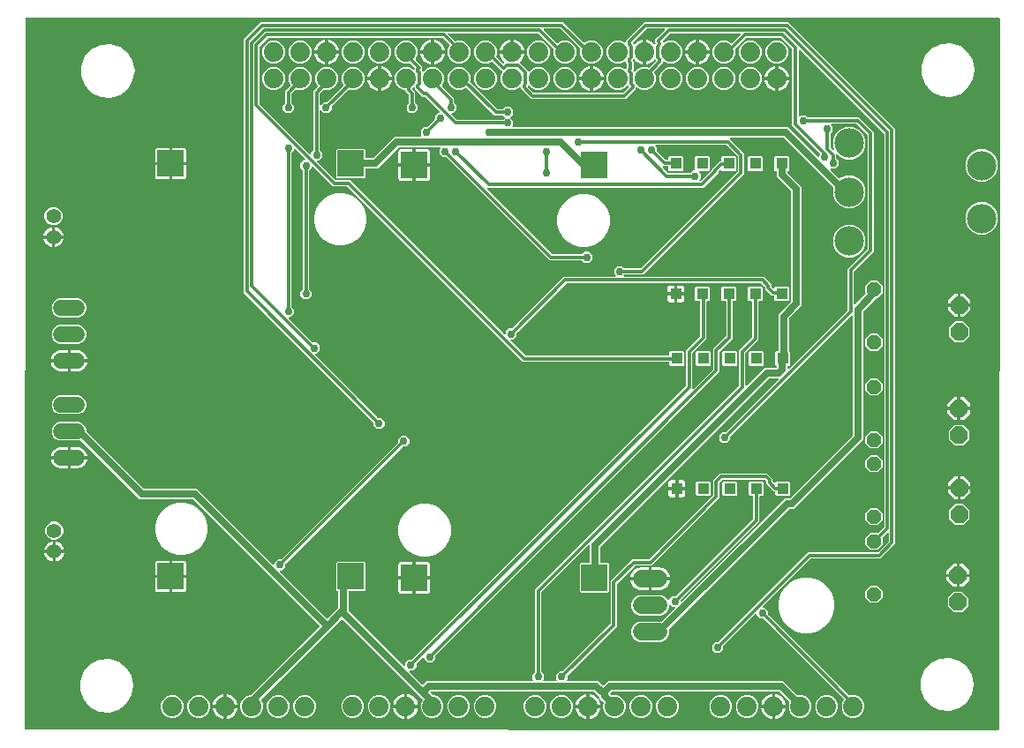
<source format=gbr>
G04 EAGLE Gerber RS-274X export*
G75*
%MOMM*%
%FSLAX34Y34*%
%LPD*%
%INBottom Copper*%
%IPPOS*%
%AMOC8*
5,1,8,0,0,1.08239X$1,22.5*%
G01*
%ADD10C,1.422400*%
%ADD11C,1.879600*%
%ADD12P,1.814519X8X112.500000*%
%ADD13P,1.429621X8X112.500000*%
%ADD14R,2.500000X2.500000*%
%ADD15C,2.819400*%
%ADD16C,1.508000*%
%ADD17C,1.676400*%
%ADD18R,1.108000X1.108000*%
%ADD19C,0.756400*%
%ADD20C,0.700000*%
%ADD21C,0.300000*%

G36*
X657113Y349168D02*
X657113Y349168D01*
X657132Y349166D01*
X657233Y349188D01*
X657336Y349205D01*
X657353Y349214D01*
X657372Y349218D01*
X657461Y349271D01*
X657553Y349320D01*
X657567Y349334D01*
X657584Y349344D01*
X657651Y349423D01*
X657723Y349498D01*
X657731Y349516D01*
X657744Y349531D01*
X657783Y349627D01*
X657827Y349721D01*
X657829Y349741D01*
X657836Y349759D01*
X657855Y349925D01*
X658824Y1032082D01*
X658821Y1032102D01*
X658823Y1032122D01*
X658801Y1032223D01*
X658784Y1032324D01*
X658775Y1032342D01*
X658771Y1032362D01*
X658718Y1032451D01*
X658670Y1032542D01*
X658655Y1032556D01*
X658645Y1032573D01*
X658566Y1032640D01*
X658491Y1032711D01*
X658473Y1032720D01*
X658458Y1032733D01*
X658362Y1032772D01*
X658269Y1032815D01*
X658248Y1032818D01*
X658230Y1032825D01*
X658063Y1032844D01*
X-275093Y1033235D01*
X-275113Y1033232D01*
X-275132Y1033234D01*
X-275233Y1033212D01*
X-275336Y1033195D01*
X-275353Y1033186D01*
X-275372Y1033182D01*
X-275461Y1033129D01*
X-275553Y1033080D01*
X-275567Y1033066D01*
X-275584Y1033056D01*
X-275651Y1032977D01*
X-275723Y1032902D01*
X-275731Y1032884D01*
X-275744Y1032869D01*
X-275783Y1032773D01*
X-275827Y1032679D01*
X-275829Y1032659D01*
X-275836Y1032641D01*
X-275855Y1032475D01*
X-276824Y350318D01*
X-276821Y350298D01*
X-276823Y350278D01*
X-276801Y350177D01*
X-276784Y350076D01*
X-276775Y350058D01*
X-276771Y350038D01*
X-276718Y349949D01*
X-276670Y349858D01*
X-276655Y349844D01*
X-276645Y349827D01*
X-276566Y349760D01*
X-276491Y349689D01*
X-276473Y349680D01*
X-276458Y349667D01*
X-276362Y349628D01*
X-276269Y349585D01*
X-276248Y349582D01*
X-276230Y349575D01*
X-276063Y349556D01*
X657093Y349165D01*
X657113Y349168D01*
G37*
%LPC*%
G36*
X-60973Y361077D02*
X-60973Y361077D01*
X-64987Y362740D01*
X-68060Y365813D01*
X-69723Y369827D01*
X-69723Y374173D01*
X-68060Y378187D01*
X-64987Y381260D01*
X-60973Y382923D01*
X-59934Y382923D01*
X-59844Y382937D01*
X-59753Y382945D01*
X-59723Y382957D01*
X-59691Y382962D01*
X-59610Y383005D01*
X-59526Y383041D01*
X-59494Y383067D01*
X-59474Y383078D01*
X-59451Y383101D01*
X-59395Y383146D01*
X5928Y448469D01*
X5939Y448485D01*
X5955Y448497D01*
X6011Y448585D01*
X6071Y448668D01*
X6077Y448687D01*
X6088Y448704D01*
X6113Y448805D01*
X6144Y448904D01*
X6143Y448923D01*
X6148Y448943D01*
X6140Y449046D01*
X6137Y449149D01*
X6130Y449168D01*
X6129Y449188D01*
X6088Y449283D01*
X6053Y449380D01*
X6040Y449396D01*
X6032Y449414D01*
X5928Y449545D01*
X-114958Y570431D01*
X-115032Y570484D01*
X-115102Y570544D01*
X-115132Y570556D01*
X-115158Y570575D01*
X-115245Y570602D01*
X-115330Y570636D01*
X-115371Y570640D01*
X-115393Y570647D01*
X-115425Y570646D01*
X-115497Y570654D01*
X-166076Y570654D01*
X-222783Y627361D01*
X-222878Y627429D01*
X-222972Y627499D01*
X-222978Y627501D01*
X-222983Y627505D01*
X-223094Y627539D01*
X-223206Y627575D01*
X-223212Y627575D01*
X-223218Y627577D01*
X-223335Y627574D01*
X-223452Y627573D01*
X-223459Y627571D01*
X-223464Y627571D01*
X-223482Y627564D01*
X-223613Y627526D01*
X-224557Y627135D01*
X-243243Y627135D01*
X-246575Y628515D01*
X-249125Y631065D01*
X-250505Y634397D01*
X-250505Y638003D01*
X-249125Y641335D01*
X-246575Y643885D01*
X-243243Y645265D01*
X-224557Y645265D01*
X-221225Y643885D01*
X-218675Y641335D01*
X-217295Y638003D01*
X-217295Y636401D01*
X-217281Y636311D01*
X-217273Y636220D01*
X-217261Y636190D01*
X-217256Y636158D01*
X-217213Y636077D01*
X-217177Y635993D01*
X-217151Y635961D01*
X-217140Y635941D01*
X-217117Y635918D01*
X-217072Y635862D01*
X-162137Y580927D01*
X-162063Y580874D01*
X-161993Y580814D01*
X-161963Y580802D01*
X-161937Y580783D01*
X-161850Y580756D01*
X-161765Y580722D01*
X-161724Y580718D01*
X-161702Y580711D01*
X-161670Y580712D01*
X-161598Y580704D01*
X-111019Y580704D01*
X-38274Y507959D01*
X-38216Y507917D01*
X-38164Y507868D01*
X-38117Y507846D01*
X-38075Y507816D01*
X-38006Y507795D01*
X-37941Y507764D01*
X-37889Y507759D01*
X-37839Y507743D01*
X-37768Y507745D01*
X-37697Y507737D01*
X-37646Y507748D01*
X-37594Y507750D01*
X-37526Y507774D01*
X-37456Y507790D01*
X-37411Y507816D01*
X-37363Y507834D01*
X-37307Y507879D01*
X-37245Y507916D01*
X-37211Y507955D01*
X-37171Y507988D01*
X-37132Y508048D01*
X-37085Y508103D01*
X-37066Y508151D01*
X-37038Y508195D01*
X-37020Y508264D01*
X-36993Y508331D01*
X-36985Y508402D01*
X-36977Y508433D01*
X-36979Y508457D01*
X-36975Y508498D01*
X-36975Y510017D01*
X-33866Y513126D01*
X-30954Y513126D01*
X-30864Y513140D01*
X-30773Y513148D01*
X-30743Y513160D01*
X-30711Y513165D01*
X-30631Y513208D01*
X-30547Y513244D01*
X-30515Y513270D01*
X-30494Y513281D01*
X-30472Y513304D01*
X-30416Y513349D01*
X81557Y625322D01*
X81610Y625396D01*
X81670Y625465D01*
X81682Y625495D01*
X81701Y625522D01*
X81728Y625609D01*
X81762Y625693D01*
X81766Y625734D01*
X81773Y625757D01*
X81772Y625789D01*
X81780Y625860D01*
X81780Y628772D01*
X84889Y631881D01*
X89285Y631881D01*
X92394Y628772D01*
X92394Y624376D01*
X89285Y621267D01*
X86373Y621267D01*
X86283Y621253D01*
X86192Y621245D01*
X86162Y621233D01*
X86130Y621228D01*
X86050Y621185D01*
X85966Y621149D01*
X85934Y621123D01*
X85913Y621112D01*
X85891Y621089D01*
X85835Y621044D01*
X-26138Y509071D01*
X-26191Y508997D01*
X-26251Y508928D01*
X-26263Y508898D01*
X-26282Y508871D01*
X-26309Y508784D01*
X-26343Y508700D01*
X-26347Y508659D01*
X-26354Y508636D01*
X-26353Y508604D01*
X-26361Y508533D01*
X-26361Y505621D01*
X-29470Y502512D01*
X-30989Y502512D01*
X-31060Y502501D01*
X-31132Y502499D01*
X-31181Y502481D01*
X-31232Y502473D01*
X-31295Y502439D01*
X-31363Y502414D01*
X-31404Y502382D01*
X-31450Y502357D01*
X-31499Y502306D01*
X-31555Y502261D01*
X-31583Y502217D01*
X-31619Y502179D01*
X-31649Y502114D01*
X-31688Y502054D01*
X-31701Y502003D01*
X-31723Y501956D01*
X-31730Y501885D01*
X-31748Y501815D01*
X-31744Y501763D01*
X-31750Y501712D01*
X-31734Y501641D01*
X-31729Y501570D01*
X-31708Y501522D01*
X-31697Y501471D01*
X-31661Y501410D01*
X-31633Y501344D01*
X-31588Y501288D01*
X-31571Y501260D01*
X-31553Y501245D01*
X-31528Y501213D01*
X13034Y456651D01*
X13050Y456640D01*
X13062Y456624D01*
X13150Y456568D01*
X13233Y456508D01*
X13252Y456502D01*
X13269Y456491D01*
X13370Y456466D01*
X13469Y456435D01*
X13488Y456436D01*
X13508Y456431D01*
X13611Y456439D01*
X13714Y456442D01*
X13733Y456449D01*
X13753Y456450D01*
X13848Y456491D01*
X13945Y456526D01*
X13961Y456539D01*
X13979Y456547D01*
X14110Y456651D01*
X24158Y466699D01*
X24211Y466773D01*
X24271Y466843D01*
X24283Y466873D01*
X24302Y466899D01*
X24329Y466986D01*
X24363Y467071D01*
X24367Y467112D01*
X24374Y467134D01*
X24373Y467166D01*
X24381Y467238D01*
X24381Y481994D01*
X24378Y482014D01*
X24380Y482033D01*
X24358Y482135D01*
X24342Y482237D01*
X24332Y482254D01*
X24328Y482274D01*
X24275Y482363D01*
X24226Y482454D01*
X24212Y482468D01*
X24202Y482485D01*
X24123Y482552D01*
X24048Y482624D01*
X24030Y482632D01*
X24015Y482645D01*
X23919Y482684D01*
X23825Y482727D01*
X23805Y482729D01*
X23787Y482737D01*
X23620Y482755D01*
X23028Y482755D01*
X22135Y483648D01*
X22135Y509912D01*
X23028Y510805D01*
X49292Y510805D01*
X50185Y509912D01*
X50185Y483648D01*
X49292Y482755D01*
X35192Y482755D01*
X35172Y482752D01*
X35153Y482754D01*
X35051Y482732D01*
X34949Y482716D01*
X34932Y482706D01*
X34912Y482702D01*
X34823Y482649D01*
X34732Y482600D01*
X34718Y482586D01*
X34701Y482576D01*
X34634Y482497D01*
X34562Y482422D01*
X34554Y482404D01*
X34541Y482389D01*
X34502Y482293D01*
X34459Y482199D01*
X34457Y482179D01*
X34449Y482161D01*
X34431Y481994D01*
X34431Y463845D01*
X34445Y463755D01*
X34453Y463664D01*
X34465Y463634D01*
X34470Y463602D01*
X34513Y463521D01*
X34549Y463437D01*
X34575Y463405D01*
X34586Y463385D01*
X34609Y463362D01*
X34654Y463306D01*
X87267Y410693D01*
X87325Y410651D01*
X87377Y410602D01*
X87424Y410580D01*
X87466Y410550D01*
X87535Y410529D01*
X87600Y410498D01*
X87652Y410493D01*
X87702Y410477D01*
X87773Y410479D01*
X87844Y410471D01*
X87895Y410482D01*
X87947Y410484D01*
X88015Y410508D01*
X88085Y410524D01*
X88130Y410550D01*
X88178Y410568D01*
X88234Y410613D01*
X88296Y410650D01*
X88330Y410689D01*
X88370Y410722D01*
X88409Y410782D01*
X88456Y410837D01*
X88475Y410885D01*
X88503Y410929D01*
X88521Y410998D01*
X88548Y411065D01*
X88556Y411136D01*
X88564Y411167D01*
X88562Y411191D01*
X88566Y411232D01*
X88566Y413882D01*
X91675Y416991D01*
X94587Y416991D01*
X94677Y417005D01*
X94768Y417013D01*
X94798Y417025D01*
X94830Y417030D01*
X94910Y417073D01*
X94994Y417109D01*
X95026Y417135D01*
X95047Y417146D01*
X95069Y417169D01*
X95125Y417214D01*
X357541Y679630D01*
X357594Y679704D01*
X357654Y679773D01*
X357666Y679803D01*
X357685Y679830D01*
X357712Y679917D01*
X357746Y680001D01*
X357750Y680042D01*
X357757Y680065D01*
X357756Y680097D01*
X357764Y680168D01*
X357764Y713783D01*
X371113Y727132D01*
X371166Y727206D01*
X371226Y727275D01*
X371238Y727305D01*
X371257Y727332D01*
X371284Y727419D01*
X371318Y727503D01*
X371322Y727544D01*
X371329Y727567D01*
X371328Y727599D01*
X371336Y727670D01*
X371336Y760174D01*
X371333Y760194D01*
X371335Y760213D01*
X371313Y760315D01*
X371297Y760417D01*
X371287Y760434D01*
X371283Y760454D01*
X371230Y760543D01*
X371181Y760634D01*
X371167Y760648D01*
X371157Y760665D01*
X371078Y760732D01*
X371003Y760804D01*
X370985Y760812D01*
X370970Y760825D01*
X370874Y760864D01*
X370780Y760907D01*
X370760Y760909D01*
X370742Y760917D01*
X370575Y760935D01*
X367228Y760935D01*
X366335Y761828D01*
X366335Y774172D01*
X367228Y775065D01*
X379572Y775065D01*
X380465Y774172D01*
X380465Y761828D01*
X379572Y760935D01*
X378147Y760935D01*
X378127Y760932D01*
X378108Y760934D01*
X378006Y760912D01*
X377904Y760896D01*
X377887Y760886D01*
X377867Y760882D01*
X377778Y760829D01*
X377687Y760780D01*
X377673Y760766D01*
X377656Y760756D01*
X377589Y760677D01*
X377517Y760602D01*
X377509Y760584D01*
X377496Y760569D01*
X377457Y760473D01*
X377414Y760379D01*
X377412Y760359D01*
X377404Y760341D01*
X377386Y760174D01*
X377386Y724849D01*
X364037Y711500D01*
X363984Y711426D01*
X363924Y711357D01*
X363912Y711327D01*
X363893Y711300D01*
X363866Y711213D01*
X363832Y711129D01*
X363828Y711088D01*
X363821Y711065D01*
X363822Y711033D01*
X363814Y710962D01*
X363814Y677561D01*
X363825Y677490D01*
X363827Y677419D01*
X363845Y677370D01*
X363853Y677318D01*
X363887Y677255D01*
X363912Y677188D01*
X363944Y677147D01*
X363969Y677101D01*
X364021Y677052D01*
X364065Y676996D01*
X364109Y676967D01*
X364147Y676932D01*
X364212Y676901D01*
X364272Y676863D01*
X364323Y676850D01*
X364370Y676828D01*
X364441Y676820D01*
X364511Y676803D01*
X364563Y676807D01*
X364614Y676801D01*
X364685Y676816D01*
X364756Y676822D01*
X364804Y676842D01*
X364855Y676853D01*
X364916Y676890D01*
X364982Y676918D01*
X365038Y676963D01*
X365066Y676979D01*
X365081Y676997D01*
X365113Y677023D01*
X383554Y695464D01*
X383607Y695538D01*
X383667Y695607D01*
X383679Y695637D01*
X383698Y695664D01*
X383725Y695751D01*
X383759Y695835D01*
X383763Y695876D01*
X383770Y695899D01*
X383769Y695931D01*
X383777Y696002D01*
X383777Y714914D01*
X395995Y727132D01*
X396048Y727206D01*
X396108Y727275D01*
X396120Y727305D01*
X396139Y727332D01*
X396166Y727419D01*
X396200Y727503D01*
X396204Y727544D01*
X396211Y727567D01*
X396210Y727599D01*
X396218Y727670D01*
X396218Y760174D01*
X396215Y760194D01*
X396217Y760213D01*
X396195Y760315D01*
X396179Y760417D01*
X396169Y760434D01*
X396165Y760454D01*
X396112Y760543D01*
X396063Y760634D01*
X396049Y760648D01*
X396039Y760665D01*
X395960Y760732D01*
X395885Y760804D01*
X395867Y760812D01*
X395852Y760825D01*
X395756Y760864D01*
X395662Y760907D01*
X395642Y760909D01*
X395624Y760917D01*
X395457Y760935D01*
X392628Y760935D01*
X391735Y761828D01*
X391735Y774172D01*
X392628Y775065D01*
X404972Y775065D01*
X405865Y774172D01*
X405865Y761828D01*
X404972Y760935D01*
X403029Y760935D01*
X403009Y760932D01*
X402990Y760934D01*
X402888Y760912D01*
X402786Y760896D01*
X402769Y760886D01*
X402749Y760882D01*
X402660Y760829D01*
X402569Y760780D01*
X402555Y760766D01*
X402538Y760756D01*
X402471Y760677D01*
X402399Y760602D01*
X402391Y760584D01*
X402378Y760569D01*
X402339Y760473D01*
X402296Y760379D01*
X402294Y760359D01*
X402286Y760341D01*
X402268Y760174D01*
X402268Y724849D01*
X390050Y712631D01*
X389997Y712557D01*
X389937Y712488D01*
X389925Y712458D01*
X389906Y712431D01*
X389879Y712344D01*
X389845Y712260D01*
X389841Y712219D01*
X389834Y712196D01*
X389835Y712164D01*
X389827Y712093D01*
X389827Y693181D01*
X117499Y420853D01*
X117446Y420779D01*
X117386Y420710D01*
X117374Y420680D01*
X117355Y420653D01*
X117328Y420566D01*
X117294Y420482D01*
X117290Y420441D01*
X117283Y420418D01*
X117284Y420386D01*
X117276Y420315D01*
X117276Y417403D01*
X114167Y414294D01*
X109771Y414294D01*
X106662Y417403D01*
X106662Y418358D01*
X106651Y418429D01*
X106649Y418500D01*
X106631Y418549D01*
X106623Y418601D01*
X106589Y418664D01*
X106564Y418731D01*
X106532Y418772D01*
X106507Y418818D01*
X106455Y418867D01*
X106411Y418923D01*
X106367Y418952D01*
X106329Y418987D01*
X106264Y419018D01*
X106204Y419056D01*
X106153Y419069D01*
X106106Y419091D01*
X106035Y419099D01*
X105965Y419116D01*
X105913Y419112D01*
X105862Y419118D01*
X105791Y419103D01*
X105720Y419097D01*
X105672Y419077D01*
X105621Y419066D01*
X105560Y419029D01*
X105494Y419001D01*
X105438Y418956D01*
X105410Y418940D01*
X105395Y418922D01*
X105363Y418896D01*
X99403Y412936D01*
X99350Y412862D01*
X99290Y412793D01*
X99278Y412763D01*
X99259Y412736D01*
X99232Y412649D01*
X99198Y412565D01*
X99194Y412524D01*
X99187Y412501D01*
X99188Y412469D01*
X99180Y412398D01*
X99180Y409486D01*
X96071Y406377D01*
X93421Y406377D01*
X93350Y406366D01*
X93278Y406364D01*
X93229Y406346D01*
X93178Y406338D01*
X93114Y406304D01*
X93047Y406279D01*
X93006Y406247D01*
X92960Y406222D01*
X92911Y406170D01*
X92855Y406126D01*
X92827Y406082D01*
X92791Y406044D01*
X92761Y405979D01*
X92722Y405919D01*
X92709Y405868D01*
X92687Y405821D01*
X92680Y405750D01*
X92662Y405680D01*
X92666Y405628D01*
X92660Y405577D01*
X92676Y405506D01*
X92681Y405435D01*
X92702Y405387D01*
X92713Y405336D01*
X92749Y405275D01*
X92777Y405209D01*
X92822Y405153D01*
X92839Y405125D01*
X92857Y405110D01*
X92882Y405078D01*
X104645Y393315D01*
X104661Y393304D01*
X104673Y393288D01*
X104761Y393232D01*
X104844Y393172D01*
X104863Y393166D01*
X104880Y393155D01*
X104981Y393130D01*
X105080Y393099D01*
X105099Y393100D01*
X105119Y393095D01*
X105222Y393103D01*
X105325Y393106D01*
X105344Y393113D01*
X105364Y393114D01*
X105459Y393155D01*
X105556Y393190D01*
X105572Y393203D01*
X105590Y393211D01*
X105721Y393315D01*
X108757Y396351D01*
X210702Y396351D01*
X210772Y396362D01*
X210844Y396364D01*
X210893Y396382D01*
X210944Y396390D01*
X211008Y396424D01*
X211075Y396449D01*
X211116Y396481D01*
X211162Y396506D01*
X211211Y396558D01*
X211267Y396602D01*
X211295Y396646D01*
X211331Y396684D01*
X211361Y396749D01*
X211400Y396809D01*
X211413Y396860D01*
X211435Y396907D01*
X211443Y396978D01*
X211460Y397048D01*
X211456Y397100D01*
X211462Y397151D01*
X211447Y397222D01*
X211441Y397293D01*
X211421Y397341D01*
X211410Y397392D01*
X211373Y397453D01*
X211345Y397519D01*
X211300Y397575D01*
X211283Y397603D01*
X211273Y397611D01*
X211271Y397615D01*
X211261Y397624D01*
X211240Y397650D01*
X210714Y398176D01*
X210714Y402572D01*
X212773Y404631D01*
X212826Y404705D01*
X212886Y404775D01*
X212898Y404805D01*
X212917Y404831D01*
X212943Y404918D01*
X212978Y405003D01*
X212982Y405044D01*
X212989Y405066D01*
X212988Y405098D01*
X212996Y405169D01*
X212996Y484190D01*
X408436Y679630D01*
X408489Y679704D01*
X408549Y679773D01*
X408561Y679803D01*
X408580Y679830D01*
X408607Y679917D01*
X408641Y680001D01*
X408645Y680042D01*
X408652Y680065D01*
X408651Y680097D01*
X408659Y680168D01*
X408659Y713783D01*
X420877Y726001D01*
X420930Y726075D01*
X420990Y726144D01*
X421002Y726174D01*
X421021Y726201D01*
X421048Y726288D01*
X421082Y726372D01*
X421086Y726413D01*
X421093Y726436D01*
X421092Y726468D01*
X421100Y726539D01*
X421100Y760174D01*
X421097Y760194D01*
X421099Y760213D01*
X421077Y760315D01*
X421061Y760417D01*
X421051Y760434D01*
X421047Y760454D01*
X420994Y760543D01*
X420945Y760634D01*
X420931Y760648D01*
X420921Y760665D01*
X420842Y760732D01*
X420767Y760804D01*
X420749Y760812D01*
X420734Y760825D01*
X420638Y760864D01*
X420544Y760907D01*
X420524Y760909D01*
X420506Y760917D01*
X420339Y760935D01*
X418028Y760935D01*
X417135Y761828D01*
X417135Y774172D01*
X418028Y775065D01*
X430372Y775065D01*
X431265Y774172D01*
X431265Y761828D01*
X430372Y760935D01*
X427911Y760935D01*
X427891Y760932D01*
X427872Y760934D01*
X427770Y760912D01*
X427668Y760896D01*
X427651Y760886D01*
X427631Y760882D01*
X427542Y760829D01*
X427451Y760780D01*
X427437Y760766D01*
X427420Y760756D01*
X427353Y760677D01*
X427281Y760602D01*
X427273Y760584D01*
X427260Y760569D01*
X427221Y760473D01*
X427178Y760379D01*
X427176Y760359D01*
X427168Y760341D01*
X427150Y760174D01*
X427150Y723718D01*
X414932Y711500D01*
X414879Y711426D01*
X414819Y711357D01*
X414807Y711327D01*
X414788Y711300D01*
X414761Y711213D01*
X414727Y711129D01*
X414723Y711088D01*
X414716Y711065D01*
X414717Y711033D01*
X414709Y710962D01*
X414709Y680390D01*
X414720Y680319D01*
X414722Y680247D01*
X414740Y680198D01*
X414748Y680147D01*
X414782Y680083D01*
X414807Y680016D01*
X414839Y679975D01*
X414864Y679929D01*
X414916Y679880D01*
X414960Y679824D01*
X415004Y679796D01*
X415042Y679760D01*
X415107Y679730D01*
X415167Y679691D01*
X415218Y679678D01*
X415265Y679656D01*
X415336Y679649D01*
X415406Y679631D01*
X415458Y679635D01*
X415509Y679629D01*
X415580Y679645D01*
X415651Y679650D01*
X415699Y679671D01*
X415750Y679682D01*
X415811Y679718D01*
X415877Y679746D01*
X415933Y679791D01*
X415961Y679808D01*
X415976Y679826D01*
X416008Y679851D01*
X430187Y694030D01*
X433354Y697197D01*
X444348Y697197D01*
X444383Y697202D01*
X444391Y697201D01*
X444436Y697211D01*
X444438Y697211D01*
X444529Y697219D01*
X444559Y697231D01*
X444591Y697236D01*
X444618Y697251D01*
X444632Y697254D01*
X444681Y697283D01*
X444756Y697315D01*
X444788Y697341D01*
X444808Y697352D01*
X444825Y697369D01*
X444843Y697380D01*
X444856Y697395D01*
X444887Y697420D01*
X444890Y697423D01*
X444933Y697482D01*
X444978Y697530D01*
X444986Y697547D01*
X445003Y697567D01*
X445015Y697597D01*
X445034Y697623D01*
X445059Y697704D01*
X445081Y697753D01*
X445083Y697765D01*
X445095Y697795D01*
X445099Y697836D01*
X445106Y697858D01*
X445105Y697890D01*
X445113Y697962D01*
X445113Y698174D01*
X445110Y698194D01*
X445112Y698213D01*
X445090Y698315D01*
X445074Y698417D01*
X445064Y698434D01*
X445060Y698454D01*
X445007Y698543D01*
X444958Y698634D01*
X444944Y698648D01*
X444934Y698665D01*
X444855Y698732D01*
X444780Y698804D01*
X444762Y698812D01*
X444747Y698825D01*
X444651Y698864D01*
X444557Y698907D01*
X444537Y698909D01*
X444519Y698917D01*
X444438Y698926D01*
X443535Y699828D01*
X443535Y712172D01*
X444428Y713065D01*
X445483Y713065D01*
X445503Y713068D01*
X445522Y713066D01*
X445624Y713088D01*
X445726Y713104D01*
X445743Y713114D01*
X445763Y713118D01*
X445852Y713171D01*
X445943Y713220D01*
X445957Y713234D01*
X445974Y713244D01*
X446041Y713323D01*
X446113Y713398D01*
X446121Y713416D01*
X446134Y713431D01*
X446173Y713527D01*
X446216Y713621D01*
X446218Y713641D01*
X446226Y713659D01*
X446244Y713826D01*
X446244Y748541D01*
X458462Y760759D01*
X458515Y760833D01*
X458575Y760903D01*
X458587Y760933D01*
X458606Y760959D01*
X458633Y761046D01*
X458667Y761131D01*
X458671Y761172D01*
X458678Y761194D01*
X458677Y761226D01*
X458685Y761298D01*
X458685Y866211D01*
X458671Y866301D01*
X458663Y866392D01*
X458651Y866422D01*
X458646Y866454D01*
X458603Y866535D01*
X458567Y866619D01*
X458541Y866651D01*
X458530Y866671D01*
X458507Y866694D01*
X458462Y866750D01*
X445113Y880099D01*
X445113Y885174D01*
X445110Y885194D01*
X445112Y885213D01*
X445090Y885315D01*
X445074Y885417D01*
X445064Y885434D01*
X445060Y885454D01*
X445007Y885543D01*
X444958Y885634D01*
X444944Y885648D01*
X444934Y885665D01*
X444855Y885732D01*
X444780Y885804D01*
X444762Y885812D01*
X444747Y885825D01*
X444651Y885864D01*
X444557Y885907D01*
X444537Y885909D01*
X444519Y885917D01*
X444352Y885935D01*
X443428Y885935D01*
X442535Y886828D01*
X442535Y899172D01*
X443428Y900065D01*
X455772Y900065D01*
X456665Y899172D01*
X456665Y886828D01*
X455742Y885905D01*
X455681Y885896D01*
X455664Y885886D01*
X455644Y885882D01*
X455555Y885829D01*
X455464Y885780D01*
X455450Y885766D01*
X455433Y885756D01*
X455366Y885677D01*
X455294Y885602D01*
X455286Y885584D01*
X455273Y885569D01*
X455234Y885473D01*
X455191Y885379D01*
X455189Y885359D01*
X455181Y885341D01*
X455163Y885174D01*
X455163Y884577D01*
X455177Y884487D01*
X455185Y884396D01*
X455197Y884366D01*
X455202Y884334D01*
X455245Y884253D01*
X455281Y884169D01*
X455307Y884137D01*
X455318Y884117D01*
X455341Y884094D01*
X455386Y884038D01*
X468735Y870689D01*
X468735Y756820D01*
X456517Y744602D01*
X456464Y744528D01*
X456404Y744458D01*
X456392Y744428D01*
X456373Y744402D01*
X456346Y744315D01*
X456312Y744230D01*
X456308Y744189D01*
X456301Y744167D01*
X456302Y744135D01*
X456294Y744063D01*
X456294Y713826D01*
X456297Y713806D01*
X456295Y713787D01*
X456317Y713685D01*
X456333Y713583D01*
X456343Y713566D01*
X456347Y713546D01*
X456400Y713457D01*
X456449Y713366D01*
X456463Y713352D01*
X456473Y713335D01*
X456552Y713268D01*
X456627Y713196D01*
X456645Y713188D01*
X456660Y713175D01*
X456662Y713174D01*
X457665Y712172D01*
X457665Y699828D01*
X456772Y698935D01*
X455924Y698935D01*
X455904Y698932D01*
X455885Y698934D01*
X455783Y698912D01*
X455681Y698896D01*
X455664Y698886D01*
X455644Y698882D01*
X455555Y698829D01*
X455464Y698780D01*
X455450Y698766D01*
X455433Y698756D01*
X455366Y698677D01*
X455294Y698602D01*
X455286Y698584D01*
X455273Y698569D01*
X455234Y698473D01*
X455191Y698379D01*
X455189Y698359D01*
X455181Y698341D01*
X455163Y698174D01*
X455163Y696526D01*
X455174Y696455D01*
X455176Y696384D01*
X455194Y696335D01*
X455202Y696283D01*
X455236Y696220D01*
X455261Y696153D01*
X455293Y696112D01*
X455318Y696066D01*
X455370Y696017D01*
X455414Y695961D01*
X455458Y695932D01*
X455496Y695897D01*
X455561Y695866D01*
X455621Y695828D01*
X455672Y695815D01*
X455719Y695793D01*
X455790Y695785D01*
X455860Y695768D01*
X455912Y695772D01*
X455963Y695766D01*
X456034Y695781D01*
X456105Y695787D01*
X456153Y695807D01*
X456204Y695818D01*
X456265Y695855D01*
X456331Y695883D01*
X456387Y695928D01*
X456415Y695944D01*
X456430Y695962D01*
X456462Y695988D01*
X512488Y752014D01*
X512541Y752088D01*
X512601Y752157D01*
X512613Y752187D01*
X512632Y752214D01*
X512659Y752301D01*
X512693Y752385D01*
X512697Y752426D01*
X512704Y752449D01*
X512703Y752481D01*
X512711Y752552D01*
X512711Y791822D01*
X531715Y810826D01*
X531768Y810900D01*
X531828Y810969D01*
X531840Y810999D01*
X531859Y811026D01*
X531886Y811113D01*
X531920Y811197D01*
X531924Y811238D01*
X531931Y811261D01*
X531930Y811293D01*
X531938Y811364D01*
X531938Y920197D01*
X531924Y920287D01*
X531916Y920378D01*
X531904Y920408D01*
X531899Y920440D01*
X531856Y920520D01*
X531820Y920604D01*
X531794Y920636D01*
X531783Y920657D01*
X531760Y920679D01*
X531715Y920735D01*
X521492Y930958D01*
X521418Y931011D01*
X521349Y931071D01*
X521319Y931083D01*
X521292Y931102D01*
X521205Y931129D01*
X521121Y931163D01*
X521080Y931167D01*
X521057Y931174D01*
X521025Y931173D01*
X520954Y931181D01*
X497566Y931181D01*
X497496Y931170D01*
X497424Y931168D01*
X497375Y931150D01*
X497324Y931142D01*
X497260Y931108D01*
X497193Y931083D01*
X497152Y931051D01*
X497106Y931026D01*
X497057Y930974D01*
X497001Y930930D01*
X496973Y930886D01*
X496937Y930848D01*
X496907Y930783D01*
X496868Y930723D01*
X496855Y930672D01*
X496833Y930625D01*
X496825Y930554D01*
X496808Y930484D01*
X496812Y930432D01*
X496806Y930381D01*
X496821Y930310D01*
X496827Y930239D01*
X496847Y930191D01*
X496858Y930140D01*
X496895Y930079D01*
X496923Y930013D01*
X496968Y929957D01*
X496985Y929929D01*
X497002Y929914D01*
X497028Y929882D01*
X498423Y928487D01*
X498423Y924091D01*
X496364Y922032D01*
X496311Y921958D01*
X496251Y921888D01*
X496239Y921858D01*
X496220Y921832D01*
X496193Y921745D01*
X496159Y921660D01*
X496155Y921619D01*
X496148Y921597D01*
X496149Y921565D01*
X496141Y921494D01*
X496141Y908630D01*
X496155Y908540D01*
X496163Y908449D01*
X496175Y908419D01*
X496180Y908387D01*
X496223Y908307D01*
X496259Y908223D01*
X496285Y908191D01*
X496296Y908170D01*
X496319Y908148D01*
X496364Y908092D01*
X498663Y905793D01*
X498742Y905736D01*
X498817Y905674D01*
X498841Y905664D01*
X498863Y905649D01*
X498956Y905621D01*
X499047Y905586D01*
X499073Y905585D01*
X499098Y905577D01*
X499195Y905579D01*
X499292Y905575D01*
X499317Y905582D01*
X499344Y905583D01*
X499435Y905617D01*
X499529Y905644D01*
X499550Y905659D01*
X499575Y905668D01*
X499651Y905729D01*
X499731Y905784D01*
X499746Y905805D01*
X499767Y905821D01*
X499819Y905903D01*
X499877Y905981D01*
X499885Y906006D01*
X499900Y906028D01*
X499923Y906123D01*
X499954Y906215D01*
X499953Y906241D01*
X499960Y906267D01*
X499952Y906364D01*
X499951Y906461D01*
X499942Y906493D01*
X499941Y906512D01*
X499928Y906542D01*
X499904Y906622D01*
X498678Y909583D01*
X498678Y915797D01*
X501057Y921539D01*
X505451Y925933D01*
X511193Y928312D01*
X517407Y928312D01*
X523149Y925933D01*
X527543Y921539D01*
X529922Y915797D01*
X529922Y909583D01*
X527543Y903841D01*
X523149Y899447D01*
X517407Y897068D01*
X511193Y897068D01*
X505451Y899447D01*
X503095Y901802D01*
X503037Y901844D01*
X502985Y901893D01*
X502938Y901915D01*
X502896Y901946D01*
X502827Y901967D01*
X502762Y901997D01*
X502710Y902003D01*
X502660Y902018D01*
X502589Y902016D01*
X502518Y902024D01*
X502467Y902013D01*
X502415Y902012D01*
X502347Y901987D01*
X502277Y901972D01*
X502232Y901945D01*
X502184Y901927D01*
X502128Y901882D01*
X502066Y901846D01*
X502032Y901806D01*
X501992Y901774D01*
X501953Y901713D01*
X501906Y901659D01*
X501887Y901611D01*
X501859Y901567D01*
X501841Y901497D01*
X501814Y901431D01*
X501806Y901359D01*
X501798Y901328D01*
X501800Y901305D01*
X501796Y901264D01*
X501796Y898285D01*
X501810Y898195D01*
X501818Y898104D01*
X501830Y898075D01*
X501835Y898043D01*
X501878Y897962D01*
X501914Y897878D01*
X501940Y897846D01*
X501951Y897825D01*
X501974Y897803D01*
X502019Y897747D01*
X504078Y895688D01*
X504078Y891292D01*
X500969Y888183D01*
X497188Y888183D01*
X497117Y888172D01*
X497045Y888170D01*
X496996Y888152D01*
X496945Y888144D01*
X496882Y888110D01*
X496814Y888085D01*
X496773Y888053D01*
X496727Y888028D01*
X496678Y887977D01*
X496622Y887932D01*
X496594Y887888D01*
X496558Y887850D01*
X496528Y887785D01*
X496489Y887725D01*
X496476Y887674D01*
X496454Y887627D01*
X496447Y887556D01*
X496429Y887486D01*
X496433Y887434D01*
X496427Y887383D01*
X496443Y887312D01*
X496448Y887241D01*
X496469Y887193D01*
X496480Y887142D01*
X496516Y887081D01*
X496544Y887015D01*
X496589Y886959D01*
X496606Y886931D01*
X496624Y886916D01*
X496649Y886884D01*
X504482Y879051D01*
X504576Y878983D01*
X504671Y878913D01*
X504677Y878911D01*
X504682Y878907D01*
X504793Y878873D01*
X504905Y878837D01*
X504911Y878837D01*
X504917Y878835D01*
X505034Y878838D01*
X505151Y878839D01*
X505158Y878841D01*
X505163Y878841D01*
X505180Y878848D01*
X505312Y878886D01*
X511193Y881322D01*
X517407Y881322D01*
X523149Y878943D01*
X527543Y874549D01*
X529922Y868807D01*
X529922Y862593D01*
X527543Y856851D01*
X523149Y852457D01*
X517407Y850078D01*
X511193Y850078D01*
X505451Y852457D01*
X501057Y856851D01*
X498678Y862593D01*
X498678Y868807D01*
X499021Y869635D01*
X499048Y869749D01*
X499076Y869862D01*
X499076Y869869D01*
X499077Y869875D01*
X499066Y869991D01*
X499057Y870108D01*
X499055Y870113D01*
X499054Y870120D01*
X499006Y870227D01*
X498961Y870334D01*
X498956Y870340D01*
X498954Y870344D01*
X498942Y870358D01*
X498856Y870465D01*
X451673Y917648D01*
X451599Y917701D01*
X451529Y917761D01*
X451499Y917773D01*
X451473Y917792D01*
X451386Y917819D01*
X451301Y917853D01*
X451260Y917857D01*
X451238Y917864D01*
X451206Y917863D01*
X451134Y917871D01*
X400204Y917871D01*
X400133Y917860D01*
X400062Y917858D01*
X400013Y917840D01*
X399961Y917832D01*
X399898Y917798D01*
X399831Y917773D01*
X399790Y917741D01*
X399744Y917716D01*
X399695Y917664D01*
X399639Y917620D01*
X399610Y917576D01*
X399575Y917538D01*
X399544Y917473D01*
X399506Y917413D01*
X399493Y917362D01*
X399471Y917315D01*
X399463Y917244D01*
X399446Y917174D01*
X399450Y917122D01*
X399444Y917071D01*
X399459Y917000D01*
X399465Y916929D01*
X399485Y916881D01*
X399496Y916830D01*
X399533Y916769D01*
X399561Y916703D01*
X399606Y916647D01*
X399622Y916619D01*
X399640Y916604D01*
X399666Y916572D01*
X401360Y914878D01*
X413578Y902660D01*
X413578Y883189D01*
X316802Y786413D01*
X298855Y786413D01*
X298766Y786399D01*
X298674Y786391D01*
X298645Y786379D01*
X298613Y786374D01*
X298532Y786331D01*
X298448Y786295D01*
X298416Y786269D01*
X298395Y786258D01*
X298373Y786235D01*
X298317Y786190D01*
X297972Y785845D01*
X297930Y785787D01*
X297881Y785735D01*
X297859Y785688D01*
X297829Y785646D01*
X297807Y785577D01*
X297777Y785512D01*
X297772Y785460D01*
X297756Y785410D01*
X297758Y785339D01*
X297750Y785268D01*
X297761Y785217D01*
X297763Y785165D01*
X297787Y785097D01*
X297802Y785027D01*
X297829Y784982D01*
X297847Y784934D01*
X297892Y784878D01*
X297929Y784816D01*
X297968Y784782D01*
X298001Y784742D01*
X298061Y784703D01*
X298116Y784656D01*
X298164Y784637D01*
X298208Y784609D01*
X298277Y784591D01*
X298344Y784564D01*
X298415Y784556D01*
X298446Y784548D01*
X298469Y784550D01*
X298510Y784546D01*
X432164Y784546D01*
X439591Y777119D01*
X439591Y775172D01*
X439605Y775082D01*
X439613Y774991D01*
X439625Y774961D01*
X439630Y774929D01*
X439673Y774849D01*
X439709Y774765D01*
X439735Y774733D01*
X439746Y774712D01*
X439769Y774690D01*
X439814Y774634D01*
X441236Y773212D01*
X441294Y773170D01*
X441346Y773121D01*
X441393Y773099D01*
X441435Y773068D01*
X441504Y773047D01*
X441569Y773017D01*
X441621Y773011D01*
X441671Y772996D01*
X441742Y772998D01*
X441813Y772990D01*
X441864Y773001D01*
X441916Y773002D01*
X441984Y773027D01*
X442054Y773042D01*
X442099Y773069D01*
X442147Y773087D01*
X442203Y773132D01*
X442265Y773168D01*
X442299Y773208D01*
X442339Y773240D01*
X442378Y773301D01*
X442425Y773355D01*
X442444Y773404D01*
X442472Y773447D01*
X442490Y773517D01*
X442517Y773583D01*
X442525Y773655D01*
X442533Y773686D01*
X442531Y773709D01*
X442535Y773750D01*
X442535Y774172D01*
X443428Y775065D01*
X455772Y775065D01*
X456665Y774172D01*
X456665Y761828D01*
X455772Y760935D01*
X443428Y760935D01*
X442535Y761828D01*
X442535Y765294D01*
X442532Y765314D01*
X442534Y765333D01*
X442512Y765435D01*
X442496Y765537D01*
X442486Y765554D01*
X442482Y765574D01*
X442429Y765663D01*
X442380Y765754D01*
X442366Y765768D01*
X442356Y765785D01*
X442277Y765852D01*
X442202Y765924D01*
X442184Y765932D01*
X442169Y765945D01*
X442073Y765984D01*
X441979Y766027D01*
X441959Y766029D01*
X441941Y766037D01*
X441774Y766055D01*
X439837Y766055D01*
X433541Y772351D01*
X433541Y774298D01*
X433527Y774388D01*
X433519Y774479D01*
X433507Y774509D01*
X433502Y774541D01*
X433459Y774621D01*
X433423Y774705D01*
X433397Y774737D01*
X433386Y774758D01*
X433363Y774780D01*
X433318Y774836D01*
X429881Y778273D01*
X429807Y778326D01*
X429738Y778386D01*
X429708Y778398D01*
X429681Y778417D01*
X429594Y778444D01*
X429510Y778478D01*
X429469Y778482D01*
X429446Y778489D01*
X429414Y778488D01*
X429343Y778496D01*
X243602Y778496D01*
X243512Y778482D01*
X243421Y778474D01*
X243391Y778462D01*
X243359Y778457D01*
X243279Y778414D01*
X243195Y778378D01*
X243163Y778352D01*
X243142Y778341D01*
X243120Y778318D01*
X243064Y778273D01*
X195538Y730747D01*
X195485Y730673D01*
X195425Y730604D01*
X195413Y730574D01*
X195394Y730547D01*
X195367Y730460D01*
X195333Y730376D01*
X195329Y730335D01*
X195322Y730312D01*
X195323Y730280D01*
X195315Y730209D01*
X195315Y727297D01*
X192206Y724188D01*
X190120Y724188D01*
X190049Y724177D01*
X189978Y724175D01*
X189929Y724157D01*
X189877Y724149D01*
X189814Y724115D01*
X189747Y724090D01*
X189706Y724058D01*
X189660Y724033D01*
X189611Y723981D01*
X189555Y723937D01*
X189526Y723893D01*
X189491Y723855D01*
X189460Y723790D01*
X189422Y723730D01*
X189409Y723679D01*
X189387Y723632D01*
X189379Y723561D01*
X189362Y723491D01*
X189366Y723439D01*
X189360Y723388D01*
X189375Y723317D01*
X189381Y723246D01*
X189401Y723198D01*
X189412Y723147D01*
X189449Y723086D01*
X189477Y723020D01*
X189522Y722964D01*
X189538Y722936D01*
X189556Y722921D01*
X189582Y722889D01*
X203479Y708992D01*
X203553Y708939D01*
X203622Y708879D01*
X203652Y708867D01*
X203679Y708848D01*
X203766Y708821D01*
X203850Y708787D01*
X203891Y708783D01*
X203914Y708776D01*
X203946Y708777D01*
X204017Y708769D01*
X341174Y708769D01*
X341194Y708772D01*
X341213Y708770D01*
X341315Y708792D01*
X341417Y708808D01*
X341434Y708818D01*
X341454Y708822D01*
X341543Y708875D01*
X341634Y708924D01*
X341648Y708938D01*
X341665Y708948D01*
X341732Y709027D01*
X341804Y709102D01*
X341812Y709120D01*
X341825Y709135D01*
X341864Y709231D01*
X341907Y709325D01*
X341909Y709345D01*
X341917Y709363D01*
X341935Y709530D01*
X341935Y712172D01*
X342828Y713065D01*
X355172Y713065D01*
X356065Y712172D01*
X356065Y699828D01*
X355172Y698935D01*
X342828Y698935D01*
X341935Y699828D01*
X341935Y701958D01*
X341932Y701978D01*
X341934Y701997D01*
X341912Y702099D01*
X341896Y702201D01*
X341886Y702218D01*
X341882Y702238D01*
X341829Y702327D01*
X341780Y702418D01*
X341766Y702432D01*
X341756Y702449D01*
X341677Y702516D01*
X341602Y702588D01*
X341584Y702596D01*
X341569Y702609D01*
X341473Y702648D01*
X341379Y702691D01*
X341359Y702693D01*
X341341Y702701D01*
X341174Y702719D01*
X201196Y702719D01*
X32900Y871015D01*
X32826Y871068D01*
X32757Y871128D01*
X32727Y871140D01*
X32700Y871159D01*
X32613Y871186D01*
X32529Y871220D01*
X32488Y871224D01*
X32465Y871231D01*
X32433Y871230D01*
X32362Y871238D01*
X19105Y871238D01*
X-180Y890523D01*
X-238Y890565D01*
X-290Y890614D01*
X-337Y890636D01*
X-379Y890667D01*
X-448Y890688D01*
X-513Y890718D01*
X-565Y890724D01*
X-615Y890739D01*
X-686Y890737D01*
X-757Y890745D01*
X-808Y890734D01*
X-860Y890733D01*
X-928Y890708D01*
X-998Y890693D01*
X-1043Y890666D01*
X-1091Y890648D01*
X-1147Y890603D01*
X-1209Y890567D01*
X-1243Y890527D01*
X-1283Y890495D01*
X-1322Y890434D01*
X-1369Y890380D01*
X-1388Y890331D01*
X-1416Y890288D01*
X-1434Y890218D01*
X-1461Y890152D01*
X-1469Y890080D01*
X-1477Y890049D01*
X-1475Y890026D01*
X-1479Y889985D01*
X-1479Y889030D01*
X-3538Y886971D01*
X-3591Y886897D01*
X-3651Y886827D01*
X-3663Y886797D01*
X-3682Y886771D01*
X-3709Y886684D01*
X-3743Y886599D01*
X-3747Y886558D01*
X-3754Y886536D01*
X-3753Y886504D01*
X-3761Y886433D01*
X-3761Y772744D01*
X-3747Y772654D01*
X-3739Y772563D01*
X-3727Y772534D01*
X-3722Y772502D01*
X-3679Y772421D01*
X-3643Y772337D01*
X-3617Y772305D01*
X-3606Y772284D01*
X-3583Y772262D01*
X-3538Y772206D01*
X-1479Y770147D01*
X-1479Y765751D01*
X-4588Y762642D01*
X-8984Y762642D01*
X-12093Y765751D01*
X-12093Y770147D01*
X-10034Y772206D01*
X-9981Y772280D01*
X-9921Y772350D01*
X-9909Y772380D01*
X-9890Y772406D01*
X-9863Y772493D01*
X-9829Y772578D01*
X-9825Y772619D01*
X-9818Y772641D01*
X-9819Y772673D01*
X-9811Y772744D01*
X-9811Y886433D01*
X-9825Y886523D01*
X-9833Y886614D01*
X-9845Y886643D01*
X-9850Y886675D01*
X-9893Y886756D01*
X-9929Y886840D01*
X-9955Y886872D01*
X-9966Y886893D01*
X-9989Y886915D01*
X-10034Y886971D01*
X-12093Y889030D01*
X-12093Y893426D01*
X-8984Y896535D01*
X-8029Y896535D01*
X-7958Y896546D01*
X-7887Y896548D01*
X-7838Y896566D01*
X-7786Y896574D01*
X-7723Y896608D01*
X-7656Y896633D01*
X-7615Y896665D01*
X-7569Y896690D01*
X-7520Y896741D01*
X-7464Y896786D01*
X-7435Y896830D01*
X-7400Y896868D01*
X-7369Y896933D01*
X-7331Y896993D01*
X-7318Y897044D01*
X-7296Y897091D01*
X-7288Y897162D01*
X-7271Y897232D01*
X-7275Y897284D01*
X-7269Y897335D01*
X-7284Y897406D01*
X-7290Y897477D01*
X-7310Y897525D01*
X-7321Y897576D01*
X-7358Y897637D01*
X-7386Y897703D01*
X-7431Y897759D01*
X-7447Y897787D01*
X-7465Y897802D01*
X-7491Y897834D01*
X-17145Y907488D01*
X-17203Y907530D01*
X-17255Y907579D01*
X-17302Y907601D01*
X-17344Y907632D01*
X-17413Y907653D01*
X-17478Y907683D01*
X-17530Y907689D01*
X-17580Y907704D01*
X-17651Y907702D01*
X-17722Y907710D01*
X-17773Y907699D01*
X-17825Y907698D01*
X-17893Y907673D01*
X-17963Y907658D01*
X-18007Y907631D01*
X-18056Y907613D01*
X-18112Y907568D01*
X-18174Y907532D01*
X-18208Y907492D01*
X-18248Y907460D01*
X-18287Y907399D01*
X-18334Y907345D01*
X-18353Y907296D01*
X-18381Y907253D01*
X-18399Y907183D01*
X-18426Y907117D01*
X-18434Y907045D01*
X-18442Y907014D01*
X-18440Y906991D01*
X-18444Y906950D01*
X-18444Y905995D01*
X-20503Y903936D01*
X-20556Y903862D01*
X-20616Y903792D01*
X-20628Y903762D01*
X-20647Y903736D01*
X-20674Y903649D01*
X-20708Y903564D01*
X-20712Y903523D01*
X-20719Y903501D01*
X-20718Y903469D01*
X-20726Y903398D01*
X-20726Y755779D01*
X-20712Y755689D01*
X-20704Y755598D01*
X-20692Y755569D01*
X-20687Y755537D01*
X-20644Y755456D01*
X-20608Y755372D01*
X-20582Y755340D01*
X-20571Y755319D01*
X-20548Y755297D01*
X-20503Y755241D01*
X-18444Y753182D01*
X-18444Y748786D01*
X-21553Y745677D01*
X-22508Y745677D01*
X-22579Y745666D01*
X-22650Y745664D01*
X-22699Y745646D01*
X-22751Y745638D01*
X-22814Y745604D01*
X-22881Y745579D01*
X-22922Y745547D01*
X-22968Y745522D01*
X-23017Y745471D01*
X-23073Y745426D01*
X-23102Y745382D01*
X-23137Y745344D01*
X-23168Y745279D01*
X-23206Y745219D01*
X-23219Y745168D01*
X-23241Y745121D01*
X-23249Y745050D01*
X-23266Y744980D01*
X-23262Y744928D01*
X-23268Y744877D01*
X-23253Y744806D01*
X-23247Y744735D01*
X-23227Y744687D01*
X-23216Y744636D01*
X-23179Y744575D01*
X-23151Y744509D01*
X-23106Y744453D01*
X-23090Y744425D01*
X-23072Y744410D01*
X-23046Y744378D01*
X-121Y721453D01*
X-47Y721400D01*
X22Y721340D01*
X52Y721328D01*
X79Y721309D01*
X166Y721282D01*
X250Y721248D01*
X291Y721244D01*
X314Y721237D01*
X346Y721238D01*
X417Y721230D01*
X3329Y721230D01*
X6438Y718121D01*
X6438Y713725D01*
X3329Y710616D01*
X2374Y710616D01*
X2303Y710605D01*
X2232Y710603D01*
X2183Y710585D01*
X2131Y710577D01*
X2068Y710543D01*
X2001Y710518D01*
X1960Y710486D01*
X1914Y710461D01*
X1865Y710410D01*
X1809Y710365D01*
X1780Y710321D01*
X1745Y710283D01*
X1714Y710218D01*
X1676Y710158D01*
X1663Y710107D01*
X1641Y710060D01*
X1633Y709989D01*
X1616Y709919D01*
X1620Y709867D01*
X1614Y709816D01*
X1629Y709745D01*
X1635Y709674D01*
X1655Y709626D01*
X1666Y709575D01*
X1703Y709514D01*
X1731Y709448D01*
X1776Y709392D01*
X1792Y709364D01*
X1810Y709349D01*
X1836Y709317D01*
X62084Y649069D01*
X62158Y649016D01*
X62227Y648956D01*
X62257Y648944D01*
X62284Y648925D01*
X62371Y648898D01*
X62455Y648864D01*
X62496Y648860D01*
X62519Y648853D01*
X62551Y648854D01*
X62622Y648846D01*
X65534Y648846D01*
X68643Y645737D01*
X68643Y641341D01*
X65534Y638232D01*
X61138Y638232D01*
X58029Y641341D01*
X58029Y644253D01*
X58015Y644343D01*
X58007Y644434D01*
X57995Y644464D01*
X57990Y644496D01*
X57947Y644576D01*
X57911Y644660D01*
X57885Y644692D01*
X57874Y644713D01*
X57851Y644735D01*
X57806Y644791D01*
X-66361Y768958D01*
X-66361Y1012367D01*
X-49886Y1028842D01*
X239894Y1028842D01*
X259556Y1009180D01*
X259572Y1009168D01*
X259585Y1009152D01*
X259672Y1009096D01*
X259756Y1009036D01*
X259775Y1009030D01*
X259792Y1009019D01*
X259892Y1008994D01*
X259991Y1008964D01*
X260011Y1008964D01*
X260030Y1008959D01*
X260133Y1008967D01*
X260237Y1008970D01*
X260255Y1008977D01*
X260275Y1008978D01*
X260370Y1009019D01*
X260468Y1009055D01*
X260483Y1009067D01*
X260502Y1009075D01*
X260633Y1009180D01*
X260813Y1009360D01*
X264827Y1011023D01*
X269173Y1011023D01*
X273187Y1009360D01*
X276260Y1006287D01*
X277923Y1002273D01*
X277923Y997927D01*
X276260Y993913D01*
X273187Y990840D01*
X269173Y989177D01*
X264827Y989177D01*
X260813Y990840D01*
X257740Y993913D01*
X256077Y997927D01*
X256077Y1002273D01*
X256419Y1003097D01*
X256445Y1003211D01*
X256474Y1003324D01*
X256473Y1003330D01*
X256475Y1003337D01*
X256464Y1003453D01*
X256455Y1003569D01*
X256452Y1003575D01*
X256452Y1003581D01*
X256404Y1003688D01*
X256359Y1003796D01*
X256354Y1003802D01*
X256352Y1003806D01*
X256339Y1003820D01*
X256254Y1003927D01*
X237611Y1022569D01*
X237537Y1022622D01*
X237468Y1022682D01*
X237438Y1022694D01*
X237411Y1022713D01*
X237324Y1022740D01*
X237240Y1022774D01*
X237199Y1022778D01*
X237176Y1022785D01*
X237144Y1022784D01*
X237073Y1022792D01*
X221768Y1022792D01*
X221697Y1022781D01*
X221626Y1022779D01*
X221577Y1022761D01*
X221525Y1022753D01*
X221462Y1022719D01*
X221395Y1022694D01*
X221354Y1022662D01*
X221308Y1022637D01*
X221259Y1022586D01*
X221203Y1022541D01*
X221174Y1022497D01*
X221139Y1022459D01*
X221108Y1022394D01*
X221070Y1022334D01*
X221057Y1022283D01*
X221035Y1022236D01*
X221027Y1022165D01*
X221010Y1022095D01*
X221014Y1022043D01*
X221008Y1021992D01*
X221023Y1021921D01*
X221029Y1021850D01*
X221049Y1021802D01*
X221060Y1021751D01*
X221097Y1021690D01*
X221125Y1021624D01*
X221170Y1021568D01*
X221186Y1021540D01*
X221204Y1021525D01*
X221230Y1021493D01*
X233849Y1008873D01*
X233866Y1008862D01*
X233878Y1008846D01*
X233965Y1008790D01*
X234049Y1008730D01*
X234068Y1008724D01*
X234085Y1008713D01*
X234186Y1008688D01*
X234284Y1008657D01*
X234304Y1008658D01*
X234324Y1008653D01*
X234427Y1008661D01*
X234530Y1008664D01*
X234549Y1008670D01*
X234569Y1008672D01*
X234664Y1008712D01*
X234761Y1008748D01*
X234777Y1008761D01*
X234795Y1008768D01*
X234926Y1008873D01*
X235413Y1009360D01*
X239427Y1011023D01*
X243773Y1011023D01*
X247787Y1009360D01*
X250860Y1006287D01*
X252523Y1002273D01*
X252523Y997927D01*
X250860Y993913D01*
X247787Y990840D01*
X243773Y989177D01*
X239427Y989177D01*
X235413Y990840D01*
X232340Y993913D01*
X230677Y997927D01*
X230677Y1002273D01*
X230839Y1002664D01*
X230866Y1002777D01*
X230894Y1002891D01*
X230894Y1002897D01*
X230895Y1002903D01*
X230884Y1003019D01*
X230875Y1003136D01*
X230873Y1003142D01*
X230872Y1003148D01*
X230825Y1003255D01*
X230779Y1003362D01*
X230774Y1003368D01*
X230772Y1003373D01*
X230760Y1003386D01*
X230674Y1003493D01*
X216122Y1018045D01*
X216048Y1018098D01*
X215979Y1018158D01*
X215949Y1018170D01*
X215922Y1018189D01*
X215835Y1018216D01*
X215751Y1018250D01*
X215710Y1018254D01*
X215687Y1018261D01*
X215655Y1018260D01*
X215584Y1018268D01*
X130157Y1018268D01*
X130086Y1018257D01*
X130015Y1018255D01*
X129966Y1018237D01*
X129914Y1018229D01*
X129851Y1018195D01*
X129784Y1018170D01*
X129743Y1018138D01*
X129697Y1018113D01*
X129648Y1018062D01*
X129592Y1018017D01*
X129563Y1017973D01*
X129528Y1017935D01*
X129497Y1017870D01*
X129459Y1017810D01*
X129446Y1017759D01*
X129424Y1017712D01*
X129416Y1017641D01*
X129399Y1017571D01*
X129403Y1017519D01*
X129397Y1017468D01*
X129412Y1017397D01*
X129418Y1017326D01*
X129438Y1017278D01*
X129449Y1017227D01*
X129486Y1017166D01*
X129514Y1017100D01*
X129559Y1017044D01*
X129575Y1017016D01*
X129593Y1017001D01*
X129619Y1016969D01*
X135868Y1010720D01*
X135963Y1010652D01*
X136057Y1010582D01*
X136063Y1010580D01*
X136068Y1010576D01*
X136179Y1010542D01*
X136290Y1010506D01*
X136297Y1010506D01*
X136303Y1010504D01*
X136419Y1010507D01*
X136536Y1010508D01*
X136544Y1010510D01*
X136549Y1010510D01*
X136566Y1010517D01*
X136697Y1010555D01*
X137827Y1011023D01*
X142173Y1011023D01*
X146187Y1009360D01*
X149260Y1006287D01*
X150923Y1002273D01*
X150923Y997927D01*
X149260Y993913D01*
X146187Y990840D01*
X142173Y989177D01*
X137827Y989177D01*
X133813Y990840D01*
X130740Y993913D01*
X129077Y997927D01*
X129077Y1002273D01*
X130747Y1006305D01*
X130788Y1006367D01*
X130848Y1006451D01*
X130854Y1006470D01*
X130865Y1006487D01*
X130890Y1006587D01*
X130920Y1006686D01*
X130920Y1006706D01*
X130925Y1006726D01*
X130917Y1006828D01*
X130914Y1006932D01*
X130907Y1006951D01*
X130906Y1006971D01*
X130865Y1007066D01*
X130830Y1007163D01*
X130817Y1007179D01*
X130809Y1007197D01*
X130704Y1007328D01*
X124511Y1013521D01*
X124437Y1013574D01*
X124368Y1013634D01*
X124338Y1013646D01*
X124311Y1013665D01*
X124224Y1013692D01*
X124140Y1013726D01*
X124099Y1013730D01*
X124076Y1013737D01*
X124044Y1013736D01*
X123973Y1013744D01*
X-42541Y1013744D01*
X-42631Y1013730D01*
X-42722Y1013722D01*
X-42752Y1013710D01*
X-42784Y1013705D01*
X-42864Y1013662D01*
X-42948Y1013626D01*
X-42980Y1013600D01*
X-43001Y1013589D01*
X-43008Y1013582D01*
X-43009Y1013582D01*
X-43025Y1013565D01*
X-43079Y1013521D01*
X-51040Y1005560D01*
X-51093Y1005486D01*
X-51153Y1005417D01*
X-51165Y1005387D01*
X-51184Y1005360D01*
X-51211Y1005273D01*
X-51245Y1005189D01*
X-51249Y1005148D01*
X-51256Y1005125D01*
X-51255Y1005093D01*
X-51263Y1005022D01*
X-51263Y950477D01*
X-51249Y950387D01*
X-51241Y950296D01*
X-51229Y950266D01*
X-51224Y950234D01*
X-51181Y950154D01*
X-51145Y950070D01*
X-51119Y950038D01*
X-51108Y950017D01*
X-51085Y949995D01*
X-51040Y949939D01*
X-3213Y902112D01*
X-3155Y902070D01*
X-3103Y902021D01*
X-3056Y901999D01*
X-3014Y901968D01*
X-2945Y901947D01*
X-2880Y901917D01*
X-2828Y901911D01*
X-2778Y901896D01*
X-2707Y901898D01*
X-2636Y901890D01*
X-2585Y901901D01*
X-2533Y901902D01*
X-2465Y901927D01*
X-2395Y901942D01*
X-2350Y901969D01*
X-2302Y901987D01*
X-2246Y902032D01*
X-2184Y902068D01*
X-2150Y902108D01*
X-2110Y902140D01*
X-2071Y902201D01*
X-2024Y902255D01*
X-2005Y902304D01*
X-1977Y902347D01*
X-1959Y902417D01*
X-1932Y902483D01*
X-1924Y902555D01*
X-1916Y902586D01*
X-1918Y902609D01*
X-1914Y902650D01*
X-1914Y903605D01*
X145Y905664D01*
X198Y905738D01*
X258Y905808D01*
X270Y905838D01*
X289Y905864D01*
X316Y905951D01*
X350Y906036D01*
X354Y906077D01*
X361Y906099D01*
X360Y906131D01*
X368Y906202D01*
X368Y962603D01*
X4471Y966705D01*
X4483Y966722D01*
X4498Y966734D01*
X4554Y966821D01*
X4614Y966905D01*
X4620Y966924D01*
X4631Y966941D01*
X4656Y967041D01*
X4687Y967140D01*
X4686Y967160D01*
X4691Y967180D01*
X4683Y967283D01*
X4680Y967386D01*
X4674Y967405D01*
X4672Y967425D01*
X4632Y967520D01*
X4596Y967617D01*
X4583Y967633D01*
X4576Y967651D01*
X4471Y967782D01*
X3740Y968513D01*
X2077Y972527D01*
X2077Y976873D01*
X3740Y980887D01*
X6813Y983960D01*
X10827Y985623D01*
X15173Y985623D01*
X19187Y983960D01*
X22260Y980887D01*
X23923Y976873D01*
X23923Y972527D01*
X22260Y968513D01*
X19187Y965440D01*
X15173Y963777D01*
X10827Y963777D01*
X10782Y963796D01*
X10669Y963823D01*
X10554Y963852D01*
X10548Y963851D01*
X10542Y963852D01*
X10425Y963841D01*
X10309Y963832D01*
X10303Y963830D01*
X10297Y963829D01*
X10190Y963782D01*
X10083Y963736D01*
X10077Y963731D01*
X10072Y963729D01*
X10059Y963717D01*
X9952Y963631D01*
X6641Y960320D01*
X6588Y960246D01*
X6528Y960177D01*
X6516Y960147D01*
X6497Y960120D01*
X6470Y960033D01*
X6436Y959949D01*
X6432Y959908D01*
X6425Y959885D01*
X6426Y959853D01*
X6418Y959782D01*
X6418Y949966D01*
X6429Y949896D01*
X6431Y949824D01*
X6449Y949775D01*
X6457Y949724D01*
X6491Y949660D01*
X6516Y949593D01*
X6548Y949552D01*
X6573Y949506D01*
X6625Y949457D01*
X6669Y949401D01*
X6713Y949373D01*
X6751Y949337D01*
X6816Y949307D01*
X6876Y949268D01*
X6927Y949255D01*
X6974Y949233D01*
X7045Y949225D01*
X7115Y949208D01*
X7167Y949212D01*
X7218Y949206D01*
X7289Y949221D01*
X7360Y949227D01*
X7408Y949247D01*
X7459Y949258D01*
X7520Y949295D01*
X7586Y949323D01*
X7642Y949368D01*
X7670Y949385D01*
X7685Y949402D01*
X7717Y949428D01*
X10243Y951954D01*
X13155Y951954D01*
X13245Y951968D01*
X13336Y951976D01*
X13366Y951988D01*
X13398Y951993D01*
X13478Y952036D01*
X13562Y952072D01*
X13594Y952098D01*
X13615Y952109D01*
X13637Y952132D01*
X13693Y952177D01*
X29046Y967530D01*
X29058Y967546D01*
X29074Y967559D01*
X29103Y967604D01*
X29131Y967633D01*
X29149Y967673D01*
X29190Y967730D01*
X29196Y967749D01*
X29207Y967766D01*
X29224Y967833D01*
X29235Y967857D01*
X29238Y967885D01*
X29262Y967965D01*
X29262Y967985D01*
X29267Y968005D01*
X29260Y968088D01*
X29262Y968101D01*
X29258Y968116D01*
X29256Y968211D01*
X29249Y968230D01*
X29247Y968250D01*
X29210Y968337D01*
X29209Y968341D01*
X29206Y968347D01*
X29204Y968354D01*
X29198Y968373D01*
X29186Y968403D01*
X29171Y968442D01*
X29168Y968447D01*
X27477Y972527D01*
X27477Y976873D01*
X29140Y980887D01*
X32213Y983960D01*
X36227Y985623D01*
X40573Y985623D01*
X44587Y983960D01*
X47660Y980887D01*
X49323Y976873D01*
X49323Y972527D01*
X47660Y968513D01*
X44587Y965440D01*
X40573Y963777D01*
X36227Y963777D01*
X35015Y964279D01*
X34902Y964306D01*
X34788Y964334D01*
X34782Y964334D01*
X34776Y964335D01*
X34659Y964324D01*
X34543Y964315D01*
X34537Y964313D01*
X34531Y964312D01*
X34424Y964264D01*
X34317Y964219D01*
X34311Y964214D01*
X34306Y964212D01*
X34293Y964200D01*
X34186Y964114D01*
X17971Y947899D01*
X17918Y947825D01*
X17858Y947756D01*
X17846Y947726D01*
X17827Y947699D01*
X17800Y947612D01*
X17766Y947528D01*
X17762Y947487D01*
X17755Y947464D01*
X17756Y947432D01*
X17748Y947361D01*
X17748Y944449D01*
X14639Y941340D01*
X10243Y941340D01*
X7717Y943866D01*
X7659Y943908D01*
X7607Y943957D01*
X7560Y943979D01*
X7518Y944009D01*
X7449Y944031D01*
X7384Y944061D01*
X7332Y944066D01*
X7282Y944082D01*
X7211Y944080D01*
X7140Y944088D01*
X7089Y944077D01*
X7037Y944075D01*
X6969Y944051D01*
X6899Y944036D01*
X6854Y944009D01*
X6806Y943991D01*
X6750Y943946D01*
X6688Y943909D01*
X6654Y943870D01*
X6614Y943837D01*
X6575Y943777D01*
X6528Y943722D01*
X6509Y943674D01*
X6481Y943630D01*
X6463Y943561D01*
X6436Y943494D01*
X6428Y943423D01*
X6420Y943392D01*
X6422Y943369D01*
X6418Y943328D01*
X6418Y906202D01*
X6432Y906112D01*
X6440Y906021D01*
X6452Y905992D01*
X6457Y905960D01*
X6500Y905879D01*
X6536Y905795D01*
X6562Y905763D01*
X6573Y905742D01*
X6596Y905720D01*
X6641Y905664D01*
X8700Y903605D01*
X8700Y899209D01*
X5591Y896100D01*
X4636Y896100D01*
X4565Y896089D01*
X4494Y896087D01*
X4445Y896069D01*
X4393Y896061D01*
X4330Y896027D01*
X4263Y896002D01*
X4222Y895970D01*
X4176Y895945D01*
X4127Y895893D01*
X4071Y895849D01*
X4042Y895805D01*
X4007Y895767D01*
X3976Y895702D01*
X3938Y895642D01*
X3925Y895591D01*
X3903Y895544D01*
X3895Y895473D01*
X3878Y895403D01*
X3882Y895351D01*
X3876Y895300D01*
X3891Y895229D01*
X3897Y895158D01*
X3917Y895110D01*
X3928Y895059D01*
X3965Y894998D01*
X3993Y894932D01*
X4038Y894876D01*
X4054Y894848D01*
X4072Y894833D01*
X4098Y894801D01*
X21388Y877511D01*
X21462Y877458D01*
X21531Y877398D01*
X21561Y877386D01*
X21588Y877367D01*
X21675Y877340D01*
X21759Y877306D01*
X21800Y877302D01*
X21823Y877295D01*
X21855Y877296D01*
X21926Y877288D01*
X35183Y877288D01*
X37178Y875293D01*
X183402Y729069D01*
X183460Y729027D01*
X183512Y728978D01*
X183559Y728956D01*
X183601Y728925D01*
X183670Y728904D01*
X183735Y728874D01*
X183787Y728868D01*
X183837Y728853D01*
X183908Y728855D01*
X183979Y728847D01*
X184030Y728858D01*
X184082Y728859D01*
X184150Y728884D01*
X184220Y728899D01*
X184264Y728926D01*
X184313Y728944D01*
X184369Y728989D01*
X184431Y729025D01*
X184465Y729065D01*
X184505Y729097D01*
X184544Y729158D01*
X184591Y729212D01*
X184610Y729261D01*
X184638Y729304D01*
X184656Y729374D01*
X184683Y729440D01*
X184691Y729512D01*
X184699Y729543D01*
X184697Y729566D01*
X184701Y729607D01*
X184701Y731693D01*
X187810Y734802D01*
X190722Y734802D01*
X190812Y734816D01*
X190903Y734824D01*
X190933Y734836D01*
X190965Y734841D01*
X191045Y734884D01*
X191129Y734920D01*
X191161Y734946D01*
X191182Y734957D01*
X191204Y734980D01*
X191260Y735025D01*
X240781Y784546D01*
X289610Y784546D01*
X289680Y784557D01*
X289752Y784559D01*
X289801Y784577D01*
X289852Y784585D01*
X289916Y784619D01*
X289983Y784644D01*
X290024Y784676D01*
X290070Y784701D01*
X290119Y784753D01*
X290175Y784797D01*
X290203Y784841D01*
X290239Y784879D01*
X290269Y784944D01*
X290308Y785004D01*
X290321Y785055D01*
X290343Y785102D01*
X290351Y785173D01*
X290368Y785243D01*
X290364Y785295D01*
X290370Y785346D01*
X290355Y785417D01*
X290349Y785488D01*
X290329Y785536D01*
X290318Y785587D01*
X290281Y785648D01*
X290253Y785714D01*
X290208Y785770D01*
X290191Y785798D01*
X290174Y785813D01*
X290148Y785845D01*
X288753Y787240D01*
X288753Y791636D01*
X291862Y794745D01*
X296258Y794745D01*
X298317Y792686D01*
X298391Y792633D01*
X298461Y792573D01*
X298491Y792561D01*
X298517Y792542D01*
X298604Y792515D01*
X298689Y792481D01*
X298730Y792477D01*
X298752Y792470D01*
X298784Y792471D01*
X298855Y792463D01*
X313981Y792463D01*
X314071Y792477D01*
X314162Y792485D01*
X314192Y792497D01*
X314224Y792502D01*
X314304Y792545D01*
X314388Y792581D01*
X314420Y792607D01*
X314441Y792618D01*
X314463Y792641D01*
X314519Y792686D01*
X407305Y885472D01*
X407358Y885546D01*
X407418Y885615D01*
X407430Y885645D01*
X407449Y885672D01*
X407476Y885759D01*
X407510Y885843D01*
X407514Y885884D01*
X407521Y885907D01*
X407520Y885939D01*
X407528Y886010D01*
X407528Y899839D01*
X407514Y899929D01*
X407506Y900020D01*
X407494Y900050D01*
X407489Y900082D01*
X407446Y900162D01*
X407410Y900246D01*
X407384Y900278D01*
X407373Y900299D01*
X407350Y900321D01*
X407305Y900377D01*
X397082Y910600D01*
X397008Y910653D01*
X396939Y910713D01*
X396909Y910725D01*
X396882Y910744D01*
X396795Y910771D01*
X396711Y910805D01*
X396670Y910809D01*
X396647Y910816D01*
X396615Y910815D01*
X396544Y910823D01*
X329047Y910823D01*
X328977Y910812D01*
X328905Y910810D01*
X328856Y910792D01*
X328805Y910784D01*
X328741Y910750D01*
X328674Y910725D01*
X328633Y910693D01*
X328587Y910668D01*
X328538Y910616D01*
X328482Y910572D01*
X328454Y910528D01*
X328418Y910490D01*
X328388Y910425D01*
X328349Y910365D01*
X328336Y910314D01*
X328314Y910267D01*
X328306Y910196D01*
X328289Y910126D01*
X328293Y910074D01*
X328287Y910023D01*
X328302Y909952D01*
X328308Y909881D01*
X328328Y909833D01*
X328339Y909782D01*
X328376Y909721D01*
X328404Y909655D01*
X328449Y909599D01*
X328466Y909571D01*
X328483Y909556D01*
X328509Y909524D01*
X329904Y908129D01*
X329904Y905217D01*
X329918Y905127D01*
X329926Y905036D01*
X329938Y905006D01*
X329943Y904974D01*
X329986Y904894D01*
X330022Y904810D01*
X330048Y904778D01*
X330059Y904757D01*
X330082Y904735D01*
X330127Y904679D01*
X338068Y896738D01*
X338142Y896685D01*
X338211Y896625D01*
X338241Y896613D01*
X338268Y896594D01*
X338355Y896567D01*
X338439Y896533D01*
X338480Y896529D01*
X338503Y896522D01*
X338535Y896523D01*
X338606Y896515D01*
X340174Y896515D01*
X340194Y896518D01*
X340213Y896516D01*
X340315Y896538D01*
X340417Y896554D01*
X340434Y896564D01*
X340454Y896568D01*
X340543Y896621D01*
X340634Y896670D01*
X340648Y896684D01*
X340665Y896694D01*
X340732Y896773D01*
X340804Y896848D01*
X340812Y896866D01*
X340825Y896881D01*
X340864Y896977D01*
X340907Y897071D01*
X340909Y897091D01*
X340917Y897109D01*
X340935Y897276D01*
X340935Y899172D01*
X341828Y900065D01*
X354172Y900065D01*
X355065Y899172D01*
X355065Y886828D01*
X354172Y885935D01*
X341828Y885935D01*
X340935Y886828D01*
X340935Y889704D01*
X340932Y889724D01*
X340934Y889743D01*
X340912Y889845D01*
X340896Y889947D01*
X340886Y889964D01*
X340882Y889984D01*
X340829Y890073D01*
X340780Y890164D01*
X340766Y890178D01*
X340756Y890195D01*
X340677Y890262D01*
X340602Y890334D01*
X340584Y890342D01*
X340569Y890355D01*
X340473Y890394D01*
X340379Y890437D01*
X340359Y890439D01*
X340341Y890447D01*
X340174Y890465D01*
X335999Y890465D01*
X335928Y890454D01*
X335857Y890452D01*
X335808Y890434D01*
X335756Y890426D01*
X335693Y890392D01*
X335626Y890367D01*
X335585Y890335D01*
X335539Y890310D01*
X335490Y890258D01*
X335434Y890214D01*
X335405Y890170D01*
X335370Y890132D01*
X335339Y890067D01*
X335301Y890007D01*
X335288Y889956D01*
X335266Y889909D01*
X335258Y889838D01*
X335241Y889768D01*
X335245Y889716D01*
X335239Y889665D01*
X335254Y889594D01*
X335260Y889523D01*
X335280Y889475D01*
X335291Y889424D01*
X335328Y889363D01*
X335356Y889297D01*
X335401Y889241D01*
X335417Y889213D01*
X335435Y889198D01*
X335461Y889166D01*
X340330Y884297D01*
X340404Y884244D01*
X340473Y884184D01*
X340503Y884172D01*
X340530Y884153D01*
X340617Y884126D01*
X340701Y884092D01*
X340742Y884088D01*
X340765Y884081D01*
X340797Y884082D01*
X340868Y884074D01*
X361649Y884074D01*
X361739Y884088D01*
X361830Y884096D01*
X361859Y884108D01*
X361891Y884113D01*
X361972Y884156D01*
X362056Y884192D01*
X362088Y884218D01*
X362109Y884229D01*
X362131Y884252D01*
X362187Y884297D01*
X364246Y886356D01*
X365574Y886356D01*
X365594Y886359D01*
X365613Y886357D01*
X365715Y886379D01*
X365817Y886395D01*
X365834Y886405D01*
X365854Y886409D01*
X365943Y886462D01*
X366034Y886511D01*
X366048Y886525D01*
X366065Y886535D01*
X366132Y886614D01*
X366204Y886689D01*
X366212Y886707D01*
X366225Y886722D01*
X366264Y886818D01*
X366307Y886912D01*
X366309Y886932D01*
X366317Y886950D01*
X366335Y887117D01*
X366335Y899172D01*
X367228Y900065D01*
X379572Y900065D01*
X380465Y899172D01*
X380465Y886828D01*
X379572Y885935D01*
X370900Y885935D01*
X370830Y885924D01*
X370758Y885922D01*
X370709Y885904D01*
X370658Y885896D01*
X370594Y885862D01*
X370527Y885837D01*
X370486Y885805D01*
X370440Y885780D01*
X370391Y885728D01*
X370335Y885684D01*
X370307Y885640D01*
X370271Y885602D01*
X370241Y885537D01*
X370202Y885477D01*
X370189Y885426D01*
X370167Y885379D01*
X370159Y885308D01*
X370142Y885238D01*
X370146Y885186D01*
X370140Y885135D01*
X370155Y885064D01*
X370161Y884993D01*
X370181Y884945D01*
X370192Y884894D01*
X370229Y884833D01*
X370257Y884767D01*
X370302Y884711D01*
X370319Y884683D01*
X370336Y884668D01*
X370362Y884636D01*
X371751Y883247D01*
X371751Y878851D01*
X370356Y877456D01*
X370314Y877398D01*
X370265Y877346D01*
X370243Y877299D01*
X370213Y877257D01*
X370191Y877188D01*
X370161Y877123D01*
X370156Y877071D01*
X370140Y877021D01*
X370142Y876950D01*
X370134Y876879D01*
X370145Y876828D01*
X370147Y876776D01*
X370171Y876708D01*
X370186Y876638D01*
X370213Y876593D01*
X370231Y876545D01*
X370276Y876489D01*
X370313Y876427D01*
X370352Y876393D01*
X370385Y876353D01*
X370445Y876314D01*
X370500Y876267D01*
X370548Y876248D01*
X370592Y876220D01*
X370661Y876202D01*
X370728Y876175D01*
X370799Y876167D01*
X370830Y876159D01*
X370853Y876161D01*
X370894Y876157D01*
X371662Y876157D01*
X371752Y876171D01*
X371843Y876179D01*
X371873Y876191D01*
X371905Y876196D01*
X371985Y876239D01*
X372069Y876275D01*
X372101Y876301D01*
X372122Y876312D01*
X372144Y876335D01*
X372200Y876380D01*
X382423Y886603D01*
X382476Y886677D01*
X382536Y886746D01*
X382548Y886776D01*
X382567Y886803D01*
X382594Y886890D01*
X382628Y886974D01*
X382632Y887015D01*
X382639Y887038D01*
X382638Y887070D01*
X382646Y887141D01*
X382646Y887957D01*
X390073Y895384D01*
X390974Y895384D01*
X390994Y895387D01*
X391013Y895385D01*
X391115Y895407D01*
X391217Y895423D01*
X391234Y895433D01*
X391254Y895437D01*
X391343Y895490D01*
X391434Y895539D01*
X391448Y895553D01*
X391465Y895563D01*
X391532Y895642D01*
X391604Y895717D01*
X391612Y895735D01*
X391625Y895750D01*
X391664Y895846D01*
X391707Y895940D01*
X391709Y895960D01*
X391717Y895978D01*
X391735Y896145D01*
X391735Y899172D01*
X392628Y900065D01*
X404972Y900065D01*
X405865Y899172D01*
X405865Y886828D01*
X404972Y885935D01*
X392628Y885935D01*
X391701Y886863D01*
X391696Y886896D01*
X391662Y886959D01*
X391637Y887026D01*
X391605Y887067D01*
X391580Y887113D01*
X391528Y887162D01*
X391484Y887218D01*
X391440Y887247D01*
X391402Y887282D01*
X391337Y887313D01*
X391277Y887351D01*
X391226Y887364D01*
X391179Y887386D01*
X391108Y887394D01*
X391038Y887411D01*
X390986Y887407D01*
X390935Y887413D01*
X390864Y887398D01*
X390793Y887392D01*
X390745Y887372D01*
X390694Y887361D01*
X390633Y887324D01*
X390567Y887296D01*
X390511Y887251D01*
X390483Y887235D01*
X390468Y887217D01*
X390436Y887191D01*
X388919Y885674D01*
X388866Y885600D01*
X388806Y885531D01*
X388794Y885501D01*
X388775Y885474D01*
X388748Y885387D01*
X388714Y885303D01*
X388710Y885262D01*
X388703Y885239D01*
X388704Y885207D01*
X388696Y885136D01*
X388696Y884320D01*
X374483Y870107D01*
X167480Y870107D01*
X167409Y870096D01*
X167338Y870094D01*
X167289Y870076D01*
X167237Y870068D01*
X167174Y870034D01*
X167107Y870009D01*
X167066Y869977D01*
X167020Y869952D01*
X166971Y869900D01*
X166915Y869856D01*
X166886Y869812D01*
X166851Y869774D01*
X166820Y869709D01*
X166782Y869649D01*
X166769Y869598D01*
X166747Y869551D01*
X166739Y869480D01*
X166722Y869410D01*
X166726Y869358D01*
X166720Y869307D01*
X166735Y869236D01*
X166741Y869165D01*
X166761Y869117D01*
X166772Y869066D01*
X166809Y869005D01*
X166837Y868939D01*
X166882Y868883D01*
X166898Y868855D01*
X166916Y868840D01*
X166942Y868808D01*
X229492Y806258D01*
X229566Y806205D01*
X229635Y806145D01*
X229665Y806133D01*
X229692Y806114D01*
X229779Y806087D01*
X229863Y806053D01*
X229904Y806049D01*
X229927Y806042D01*
X229959Y806043D01*
X230030Y806035D01*
X257597Y806035D01*
X257687Y806049D01*
X257778Y806057D01*
X257807Y806069D01*
X257839Y806074D01*
X257920Y806117D01*
X258004Y806153D01*
X258036Y806179D01*
X258057Y806190D01*
X258079Y806213D01*
X258135Y806258D01*
X260194Y808317D01*
X264590Y808317D01*
X267699Y805208D01*
X267699Y800812D01*
X264590Y797703D01*
X260194Y797703D01*
X258135Y799762D01*
X258061Y799815D01*
X257991Y799875D01*
X257961Y799887D01*
X257935Y799906D01*
X257848Y799933D01*
X257763Y799967D01*
X257722Y799971D01*
X257700Y799978D01*
X257668Y799977D01*
X257597Y799985D01*
X227209Y799985D01*
X127924Y899270D01*
X127850Y899323D01*
X127781Y899383D01*
X127751Y899395D01*
X127724Y899414D01*
X127637Y899441D01*
X127553Y899475D01*
X127512Y899479D01*
X127489Y899486D01*
X127457Y899485D01*
X127386Y899493D01*
X124474Y899493D01*
X121365Y902602D01*
X121365Y906998D01*
X121891Y907524D01*
X121933Y907582D01*
X121982Y907634D01*
X122004Y907681D01*
X122034Y907723D01*
X122056Y907792D01*
X122086Y907857D01*
X122091Y907909D01*
X122107Y907959D01*
X122105Y908030D01*
X122113Y908101D01*
X122102Y908152D01*
X122100Y908204D01*
X122076Y908272D01*
X122061Y908342D01*
X122034Y908387D01*
X122016Y908435D01*
X121971Y908491D01*
X121934Y908553D01*
X121895Y908587D01*
X121862Y908627D01*
X121802Y908666D01*
X121747Y908713D01*
X121699Y908732D01*
X121655Y908760D01*
X121586Y908778D01*
X121519Y908805D01*
X121448Y908813D01*
X121417Y908821D01*
X121394Y908819D01*
X121353Y908823D01*
X82698Y908823D01*
X82608Y908809D01*
X82517Y908801D01*
X82487Y908789D01*
X82455Y908784D01*
X82374Y908741D01*
X82290Y908705D01*
X82258Y908679D01*
X82238Y908668D01*
X82215Y908645D01*
X82159Y908600D01*
X62024Y888465D01*
X50946Y888465D01*
X50926Y888462D01*
X50907Y888464D01*
X50805Y888442D01*
X50703Y888426D01*
X50686Y888416D01*
X50666Y888412D01*
X50577Y888359D01*
X50486Y888310D01*
X50472Y888296D01*
X50455Y888286D01*
X50388Y888207D01*
X50316Y888132D01*
X50308Y888114D01*
X50295Y888099D01*
X50256Y888003D01*
X50213Y887909D01*
X50211Y887889D01*
X50203Y887871D01*
X50185Y887704D01*
X50185Y879888D01*
X49292Y878995D01*
X23028Y878995D01*
X22135Y879888D01*
X22135Y906152D01*
X23028Y907045D01*
X49292Y907045D01*
X50185Y906152D01*
X50185Y899276D01*
X50188Y899256D01*
X50186Y899237D01*
X50208Y899135D01*
X50224Y899033D01*
X50234Y899016D01*
X50238Y898996D01*
X50291Y898907D01*
X50340Y898816D01*
X50354Y898802D01*
X50364Y898785D01*
X50443Y898718D01*
X50518Y898646D01*
X50536Y898638D01*
X50551Y898625D01*
X50647Y898586D01*
X50741Y898543D01*
X50761Y898541D01*
X50779Y898533D01*
X50946Y898515D01*
X57546Y898515D01*
X57636Y898529D01*
X57727Y898537D01*
X57757Y898549D01*
X57789Y898554D01*
X57870Y898597D01*
X57954Y898633D01*
X57986Y898659D01*
X58006Y898670D01*
X58029Y898693D01*
X58085Y898738D01*
X78220Y918873D01*
X103257Y918873D01*
X103327Y918884D01*
X103399Y918886D01*
X103448Y918904D01*
X103499Y918912D01*
X103563Y918946D01*
X103630Y918971D01*
X103671Y919003D01*
X103717Y919028D01*
X103766Y919080D01*
X103822Y919124D01*
X103850Y919168D01*
X103886Y919206D01*
X103916Y919271D01*
X103955Y919331D01*
X103968Y919382D01*
X103990Y919429D01*
X103998Y919500D01*
X104015Y919570D01*
X104011Y919622D01*
X104017Y919673D01*
X104002Y919744D01*
X103996Y919815D01*
X103976Y919863D01*
X103965Y919914D01*
X103928Y919975D01*
X103900Y920041D01*
X103855Y920097D01*
X103838Y920125D01*
X103821Y920140D01*
X103795Y920172D01*
X103269Y920698D01*
X103269Y925094D01*
X106378Y928203D01*
X109290Y928203D01*
X109380Y928217D01*
X109471Y928225D01*
X109501Y928237D01*
X109533Y928242D01*
X109613Y928285D01*
X109697Y928321D01*
X109729Y928347D01*
X109750Y928358D01*
X109772Y928381D01*
X109828Y928426D01*
X116618Y935216D01*
X116671Y935290D01*
X116731Y935359D01*
X116743Y935389D01*
X116762Y935416D01*
X116789Y935503D01*
X116823Y935587D01*
X116827Y935628D01*
X116834Y935651D01*
X116833Y935683D01*
X116841Y935754D01*
X116841Y938666D01*
X119950Y941775D01*
X120905Y941775D01*
X120976Y941786D01*
X121047Y941788D01*
X121096Y941806D01*
X121148Y941814D01*
X121211Y941848D01*
X121278Y941873D01*
X121319Y941905D01*
X121365Y941930D01*
X121414Y941982D01*
X121470Y942026D01*
X121499Y942070D01*
X121534Y942108D01*
X121565Y942173D01*
X121603Y942233D01*
X121616Y942284D01*
X121638Y942331D01*
X121646Y942402D01*
X121663Y942472D01*
X121659Y942524D01*
X121665Y942575D01*
X121650Y942646D01*
X121644Y942717D01*
X121624Y942765D01*
X121613Y942816D01*
X121576Y942877D01*
X121548Y942943D01*
X121503Y942999D01*
X121487Y943027D01*
X121469Y943042D01*
X121443Y943074D01*
X107546Y956971D01*
X107472Y957024D01*
X107403Y957084D01*
X107373Y957096D01*
X107346Y957115D01*
X107259Y957142D01*
X107175Y957176D01*
X107134Y957180D01*
X107111Y957187D01*
X107079Y957186D01*
X107008Y957194D01*
X105061Y957194D01*
X97634Y964621D01*
X97634Y965849D01*
X97623Y965920D01*
X97621Y965992D01*
X97603Y966041D01*
X97595Y966092D01*
X97561Y966155D01*
X97536Y966223D01*
X97504Y966263D01*
X97479Y966310D01*
X97427Y966359D01*
X97383Y966415D01*
X97339Y966443D01*
X97301Y966479D01*
X97236Y966509D01*
X97176Y966548D01*
X97125Y966561D01*
X97078Y966583D01*
X97007Y966590D01*
X96937Y966608D01*
X96885Y966604D01*
X96834Y966610D01*
X96763Y966594D01*
X96692Y966589D01*
X96644Y966568D01*
X96593Y966557D01*
X96532Y966521D01*
X96466Y966492D01*
X96410Y966448D01*
X96382Y966431D01*
X96367Y966413D01*
X96335Y966388D01*
X95325Y965378D01*
X95293Y965358D01*
X95263Y965323D01*
X95227Y965294D01*
X95185Y965229D01*
X95136Y965169D01*
X95119Y965126D01*
X95094Y965087D01*
X95075Y965012D01*
X95048Y964939D01*
X95046Y964893D01*
X95034Y964848D01*
X95040Y964771D01*
X95037Y964693D01*
X95050Y964649D01*
X95054Y964603D01*
X95084Y964532D01*
X95106Y964457D01*
X95132Y964419D01*
X95150Y964377D01*
X95235Y964271D01*
X95246Y964255D01*
X95250Y964252D01*
X95255Y964246D01*
X98029Y961472D01*
X98029Y951442D01*
X98043Y951352D01*
X98051Y951261D01*
X98063Y951232D01*
X98068Y951200D01*
X98111Y951119D01*
X98147Y951035D01*
X98173Y951003D01*
X98184Y950982D01*
X98207Y950960D01*
X98252Y950904D01*
X100311Y948845D01*
X100311Y944449D01*
X97202Y941340D01*
X92806Y941340D01*
X89697Y944449D01*
X89697Y948845D01*
X91756Y950904D01*
X91809Y950978D01*
X91869Y951048D01*
X91881Y951078D01*
X91900Y951104D01*
X91927Y951191D01*
X91961Y951276D01*
X91965Y951317D01*
X91972Y951339D01*
X91971Y951371D01*
X91979Y951442D01*
X91979Y958651D01*
X91965Y958741D01*
X91957Y958832D01*
X91945Y958862D01*
X91940Y958894D01*
X91897Y958974D01*
X91861Y959058D01*
X91835Y959090D01*
X91824Y959111D01*
X91801Y959133D01*
X91756Y959189D01*
X88586Y962359D01*
X88586Y963016D01*
X88583Y963036D01*
X88585Y963055D01*
X88563Y963157D01*
X88547Y963259D01*
X88537Y963276D01*
X88533Y963296D01*
X88480Y963385D01*
X88431Y963476D01*
X88417Y963490D01*
X88407Y963507D01*
X88328Y963574D01*
X88253Y963646D01*
X88235Y963654D01*
X88220Y963667D01*
X88124Y963706D01*
X88030Y963749D01*
X88010Y963751D01*
X87992Y963759D01*
X87825Y963777D01*
X87027Y963777D01*
X83013Y965440D01*
X79940Y968513D01*
X78277Y972527D01*
X78277Y976873D01*
X79940Y980887D01*
X83013Y983960D01*
X87027Y985623D01*
X91373Y985623D01*
X95387Y983960D01*
X96335Y983012D01*
X96393Y982970D01*
X96445Y982921D01*
X96492Y982899D01*
X96534Y982869D01*
X96603Y982848D01*
X96668Y982817D01*
X96720Y982812D01*
X96770Y982796D01*
X96841Y982798D01*
X96912Y982790D01*
X96963Y982801D01*
X97015Y982803D01*
X97083Y982827D01*
X97153Y982843D01*
X97198Y982869D01*
X97246Y982887D01*
X97302Y982932D01*
X97364Y982969D01*
X97398Y983008D01*
X97438Y983041D01*
X97477Y983101D01*
X97524Y983156D01*
X97543Y983204D01*
X97571Y983248D01*
X97589Y983317D01*
X97616Y983384D01*
X97624Y983455D01*
X97632Y983486D01*
X97630Y983510D01*
X97634Y983551D01*
X97634Y984664D01*
X97620Y984754D01*
X97612Y984845D01*
X97600Y984875D01*
X97595Y984907D01*
X97552Y984987D01*
X97516Y985071D01*
X97490Y985103D01*
X97479Y985124D01*
X97456Y985146D01*
X97411Y985202D01*
X93191Y989422D01*
X93096Y989490D01*
X93003Y989560D01*
X92997Y989562D01*
X92992Y989566D01*
X92880Y989600D01*
X92769Y989636D01*
X92763Y989636D01*
X92757Y989638D01*
X92640Y989635D01*
X92523Y989634D01*
X92516Y989632D01*
X92511Y989632D01*
X92493Y989625D01*
X92362Y989587D01*
X91373Y989177D01*
X87027Y989177D01*
X83013Y990840D01*
X79940Y993913D01*
X78277Y997927D01*
X78277Y1002273D01*
X79940Y1006287D01*
X83013Y1009360D01*
X87027Y1011023D01*
X91373Y1011023D01*
X95387Y1009360D01*
X98460Y1006287D01*
X100123Y1002273D01*
X100123Y997927D01*
X98460Y993913D01*
X98396Y993849D01*
X98384Y993833D01*
X98369Y993820D01*
X98313Y993733D01*
X98253Y993649D01*
X98247Y993630D01*
X98236Y993614D01*
X98211Y993513D01*
X98180Y993414D01*
X98181Y993394D01*
X98176Y993375D01*
X98184Y993272D01*
X98187Y993168D01*
X98193Y993150D01*
X98195Y993130D01*
X98235Y993035D01*
X98271Y992937D01*
X98284Y992922D01*
X98291Y992903D01*
X98396Y992772D01*
X104815Y986354D01*
X104815Y983848D01*
X104344Y983377D01*
X104332Y983361D01*
X104317Y983349D01*
X104261Y983261D01*
X104200Y983178D01*
X104195Y983159D01*
X104184Y983142D01*
X104158Y983041D01*
X104128Y982942D01*
X104129Y982923D01*
X104124Y982903D01*
X104132Y982800D01*
X104134Y982697D01*
X104141Y982678D01*
X104143Y982658D01*
X104183Y982563D01*
X104219Y982466D01*
X104231Y982450D01*
X104239Y982432D01*
X104344Y982301D01*
X105010Y981634D01*
X105027Y981622D01*
X105039Y981607D01*
X105126Y981551D01*
X105210Y981491D01*
X105229Y981485D01*
X105246Y981474D01*
X105347Y981449D01*
X105445Y981418D01*
X105465Y981419D01*
X105485Y981414D01*
X105588Y981422D01*
X105691Y981425D01*
X105710Y981431D01*
X105730Y981433D01*
X105825Y981473D01*
X105922Y981509D01*
X105938Y981522D01*
X105956Y981529D01*
X106087Y981634D01*
X108413Y983960D01*
X112427Y985623D01*
X116773Y985623D01*
X120787Y983960D01*
X123860Y980887D01*
X125523Y976873D01*
X125523Y972527D01*
X123860Y968513D01*
X123796Y968449D01*
X123784Y968433D01*
X123769Y968420D01*
X123713Y968333D01*
X123653Y968249D01*
X123647Y968230D01*
X123636Y968214D01*
X123611Y968113D01*
X123580Y968014D01*
X123581Y967994D01*
X123576Y967975D01*
X123584Y967872D01*
X123587Y967768D01*
X123593Y967750D01*
X123595Y967730D01*
X123635Y967635D01*
X123671Y967537D01*
X123684Y967522D01*
X123691Y967503D01*
X123796Y967372D01*
X135352Y955817D01*
X135352Y951442D01*
X135366Y951352D01*
X135374Y951261D01*
X135386Y951232D01*
X135391Y951200D01*
X135434Y951119D01*
X135470Y951035D01*
X135496Y951003D01*
X135507Y950982D01*
X135530Y950960D01*
X135575Y950904D01*
X137634Y948845D01*
X137634Y944449D01*
X134525Y941340D01*
X133570Y941340D01*
X133499Y941329D01*
X133428Y941327D01*
X133379Y941309D01*
X133327Y941301D01*
X133264Y941267D01*
X133197Y941242D01*
X133156Y941210D01*
X133110Y941185D01*
X133061Y941133D01*
X133005Y941089D01*
X132976Y941045D01*
X132941Y941007D01*
X132910Y940942D01*
X132872Y940882D01*
X132859Y940831D01*
X132837Y940784D01*
X132829Y940713D01*
X132812Y940643D01*
X132816Y940591D01*
X132810Y940540D01*
X132825Y940469D01*
X132831Y940398D01*
X132851Y940350D01*
X132862Y940299D01*
X132899Y940238D01*
X132927Y940172D01*
X132972Y940116D01*
X132988Y940088D01*
X133006Y940073D01*
X133032Y940041D01*
X137881Y935192D01*
X137955Y935139D01*
X138024Y935079D01*
X138054Y935067D01*
X138081Y935048D01*
X138168Y935021D01*
X138252Y934987D01*
X138293Y934983D01*
X138316Y934976D01*
X138348Y934977D01*
X138419Y934969D01*
X181820Y934969D01*
X181910Y934983D01*
X182001Y934991D01*
X182030Y935003D01*
X182062Y935008D01*
X182143Y935051D01*
X182227Y935087D01*
X182259Y935113D01*
X182280Y935124D01*
X182302Y935147D01*
X182358Y935192D01*
X183661Y936495D01*
X183673Y936511D01*
X183689Y936524D01*
X183745Y936611D01*
X183805Y936695D01*
X183811Y936714D01*
X183822Y936731D01*
X183847Y936831D01*
X183877Y936930D01*
X183877Y936950D01*
X183882Y936969D01*
X183874Y937072D01*
X183871Y937176D01*
X183864Y937195D01*
X183862Y937214D01*
X183822Y937309D01*
X183786Y937407D01*
X183774Y937423D01*
X183766Y937441D01*
X183661Y937572D01*
X182358Y938875D01*
X182284Y938928D01*
X182214Y938988D01*
X182184Y939000D01*
X182158Y939019D01*
X182071Y939046D01*
X181986Y939080D01*
X181945Y939084D01*
X181923Y939091D01*
X181891Y939090D01*
X181820Y939098D01*
X174052Y939098D01*
X147487Y965663D01*
X147471Y965675D01*
X147458Y965691D01*
X147371Y965747D01*
X147287Y965807D01*
X147268Y965813D01*
X147251Y965824D01*
X147151Y965849D01*
X147052Y965879D01*
X147032Y965879D01*
X147013Y965884D01*
X146910Y965876D01*
X146806Y965873D01*
X146788Y965866D01*
X146768Y965865D01*
X146673Y965824D01*
X146575Y965788D01*
X146560Y965776D01*
X146541Y965768D01*
X146410Y965663D01*
X146187Y965440D01*
X142173Y963777D01*
X137827Y963777D01*
X133813Y965440D01*
X130740Y968513D01*
X129077Y972527D01*
X129077Y976873D01*
X130740Y980887D01*
X133813Y983960D01*
X137827Y985623D01*
X142173Y985623D01*
X146187Y983960D01*
X149260Y980887D01*
X150923Y976873D01*
X150923Y972527D01*
X150606Y971764D01*
X150580Y971650D01*
X150551Y971537D01*
X150552Y971530D01*
X150550Y971524D01*
X150561Y971408D01*
X150570Y971291D01*
X150573Y971286D01*
X150573Y971279D01*
X150621Y971171D01*
X150667Y971065D01*
X150671Y971059D01*
X150673Y971055D01*
X150686Y971041D01*
X150771Y970934D01*
X176335Y945371D01*
X176409Y945318D01*
X176478Y945258D01*
X176508Y945246D01*
X176535Y945227D01*
X176622Y945200D01*
X176706Y945166D01*
X176747Y945162D01*
X176770Y945155D01*
X176802Y945156D01*
X176873Y945148D01*
X181820Y945148D01*
X181910Y945162D01*
X182001Y945170D01*
X182030Y945182D01*
X182062Y945187D01*
X182143Y945230D01*
X182227Y945266D01*
X182259Y945292D01*
X182280Y945303D01*
X182302Y945326D01*
X182358Y945371D01*
X184417Y947430D01*
X188813Y947430D01*
X191922Y944321D01*
X191922Y939925D01*
X189569Y937572D01*
X189557Y937556D01*
X189541Y937543D01*
X189485Y937456D01*
X189425Y937372D01*
X189419Y937353D01*
X189408Y937336D01*
X189383Y937236D01*
X189353Y937137D01*
X189353Y937117D01*
X189348Y937098D01*
X189356Y936995D01*
X189359Y936891D01*
X189366Y936872D01*
X189368Y936852D01*
X189408Y936758D01*
X189444Y936660D01*
X189456Y936644D01*
X189464Y936626D01*
X189569Y936495D01*
X191922Y934142D01*
X191922Y929746D01*
X191396Y929220D01*
X191354Y929162D01*
X191305Y929110D01*
X191283Y929063D01*
X191253Y929021D01*
X191231Y928952D01*
X191201Y928887D01*
X191196Y928835D01*
X191180Y928785D01*
X191182Y928714D01*
X191174Y928643D01*
X191185Y928592D01*
X191187Y928540D01*
X191211Y928472D01*
X191226Y928402D01*
X191253Y928357D01*
X191271Y928309D01*
X191316Y928253D01*
X191353Y928191D01*
X191392Y928157D01*
X191425Y928117D01*
X191485Y928078D01*
X191540Y928031D01*
X191588Y928012D01*
X191632Y927984D01*
X191701Y927966D01*
X191768Y927939D01*
X191839Y927931D01*
X191870Y927923D01*
X191893Y927925D01*
X191934Y927921D01*
X455612Y927921D01*
X484248Y899285D01*
X484306Y899243D01*
X484358Y899194D01*
X484405Y899172D01*
X484447Y899142D01*
X484516Y899121D01*
X484581Y899090D01*
X484633Y899085D01*
X484683Y899069D01*
X484754Y899071D01*
X484825Y899063D01*
X484876Y899074D01*
X484928Y899076D01*
X484996Y899100D01*
X485066Y899116D01*
X485111Y899142D01*
X485159Y899160D01*
X485215Y899205D01*
X485277Y899242D01*
X485311Y899281D01*
X485351Y899314D01*
X485390Y899374D01*
X485437Y899429D01*
X485456Y899477D01*
X485484Y899521D01*
X485502Y899590D01*
X485529Y899657D01*
X485537Y899728D01*
X485545Y899759D01*
X485543Y899783D01*
X485547Y899824D01*
X485547Y901343D01*
X486121Y901917D01*
X486133Y901933D01*
X486148Y901945D01*
X486204Y902033D01*
X486265Y902117D01*
X486270Y902136D01*
X486281Y902152D01*
X486306Y902253D01*
X486337Y902352D01*
X486336Y902372D01*
X486341Y902391D01*
X486333Y902494D01*
X486331Y902598D01*
X486324Y902616D01*
X486322Y902636D01*
X486282Y902731D01*
X486246Y902829D01*
X486234Y902844D01*
X486226Y902862D01*
X486121Y902993D01*
X461549Y927565D01*
X459554Y929560D01*
X459554Y1002760D01*
X459540Y1002850D01*
X459532Y1002941D01*
X459520Y1002971D01*
X459515Y1003003D01*
X459472Y1003083D01*
X459436Y1003167D01*
X459410Y1003199D01*
X459399Y1003220D01*
X459376Y1003242D01*
X459331Y1003298D01*
X449108Y1013521D01*
X449034Y1013574D01*
X448965Y1013634D01*
X448935Y1013646D01*
X448908Y1013665D01*
X448821Y1013692D01*
X448737Y1013726D01*
X448696Y1013730D01*
X448673Y1013737D01*
X448641Y1013736D01*
X448570Y1013744D01*
X415514Y1013744D01*
X415424Y1013730D01*
X415333Y1013722D01*
X415303Y1013710D01*
X415271Y1013705D01*
X415191Y1013662D01*
X415107Y1013626D01*
X415075Y1013600D01*
X415054Y1013589D01*
X415047Y1013582D01*
X415046Y1013582D01*
X415030Y1013565D01*
X414976Y1013521D01*
X404932Y1003478D01*
X404864Y1003383D01*
X404794Y1003289D01*
X404792Y1003283D01*
X404789Y1003278D01*
X404755Y1003167D01*
X404718Y1003055D01*
X404718Y1003049D01*
X404716Y1003043D01*
X404719Y1002926D01*
X404721Y1002809D01*
X404723Y1002802D01*
X404723Y1002797D01*
X404729Y1002780D01*
X404767Y1002648D01*
X404923Y1002273D01*
X404923Y997927D01*
X403260Y993913D01*
X400187Y990840D01*
X396173Y989177D01*
X391827Y989177D01*
X387813Y990840D01*
X384740Y993913D01*
X383077Y997927D01*
X383077Y1002273D01*
X384740Y1006287D01*
X387813Y1009360D01*
X391827Y1011023D01*
X396173Y1011023D01*
X400187Y1009360D01*
X400685Y1008862D01*
X400701Y1008850D01*
X400714Y1008835D01*
X400801Y1008779D01*
X400885Y1008719D01*
X400904Y1008713D01*
X400920Y1008702D01*
X401021Y1008677D01*
X401120Y1008646D01*
X401140Y1008647D01*
X401159Y1008642D01*
X401262Y1008650D01*
X401366Y1008653D01*
X401384Y1008659D01*
X401404Y1008661D01*
X401499Y1008701D01*
X401597Y1008737D01*
X401612Y1008750D01*
X401631Y1008757D01*
X401762Y1008862D01*
X409868Y1016969D01*
X409910Y1017027D01*
X409959Y1017079D01*
X409981Y1017126D01*
X410012Y1017168D01*
X410033Y1017237D01*
X410063Y1017302D01*
X410069Y1017354D01*
X410084Y1017404D01*
X410082Y1017475D01*
X410090Y1017546D01*
X410079Y1017597D01*
X410078Y1017649D01*
X410053Y1017717D01*
X410038Y1017787D01*
X410011Y1017831D01*
X409993Y1017880D01*
X409948Y1017936D01*
X409912Y1017998D01*
X409872Y1018032D01*
X409840Y1018072D01*
X409779Y1018111D01*
X409725Y1018158D01*
X409676Y1018177D01*
X409633Y1018205D01*
X409563Y1018223D01*
X409497Y1018250D01*
X409425Y1018258D01*
X409394Y1018266D01*
X409371Y1018264D01*
X409330Y1018268D01*
X343130Y1018268D01*
X343040Y1018254D01*
X342949Y1018246D01*
X342919Y1018234D01*
X342887Y1018229D01*
X342807Y1018186D01*
X342723Y1018150D01*
X342691Y1018124D01*
X342670Y1018113D01*
X342648Y1018090D01*
X342592Y1018045D01*
X335633Y1011087D01*
X335622Y1011071D01*
X335606Y1011058D01*
X335550Y1010971D01*
X335490Y1010887D01*
X335484Y1010868D01*
X335473Y1010851D01*
X335448Y1010751D01*
X335417Y1010652D01*
X335418Y1010632D01*
X335413Y1010613D01*
X335421Y1010510D01*
X335424Y1010406D01*
X335431Y1010387D01*
X335432Y1010368D01*
X335473Y1010273D01*
X335508Y1010175D01*
X335521Y1010159D01*
X335529Y1010141D01*
X335539Y1010129D01*
X335539Y1009724D01*
X335550Y1009653D01*
X335552Y1009581D01*
X335570Y1009532D01*
X335578Y1009481D01*
X335612Y1009418D01*
X335637Y1009350D01*
X335669Y1009309D01*
X335694Y1009263D01*
X335745Y1009214D01*
X335790Y1009158D01*
X335834Y1009130D01*
X335872Y1009094D01*
X335937Y1009064D01*
X335997Y1009025D01*
X336048Y1009012D01*
X336095Y1008990D01*
X336166Y1008983D01*
X336236Y1008965D01*
X336288Y1008969D01*
X336339Y1008963D01*
X336410Y1008979D01*
X336481Y1008984D01*
X336529Y1009005D01*
X336580Y1009016D01*
X336641Y1009052D01*
X336707Y1009081D01*
X336763Y1009125D01*
X336791Y1009142D01*
X336806Y1009160D01*
X336838Y1009185D01*
X337013Y1009360D01*
X341027Y1011023D01*
X345373Y1011023D01*
X349387Y1009360D01*
X352460Y1006287D01*
X354123Y1002273D01*
X354123Y997927D01*
X352460Y993913D01*
X349387Y990840D01*
X345373Y989177D01*
X341027Y989177D01*
X337013Y990840D01*
X336838Y991015D01*
X336780Y991057D01*
X336728Y991106D01*
X336681Y991128D01*
X336639Y991158D01*
X336570Y991179D01*
X336505Y991210D01*
X336453Y991215D01*
X336403Y991231D01*
X336332Y991229D01*
X336261Y991237D01*
X336210Y991226D01*
X336158Y991224D01*
X336090Y991200D01*
X336020Y991184D01*
X335975Y991158D01*
X335927Y991140D01*
X335871Y991095D01*
X335809Y991058D01*
X335775Y991019D01*
X335735Y990986D01*
X335696Y990926D01*
X335649Y990871D01*
X335630Y990823D01*
X335602Y990779D01*
X335584Y990710D01*
X335557Y990643D01*
X335549Y990572D01*
X335541Y990541D01*
X335543Y990517D01*
X335539Y990476D01*
X335539Y989503D01*
X327379Y981344D01*
X327312Y981250D01*
X327241Y981155D01*
X327239Y981149D01*
X327236Y981144D01*
X327202Y981033D01*
X327165Y980921D01*
X327165Y980915D01*
X327163Y980909D01*
X327167Y980792D01*
X327168Y980675D01*
X327170Y980668D01*
X327170Y980663D01*
X327176Y980646D01*
X327214Y980514D01*
X328723Y976873D01*
X328723Y972527D01*
X327060Y968513D01*
X323987Y965440D01*
X319973Y963777D01*
X315627Y963777D01*
X311613Y965440D01*
X310825Y966228D01*
X310767Y966270D01*
X310715Y966319D01*
X310668Y966341D01*
X310626Y966371D01*
X310557Y966392D01*
X310492Y966423D01*
X310440Y966428D01*
X310390Y966444D01*
X310319Y966442D01*
X310248Y966450D01*
X310197Y966439D01*
X310145Y966437D01*
X310077Y966413D01*
X310007Y966397D01*
X309962Y966371D01*
X309914Y966353D01*
X309858Y966308D01*
X309796Y966271D01*
X309762Y966232D01*
X309722Y966199D01*
X309683Y966139D01*
X309636Y966084D01*
X309617Y966036D01*
X309589Y965992D01*
X309571Y965923D01*
X309544Y965856D01*
X309536Y965785D01*
X309528Y965754D01*
X309530Y965730D01*
X309526Y965689D01*
X309526Y964621D01*
X299837Y954932D01*
X209113Y954932D01*
X199424Y964621D01*
X199424Y966039D01*
X199413Y966110D01*
X199411Y966182D01*
X199393Y966231D01*
X199385Y966282D01*
X199351Y966345D01*
X199326Y966413D01*
X199294Y966453D01*
X199269Y966500D01*
X199217Y966549D01*
X199173Y966605D01*
X199129Y966633D01*
X199091Y966669D01*
X199026Y966699D01*
X198966Y966738D01*
X198915Y966751D01*
X198868Y966773D01*
X198797Y966780D01*
X198727Y966798D01*
X198675Y966794D01*
X198624Y966800D01*
X198553Y966784D01*
X198482Y966779D01*
X198434Y966758D01*
X198383Y966747D01*
X198322Y966711D01*
X198256Y966682D01*
X198200Y966638D01*
X198172Y966621D01*
X198157Y966603D01*
X198125Y966578D01*
X196987Y965440D01*
X192973Y963777D01*
X188627Y963777D01*
X184613Y965440D01*
X181540Y968513D01*
X179877Y972527D01*
X179877Y976873D01*
X181597Y981024D01*
X181607Y981068D01*
X181627Y981110D01*
X181635Y981187D01*
X181653Y981263D01*
X181649Y981309D01*
X181654Y981354D01*
X181637Y981431D01*
X181630Y981508D01*
X181611Y981550D01*
X181601Y981595D01*
X181561Y981662D01*
X181530Y981733D01*
X181499Y981767D01*
X181475Y981806D01*
X181416Y981857D01*
X181363Y981914D01*
X181323Y981936D01*
X181288Y981966D01*
X181216Y981995D01*
X181148Y982032D01*
X181103Y982041D01*
X181060Y982058D01*
X180924Y982073D01*
X180906Y982076D01*
X180901Y982075D01*
X180893Y982076D01*
X180838Y982076D01*
X172291Y990623D01*
X172197Y990691D01*
X172103Y990761D01*
X172097Y990763D01*
X172092Y990767D01*
X171980Y990801D01*
X171869Y990837D01*
X171862Y990837D01*
X171856Y990839D01*
X171740Y990836D01*
X171623Y990835D01*
X171616Y990833D01*
X171611Y990833D01*
X171593Y990826D01*
X171462Y990788D01*
X167573Y989177D01*
X163227Y989177D01*
X159213Y990840D01*
X156140Y993913D01*
X154477Y997927D01*
X154477Y1002273D01*
X156140Y1006287D01*
X159213Y1009360D01*
X163227Y1011023D01*
X167573Y1011023D01*
X171587Y1009360D01*
X174660Y1006287D01*
X176323Y1002273D01*
X176323Y997927D01*
X175703Y996431D01*
X175676Y996317D01*
X175648Y996204D01*
X175648Y996198D01*
X175647Y996192D01*
X175658Y996075D01*
X175667Y995959D01*
X175669Y995953D01*
X175670Y995947D01*
X175718Y995839D01*
X175763Y995733D01*
X175768Y995727D01*
X175770Y995722D01*
X175783Y995708D01*
X175868Y995602D01*
X182118Y989351D01*
X182134Y989340D01*
X182147Y989324D01*
X182234Y989268D01*
X182318Y989208D01*
X182337Y989202D01*
X182354Y989191D01*
X182454Y989166D01*
X182553Y989135D01*
X182573Y989136D01*
X182592Y989131D01*
X182695Y989139D01*
X182799Y989142D01*
X182818Y989149D01*
X182838Y989150D01*
X182933Y989191D01*
X183030Y989226D01*
X183046Y989239D01*
X183064Y989247D01*
X183195Y989351D01*
X183443Y989600D01*
X183485Y989658D01*
X183534Y989710D01*
X183537Y989717D01*
X183543Y989723D01*
X183561Y989764D01*
X183587Y989800D01*
X183608Y989869D01*
X183638Y989933D01*
X183639Y989940D01*
X183642Y989948D01*
X183646Y989992D01*
X183659Y990035D01*
X183657Y990108D01*
X183665Y990177D01*
X183663Y990184D01*
X183664Y990193D01*
X183654Y990236D01*
X183653Y990281D01*
X183627Y990350D01*
X183613Y990418D01*
X183609Y990424D01*
X183607Y990433D01*
X183583Y990470D01*
X183568Y990512D01*
X183522Y990570D01*
X183486Y990629D01*
X183481Y990633D01*
X183476Y990641D01*
X183433Y990680D01*
X183415Y990704D01*
X183391Y990719D01*
X183352Y990754D01*
X183022Y990994D01*
X181694Y992322D01*
X180589Y993843D01*
X179736Y995517D01*
X179155Y997304D01*
X178954Y998577D01*
X190038Y998577D01*
X190058Y998580D01*
X190077Y998578D01*
X190179Y998600D01*
X190281Y998617D01*
X190298Y998626D01*
X190318Y998630D01*
X190407Y998683D01*
X190498Y998732D01*
X190512Y998746D01*
X190529Y998756D01*
X190596Y998835D01*
X190667Y998910D01*
X190676Y998928D01*
X190689Y998943D01*
X190727Y999039D01*
X190771Y999133D01*
X190773Y999153D01*
X190781Y999171D01*
X190799Y999338D01*
X190799Y1000101D01*
X190801Y1000101D01*
X190801Y999338D01*
X190804Y999318D01*
X190802Y999299D01*
X190824Y999197D01*
X190841Y999095D01*
X190850Y999078D01*
X190854Y999058D01*
X190907Y998969D01*
X190956Y998878D01*
X190970Y998864D01*
X190980Y998847D01*
X191059Y998780D01*
X191134Y998709D01*
X191152Y998700D01*
X191167Y998687D01*
X191263Y998648D01*
X191357Y998605D01*
X191377Y998603D01*
X191395Y998595D01*
X191562Y998577D01*
X202646Y998577D01*
X202445Y997304D01*
X201864Y995517D01*
X201011Y993843D01*
X199906Y992322D01*
X198548Y990964D01*
X198536Y990947D01*
X198520Y990935D01*
X198464Y990848D01*
X198404Y990764D01*
X198398Y990745D01*
X198387Y990728D01*
X198362Y990628D01*
X198332Y990529D01*
X198332Y990509D01*
X198327Y990490D01*
X198335Y990387D01*
X198338Y990283D01*
X198345Y990264D01*
X198346Y990244D01*
X198387Y990150D01*
X198422Y990052D01*
X198435Y990036D01*
X198443Y990018D01*
X198548Y989887D01*
X200042Y988393D01*
X206705Y981729D01*
X206722Y981717D01*
X206734Y981702D01*
X206821Y981646D01*
X206905Y981586D01*
X206924Y981580D01*
X206941Y981569D01*
X207041Y981544D01*
X207140Y981513D01*
X207160Y981514D01*
X207180Y981509D01*
X207283Y981517D01*
X207386Y981520D01*
X207405Y981526D01*
X207425Y981528D01*
X207520Y981568D01*
X207617Y981604D01*
X207633Y981617D01*
X207651Y981624D01*
X207782Y981729D01*
X210013Y983960D01*
X214027Y985623D01*
X218373Y985623D01*
X222387Y983960D01*
X225460Y980887D01*
X227123Y976873D01*
X227123Y972527D01*
X225460Y968513D01*
X222387Y965440D01*
X218373Y963777D01*
X214027Y963777D01*
X210013Y965440D01*
X207560Y967893D01*
X207544Y967905D01*
X207531Y967920D01*
X207444Y967976D01*
X207360Y968036D01*
X207341Y968042D01*
X207324Y968053D01*
X207224Y968078D01*
X207125Y968109D01*
X207105Y968108D01*
X207086Y968113D01*
X206983Y968105D01*
X206879Y968102D01*
X206861Y968096D01*
X206841Y968094D01*
X206746Y968054D01*
X206648Y968018D01*
X206633Y968005D01*
X206614Y967998D01*
X206483Y967893D01*
X206134Y967543D01*
X206122Y967527D01*
X206107Y967515D01*
X206051Y967427D01*
X205990Y967343D01*
X205984Y967325D01*
X205974Y967308D01*
X205948Y967207D01*
X205918Y967108D01*
X205919Y967089D01*
X205914Y967069D01*
X205922Y966966D01*
X205924Y966863D01*
X205931Y966844D01*
X205933Y966824D01*
X205973Y966729D01*
X206009Y966632D01*
X206021Y966616D01*
X206029Y966598D01*
X206134Y966467D01*
X211396Y961205D01*
X211470Y961152D01*
X211539Y961092D01*
X211569Y961080D01*
X211596Y961061D01*
X211683Y961034D01*
X211767Y961000D01*
X211808Y960996D01*
X211831Y960989D01*
X211863Y960990D01*
X211934Y960982D01*
X297016Y960982D01*
X297106Y960996D01*
X297197Y961004D01*
X297227Y961016D01*
X297259Y961021D01*
X297339Y961064D01*
X297423Y961100D01*
X297455Y961126D01*
X297476Y961137D01*
X297498Y961160D01*
X297554Y961205D01*
X302816Y966467D01*
X302828Y966483D01*
X302843Y966495D01*
X302899Y966583D01*
X302960Y966666D01*
X302965Y966685D01*
X302976Y966702D01*
X303002Y966803D01*
X303032Y966902D01*
X303031Y966921D01*
X303036Y966941D01*
X303028Y967044D01*
X303026Y967147D01*
X303019Y967166D01*
X303017Y967186D01*
X302977Y967281D01*
X302941Y967378D01*
X302929Y967394D01*
X302921Y967412D01*
X302816Y967543D01*
X302292Y968068D01*
X302275Y968080D01*
X302263Y968095D01*
X302176Y968151D01*
X302092Y968211D01*
X302073Y968217D01*
X302056Y968228D01*
X301955Y968253D01*
X301857Y968284D01*
X301837Y968283D01*
X301817Y968288D01*
X301714Y968280D01*
X301611Y968277D01*
X301592Y968271D01*
X301572Y968269D01*
X301477Y968229D01*
X301380Y968193D01*
X301364Y968180D01*
X301346Y968173D01*
X301215Y968068D01*
X298587Y965440D01*
X294573Y963777D01*
X290227Y963777D01*
X286213Y965440D01*
X283140Y968513D01*
X281477Y972527D01*
X281477Y976873D01*
X283140Y980887D01*
X286213Y983960D01*
X290227Y985623D01*
X294573Y985623D01*
X298587Y983960D01*
X298784Y983763D01*
X298842Y983721D01*
X298894Y983672D01*
X298941Y983650D01*
X298983Y983620D01*
X299052Y983599D01*
X299117Y983568D01*
X299169Y983563D01*
X299219Y983547D01*
X299290Y983549D01*
X299361Y983541D01*
X299412Y983552D01*
X299464Y983554D01*
X299532Y983578D01*
X299602Y983594D01*
X299647Y983620D01*
X299695Y983638D01*
X299751Y983683D01*
X299813Y983720D01*
X299847Y983759D01*
X299887Y983792D01*
X299926Y983852D01*
X299973Y983907D01*
X299992Y983955D01*
X300020Y983999D01*
X300031Y984039D01*
X300991Y985000D01*
X301044Y985074D01*
X301104Y985143D01*
X301116Y985173D01*
X301135Y985200D01*
X301162Y985287D01*
X301196Y985371D01*
X301200Y985412D01*
X301207Y985435D01*
X301206Y985467D01*
X301214Y985538D01*
X301214Y988057D01*
X301200Y988147D01*
X301192Y988238D01*
X301180Y988268D01*
X301175Y988300D01*
X301132Y988380D01*
X301096Y988464D01*
X301070Y988496D01*
X301059Y988517D01*
X301036Y988539D01*
X300991Y988595D01*
X300083Y989503D01*
X300083Y990498D01*
X300072Y990569D01*
X300070Y990641D01*
X300052Y990690D01*
X300044Y990741D01*
X300010Y990804D01*
X299985Y990872D01*
X299953Y990913D01*
X299928Y990959D01*
X299877Y991008D01*
X299832Y991064D01*
X299788Y991092D01*
X299750Y991128D01*
X299685Y991158D01*
X299625Y991197D01*
X299574Y991210D01*
X299527Y991232D01*
X299456Y991239D01*
X299386Y991257D01*
X299334Y991253D01*
X299283Y991259D01*
X299212Y991243D01*
X299141Y991238D01*
X299093Y991217D01*
X299042Y991206D01*
X298981Y991170D01*
X298915Y991141D01*
X298859Y991097D01*
X298831Y991080D01*
X298816Y991062D01*
X298784Y991037D01*
X298587Y990840D01*
X294573Y989177D01*
X290227Y989177D01*
X286213Y990840D01*
X283140Y993913D01*
X281477Y997927D01*
X281477Y1002273D01*
X283140Y1006287D01*
X286213Y1009360D01*
X290227Y1011023D01*
X294573Y1011023D01*
X298587Y1009360D01*
X298784Y1009163D01*
X298842Y1009121D01*
X298894Y1009072D01*
X298941Y1009050D01*
X298983Y1009020D01*
X299052Y1008999D01*
X299117Y1008968D01*
X299169Y1008963D01*
X299219Y1008947D01*
X299290Y1008949D01*
X299361Y1008941D01*
X299412Y1008952D01*
X299464Y1008954D01*
X299532Y1008978D01*
X299602Y1008994D01*
X299647Y1009020D01*
X299695Y1009038D01*
X299751Y1009083D01*
X299813Y1009120D01*
X299847Y1009159D01*
X299887Y1009192D01*
X299926Y1009252D01*
X299973Y1009307D01*
X299992Y1009355D01*
X300020Y1009399D01*
X300038Y1009468D01*
X300065Y1009535D01*
X300073Y1009606D01*
X300081Y1009637D01*
X300079Y1009661D01*
X300083Y1009702D01*
X300083Y1011236D01*
X317689Y1028842D01*
X455915Y1028842D01*
X558346Y926411D01*
X558346Y528055D01*
X544133Y513842D01*
X477719Y513842D01*
X477629Y513828D01*
X477538Y513820D01*
X477508Y513808D01*
X477476Y513803D01*
X477396Y513760D01*
X477312Y513724D01*
X477280Y513698D01*
X477259Y513687D01*
X477237Y513664D01*
X477181Y513619D01*
X431616Y468054D01*
X431574Y467996D01*
X431525Y467944D01*
X431503Y467897D01*
X431472Y467855D01*
X431451Y467786D01*
X431421Y467721D01*
X431415Y467669D01*
X431400Y467619D01*
X431402Y467548D01*
X431394Y467477D01*
X431405Y467426D01*
X431406Y467374D01*
X431431Y467306D01*
X431446Y467236D01*
X431473Y467191D01*
X431491Y467143D01*
X431536Y467087D01*
X431572Y467025D01*
X431612Y466991D01*
X431644Y466951D01*
X431705Y466912D01*
X431759Y466865D01*
X431808Y466846D01*
X431851Y466818D01*
X431921Y466800D01*
X431987Y466773D01*
X432059Y466765D01*
X432090Y466757D01*
X432113Y466759D01*
X432154Y466755D01*
X433109Y466755D01*
X436218Y463646D01*
X436218Y460734D01*
X436232Y460644D01*
X436240Y460553D01*
X436252Y460523D01*
X436257Y460491D01*
X436300Y460411D01*
X436336Y460327D01*
X436362Y460295D01*
X436373Y460274D01*
X436396Y460252D01*
X436441Y460196D01*
X513973Y382663D01*
X514068Y382595D01*
X514162Y382525D01*
X514168Y382523D01*
X514173Y382520D01*
X514284Y382486D01*
X514396Y382449D01*
X514402Y382449D01*
X514408Y382447D01*
X514525Y382451D01*
X514642Y382452D01*
X514649Y382454D01*
X514654Y382454D01*
X514671Y382460D01*
X514803Y382498D01*
X515827Y382923D01*
X520173Y382923D01*
X524187Y381260D01*
X527260Y378187D01*
X528923Y374173D01*
X528923Y369827D01*
X527260Y365813D01*
X524187Y362740D01*
X520173Y361077D01*
X515827Y361077D01*
X511813Y362740D01*
X508740Y365813D01*
X507077Y369827D01*
X507077Y374173D01*
X508740Y378187D01*
X508779Y378226D01*
X508790Y378242D01*
X508806Y378255D01*
X508862Y378342D01*
X508922Y378426D01*
X508928Y378445D01*
X508939Y378461D01*
X508964Y378562D01*
X508995Y378661D01*
X508994Y378681D01*
X508999Y378700D01*
X508991Y378803D01*
X508988Y378907D01*
X508982Y378925D01*
X508980Y378945D01*
X508940Y379040D01*
X508904Y379138D01*
X508891Y379153D01*
X508884Y379172D01*
X508779Y379303D01*
X432163Y455918D01*
X432089Y455971D01*
X432020Y456031D01*
X431990Y456043D01*
X431963Y456062D01*
X431876Y456089D01*
X431792Y456123D01*
X431751Y456127D01*
X431728Y456134D01*
X431696Y456133D01*
X431625Y456141D01*
X428713Y456141D01*
X425604Y459250D01*
X425604Y460205D01*
X425593Y460276D01*
X425591Y460347D01*
X425573Y460396D01*
X425565Y460448D01*
X425531Y460511D01*
X425506Y460578D01*
X425474Y460619D01*
X425449Y460665D01*
X425397Y460714D01*
X425353Y460770D01*
X425309Y460799D01*
X425271Y460834D01*
X425206Y460865D01*
X425146Y460903D01*
X425095Y460916D01*
X425048Y460938D01*
X424977Y460946D01*
X424907Y460963D01*
X424855Y460959D01*
X424804Y460965D01*
X424733Y460950D01*
X424662Y460944D01*
X424614Y460924D01*
X424563Y460913D01*
X424502Y460876D01*
X424436Y460848D01*
X424380Y460803D01*
X424352Y460787D01*
X424337Y460769D01*
X424305Y460743D01*
X393463Y429901D01*
X393410Y429827D01*
X393350Y429758D01*
X393338Y429728D01*
X393319Y429701D01*
X393292Y429614D01*
X393258Y429530D01*
X393254Y429489D01*
X393247Y429466D01*
X393248Y429434D01*
X393240Y429363D01*
X393240Y426451D01*
X390131Y423342D01*
X385735Y423342D01*
X382626Y426451D01*
X382626Y430847D01*
X385735Y433956D01*
X388647Y433956D01*
X388737Y433970D01*
X388828Y433978D01*
X388858Y433990D01*
X388890Y433995D01*
X388970Y434038D01*
X389054Y434074D01*
X389086Y434100D01*
X389107Y434111D01*
X389129Y434134D01*
X389185Y434179D01*
X474898Y519892D01*
X541312Y519892D01*
X541402Y519906D01*
X541493Y519914D01*
X541523Y519926D01*
X541555Y519931D01*
X541635Y519974D01*
X541719Y520010D01*
X541751Y520036D01*
X541772Y520047D01*
X541794Y520070D01*
X541850Y520115D01*
X552073Y530338D01*
X552126Y530412D01*
X552186Y530481D01*
X552198Y530511D01*
X552217Y530538D01*
X552244Y530625D01*
X552278Y530709D01*
X552282Y530750D01*
X552289Y530773D01*
X552288Y530805D01*
X552296Y530876D01*
X552296Y538264D01*
X552285Y538335D01*
X552283Y538406D01*
X552265Y538455D01*
X552257Y538507D01*
X552223Y538570D01*
X552198Y538637D01*
X552166Y538678D01*
X552141Y538724D01*
X552089Y538773D01*
X552045Y538829D01*
X552001Y538858D01*
X551963Y538893D01*
X551898Y538924D01*
X551838Y538962D01*
X551787Y538975D01*
X551740Y538997D01*
X551669Y539005D01*
X551599Y539022D01*
X551547Y539018D01*
X551496Y539024D01*
X551425Y539009D01*
X551354Y539003D01*
X551306Y538983D01*
X551255Y538972D01*
X551194Y538935D01*
X551128Y538907D01*
X551072Y538862D01*
X551044Y538846D01*
X551029Y538828D01*
X550997Y538802D01*
X546252Y534057D01*
X546199Y533983D01*
X546139Y533914D01*
X546127Y533884D01*
X546108Y533857D01*
X546081Y533770D01*
X546047Y533686D01*
X546043Y533645D01*
X546036Y533622D01*
X546037Y533590D01*
X546029Y533519D01*
X546029Y527233D01*
X541267Y522471D01*
X534533Y522471D01*
X529771Y527233D01*
X529771Y533967D01*
X534533Y538729D01*
X541267Y538729D01*
X541279Y538716D01*
X541295Y538705D01*
X541308Y538689D01*
X541395Y538633D01*
X541479Y538573D01*
X541498Y538567D01*
X541515Y538556D01*
X541615Y538531D01*
X541714Y538501D01*
X541734Y538501D01*
X541753Y538496D01*
X541856Y538504D01*
X541960Y538507D01*
X541979Y538514D01*
X541999Y538515D01*
X542093Y538556D01*
X542191Y538591D01*
X542207Y538604D01*
X542225Y538612D01*
X542356Y538716D01*
X547549Y543910D01*
X547602Y543984D01*
X547662Y544053D01*
X547674Y544083D01*
X547693Y544110D01*
X547720Y544197D01*
X547754Y544281D01*
X547758Y544322D01*
X547765Y544345D01*
X547764Y544377D01*
X547772Y544448D01*
X547772Y921328D01*
X547758Y921418D01*
X547750Y921509D01*
X547738Y921539D01*
X547733Y921571D01*
X547690Y921651D01*
X547654Y921735D01*
X547628Y921767D01*
X547617Y921788D01*
X547594Y921810D01*
X547549Y921866D01*
X466903Y1002512D01*
X466845Y1002554D01*
X466793Y1002603D01*
X466746Y1002625D01*
X466704Y1002656D01*
X466635Y1002677D01*
X466570Y1002707D01*
X466518Y1002713D01*
X466468Y1002728D01*
X466397Y1002726D01*
X466326Y1002734D01*
X466275Y1002723D01*
X466223Y1002722D01*
X466155Y1002697D01*
X466085Y1002682D01*
X466041Y1002655D01*
X465992Y1002637D01*
X465936Y1002592D01*
X465874Y1002556D01*
X465840Y1002516D01*
X465800Y1002484D01*
X465761Y1002423D01*
X465714Y1002369D01*
X465695Y1002320D01*
X465667Y1002277D01*
X465649Y1002207D01*
X465622Y1002141D01*
X465614Y1002069D01*
X465606Y1002038D01*
X465608Y1002015D01*
X465604Y1001974D01*
X465604Y938656D01*
X465615Y938586D01*
X465617Y938514D01*
X465635Y938465D01*
X465643Y938414D01*
X465677Y938350D01*
X465702Y938283D01*
X465734Y938242D01*
X465759Y938196D01*
X465811Y938147D01*
X465855Y938091D01*
X465899Y938063D01*
X465937Y938027D01*
X466002Y937997D01*
X466062Y937958D01*
X466113Y937945D01*
X466160Y937923D01*
X466231Y937915D01*
X466301Y937898D01*
X466353Y937902D01*
X466404Y937896D01*
X466475Y937911D01*
X466546Y937917D01*
X466594Y937937D01*
X466645Y937948D01*
X466706Y937985D01*
X466772Y938013D01*
X466828Y938058D01*
X466856Y938075D01*
X466871Y938092D01*
X466903Y938118D01*
X468298Y939513D01*
X472694Y939513D01*
X474753Y937454D01*
X474827Y937401D01*
X474897Y937341D01*
X474927Y937329D01*
X474953Y937310D01*
X475040Y937283D01*
X475125Y937249D01*
X475166Y937245D01*
X475188Y937238D01*
X475220Y937239D01*
X475291Y937231D01*
X523775Y937231D01*
X537988Y923018D01*
X537988Y808543D01*
X518984Y789539D01*
X518931Y789465D01*
X518871Y789396D01*
X518859Y789366D01*
X518840Y789339D01*
X518813Y789252D01*
X518779Y789168D01*
X518775Y789127D01*
X518768Y789104D01*
X518769Y789072D01*
X518761Y789001D01*
X518761Y758429D01*
X518772Y758358D01*
X518774Y758286D01*
X518792Y758237D01*
X518800Y758186D01*
X518834Y758123D01*
X518859Y758055D01*
X518891Y758014D01*
X518916Y757968D01*
X518967Y757919D01*
X519012Y757863D01*
X519056Y757835D01*
X519094Y757799D01*
X519159Y757769D01*
X519219Y757730D01*
X519270Y757717D01*
X519317Y757695D01*
X519388Y757688D01*
X519458Y757670D01*
X519510Y757674D01*
X519561Y757668D01*
X519632Y757684D01*
X519703Y757689D01*
X519751Y757710D01*
X519802Y757721D01*
X519863Y757757D01*
X519929Y757785D01*
X519985Y757830D01*
X520013Y757847D01*
X520028Y757865D01*
X520060Y757890D01*
X529899Y767729D01*
X529910Y767745D01*
X529926Y767758D01*
X529982Y767845D01*
X530042Y767929D01*
X530048Y767948D01*
X530059Y767964D01*
X530084Y768065D01*
X530115Y768164D01*
X530114Y768184D01*
X530119Y768203D01*
X530111Y768306D01*
X530108Y768410D01*
X530101Y768428D01*
X530100Y768448D01*
X530060Y768543D01*
X530024Y768641D01*
X530011Y768656D01*
X530004Y768674D01*
X529899Y768805D01*
X529771Y768933D01*
X529771Y775667D01*
X534533Y780429D01*
X541267Y780429D01*
X546029Y775667D01*
X546029Y768933D01*
X541267Y764171D01*
X540869Y764171D01*
X540779Y764157D01*
X540688Y764149D01*
X540658Y764137D01*
X540626Y764132D01*
X540545Y764089D01*
X540461Y764053D01*
X540429Y764027D01*
X540409Y764016D01*
X540386Y763993D01*
X540330Y763948D01*
X527770Y751388D01*
X527717Y751314D01*
X527657Y751244D01*
X527645Y751214D01*
X527626Y751188D01*
X527599Y751101D01*
X527565Y751016D01*
X527561Y750975D01*
X527554Y750953D01*
X527555Y750921D01*
X527547Y750849D01*
X527547Y627886D01*
X461267Y561606D01*
X457059Y561606D01*
X456969Y561592D01*
X456878Y561584D01*
X456848Y561572D01*
X456816Y561567D01*
X456735Y561524D01*
X456651Y561488D01*
X456619Y561462D01*
X456599Y561451D01*
X456576Y561428D01*
X456520Y561383D01*
X341761Y446624D01*
X341693Y446530D01*
X341623Y446435D01*
X341621Y446429D01*
X341618Y446424D01*
X341583Y446313D01*
X341547Y446201D01*
X341547Y446195D01*
X341545Y446189D01*
X341548Y446072D01*
X341549Y445955D01*
X341551Y445948D01*
X341552Y445943D01*
X341558Y445926D01*
X341596Y445794D01*
X341689Y445571D01*
X341689Y441629D01*
X340181Y437988D01*
X337394Y435201D01*
X333753Y433693D01*
X313047Y433693D01*
X309406Y435201D01*
X306619Y437988D01*
X305111Y441629D01*
X305111Y445571D01*
X306619Y449212D01*
X309406Y451999D01*
X313047Y453507D01*
X333753Y453507D01*
X333763Y453502D01*
X333829Y453487D01*
X333858Y453475D01*
X333896Y453471D01*
X333990Y453447D01*
X333996Y453448D01*
X334002Y453446D01*
X334119Y453457D01*
X334235Y453466D01*
X334241Y453469D01*
X334247Y453469D01*
X334307Y453496D01*
X334309Y453496D01*
X334316Y453500D01*
X334355Y453517D01*
X334461Y453563D01*
X334467Y453567D01*
X334472Y453569D01*
X334486Y453582D01*
X334514Y453605D01*
X334526Y453611D01*
X334539Y453625D01*
X334592Y453667D01*
X347077Y466152D01*
X347119Y466210D01*
X347168Y466262D01*
X347190Y466309D01*
X347220Y466351D01*
X347241Y466420D01*
X347272Y466485D01*
X347277Y466537D01*
X347293Y466587D01*
X347291Y466658D01*
X347299Y466729D01*
X347288Y466780D01*
X347286Y466832D01*
X347262Y466900D01*
X347246Y466970D01*
X347220Y467014D01*
X347202Y467063D01*
X347157Y467119D01*
X347120Y467181D01*
X347081Y467215D01*
X347048Y467255D01*
X346988Y467294D01*
X346933Y467341D01*
X346885Y467360D01*
X346841Y467388D01*
X346772Y467406D01*
X346705Y467433D01*
X346634Y467441D01*
X346603Y467449D01*
X346579Y467447D01*
X346538Y467451D01*
X345019Y467451D01*
X342988Y469482D01*
X342930Y469524D01*
X342878Y469573D01*
X342831Y469595D01*
X342789Y469625D01*
X342720Y469647D01*
X342655Y469677D01*
X342603Y469682D01*
X342553Y469698D01*
X342482Y469696D01*
X342411Y469704D01*
X342360Y469693D01*
X342308Y469691D01*
X342240Y469667D01*
X342170Y469652D01*
X342125Y469625D01*
X342077Y469607D01*
X342021Y469562D01*
X341959Y469525D01*
X341925Y469486D01*
X341885Y469453D01*
X341846Y469393D01*
X341799Y469338D01*
X341780Y469290D01*
X341752Y469246D01*
X341734Y469177D01*
X341707Y469110D01*
X341699Y469039D01*
X341691Y469008D01*
X341693Y468985D01*
X341689Y468944D01*
X341689Y467029D01*
X340181Y463388D01*
X337394Y460601D01*
X333753Y459093D01*
X313047Y459093D01*
X309406Y460601D01*
X306619Y463388D01*
X305111Y467029D01*
X305111Y470971D01*
X306619Y474612D01*
X309406Y477399D01*
X313047Y478907D01*
X333753Y478907D01*
X337394Y477399D01*
X340181Y474612D01*
X340446Y473971D01*
X340497Y473889D01*
X340543Y473803D01*
X340562Y473785D01*
X340575Y473762D01*
X340650Y473700D01*
X340721Y473633D01*
X340745Y473622D01*
X340765Y473606D01*
X340856Y473571D01*
X340944Y473530D01*
X340970Y473527D01*
X340994Y473517D01*
X341092Y473513D01*
X341188Y473503D01*
X341214Y473508D01*
X341240Y473507D01*
X341334Y473534D01*
X341429Y473555D01*
X341451Y473568D01*
X341476Y473576D01*
X341556Y473631D01*
X341640Y473681D01*
X341657Y473701D01*
X341678Y473716D01*
X341737Y473794D01*
X341800Y473868D01*
X341810Y473892D01*
X341825Y473913D01*
X341855Y474006D01*
X341892Y474096D01*
X341895Y474129D01*
X341901Y474147D01*
X341901Y474180D01*
X341910Y474263D01*
X341910Y474956D01*
X345019Y478065D01*
X347931Y478065D01*
X348021Y478079D01*
X348112Y478087D01*
X348142Y478099D01*
X348174Y478104D01*
X348254Y478147D01*
X348338Y478183D01*
X348370Y478209D01*
X348391Y478220D01*
X348413Y478243D01*
X348469Y478288D01*
X422008Y551827D01*
X422061Y551901D01*
X422121Y551970D01*
X422133Y552000D01*
X422152Y552027D01*
X422179Y552114D01*
X422213Y552198D01*
X422217Y552239D01*
X422224Y552262D01*
X422223Y552294D01*
X422231Y552365D01*
X422231Y573174D01*
X422228Y573194D01*
X422230Y573213D01*
X422208Y573315D01*
X422192Y573417D01*
X422182Y573434D01*
X422178Y573454D01*
X422125Y573543D01*
X422076Y573634D01*
X422062Y573648D01*
X422052Y573665D01*
X421973Y573732D01*
X421898Y573804D01*
X421880Y573812D01*
X421865Y573825D01*
X421769Y573864D01*
X421675Y573907D01*
X421655Y573909D01*
X421637Y573917D01*
X421470Y573935D01*
X419028Y573935D01*
X418135Y574828D01*
X418135Y587172D01*
X419028Y588065D01*
X431372Y588065D01*
X432265Y587172D01*
X432265Y574828D01*
X431372Y573935D01*
X429042Y573935D01*
X429022Y573932D01*
X429003Y573934D01*
X428901Y573912D01*
X428799Y573896D01*
X428782Y573886D01*
X428762Y573882D01*
X428673Y573829D01*
X428582Y573780D01*
X428568Y573766D01*
X428551Y573756D01*
X428484Y573677D01*
X428412Y573602D01*
X428404Y573584D01*
X428391Y573569D01*
X428352Y573473D01*
X428309Y573379D01*
X428307Y573359D01*
X428299Y573341D01*
X428281Y573174D01*
X428281Y549544D01*
X352747Y474010D01*
X352694Y473936D01*
X352634Y473867D01*
X352622Y473837D01*
X352603Y473810D01*
X352576Y473723D01*
X352542Y473639D01*
X352538Y473598D01*
X352531Y473575D01*
X352532Y473543D01*
X352531Y473540D01*
X352531Y473536D01*
X352524Y473472D01*
X352524Y473437D01*
X352535Y473366D01*
X352537Y473294D01*
X352555Y473245D01*
X352563Y473194D01*
X352597Y473130D01*
X352622Y473063D01*
X352654Y473022D01*
X352679Y472976D01*
X352731Y472927D01*
X352775Y472871D01*
X352819Y472843D01*
X352857Y472807D01*
X352922Y472777D01*
X352982Y472738D01*
X353033Y472725D01*
X353080Y472703D01*
X353151Y472696D01*
X353221Y472678D01*
X353273Y472682D01*
X353324Y472676D01*
X353395Y472692D01*
X353466Y472697D01*
X353514Y472718D01*
X353565Y472729D01*
X353626Y472765D01*
X353692Y472793D01*
X353748Y472838D01*
X353776Y472855D01*
X353791Y472873D01*
X353823Y472898D01*
X449414Y568489D01*
X452581Y571656D01*
X456789Y571656D01*
X456879Y571670D01*
X456970Y571678D01*
X457000Y571690D01*
X457032Y571695D01*
X457113Y571738D01*
X457197Y571774D01*
X457229Y571800D01*
X457249Y571811D01*
X457272Y571834D01*
X457328Y571879D01*
X517274Y631825D01*
X517318Y631886D01*
X517352Y631922D01*
X517358Y631935D01*
X517387Y631969D01*
X517399Y631999D01*
X517418Y632025D01*
X517445Y632112D01*
X517479Y632197D01*
X517483Y632238D01*
X517490Y632260D01*
X517489Y632292D01*
X517497Y632364D01*
X517497Y746630D01*
X517486Y746701D01*
X517484Y746772D01*
X517466Y746821D01*
X517458Y746873D01*
X517424Y746936D01*
X517399Y747003D01*
X517367Y747044D01*
X517342Y747090D01*
X517291Y747139D01*
X517246Y747195D01*
X517202Y747224D01*
X517164Y747259D01*
X517099Y747290D01*
X517039Y747328D01*
X516988Y747341D01*
X516941Y747363D01*
X516870Y747371D01*
X516800Y747388D01*
X516748Y747384D01*
X516697Y747390D01*
X516626Y747375D01*
X516555Y747369D01*
X516507Y747349D01*
X516456Y747338D01*
X516395Y747301D01*
X516329Y747273D01*
X516273Y747228D01*
X516245Y747212D01*
X516230Y747194D01*
X516198Y747168D01*
X400249Y631219D01*
X400196Y631145D01*
X400136Y631076D01*
X400124Y631046D01*
X400105Y631019D01*
X400078Y630932D01*
X400044Y630848D01*
X400040Y630807D01*
X400033Y630784D01*
X400034Y630752D01*
X400026Y630681D01*
X400026Y627769D01*
X396917Y624660D01*
X392521Y624660D01*
X389412Y627769D01*
X389412Y632165D01*
X392521Y635274D01*
X395433Y635274D01*
X395523Y635288D01*
X395614Y635296D01*
X395644Y635308D01*
X395676Y635313D01*
X395756Y635356D01*
X395840Y635392D01*
X395872Y635418D01*
X395893Y635429D01*
X395915Y635452D01*
X395971Y635497D01*
X446322Y685848D01*
X446364Y685906D01*
X446413Y685958D01*
X446435Y686005D01*
X446466Y686047D01*
X446487Y686116D01*
X446517Y686181D01*
X446523Y686233D01*
X446538Y686283D01*
X446536Y686354D01*
X446544Y686425D01*
X446533Y686476D01*
X446532Y686528D01*
X446507Y686596D01*
X446492Y686666D01*
X446465Y686710D01*
X446447Y686759D01*
X446402Y686815D01*
X446366Y686877D01*
X446326Y686911D01*
X446294Y686951D01*
X446233Y686990D01*
X446179Y687037D01*
X446130Y687056D01*
X446087Y687084D01*
X446017Y687102D01*
X445951Y687129D01*
X445879Y687137D01*
X445848Y687145D01*
X445825Y687143D01*
X445784Y687147D01*
X437832Y687147D01*
X437742Y687133D01*
X437651Y687125D01*
X437621Y687113D01*
X437589Y687108D01*
X437508Y687065D01*
X437424Y687029D01*
X437392Y687003D01*
X437372Y686992D01*
X437349Y686969D01*
X437293Y686924D01*
X275557Y525188D01*
X275504Y525114D01*
X275444Y525044D01*
X275432Y525014D01*
X275413Y524988D01*
X275386Y524901D01*
X275352Y524816D01*
X275348Y524775D01*
X275341Y524753D01*
X275342Y524721D01*
X275334Y524649D01*
X275334Y510266D01*
X275337Y510246D01*
X275335Y510227D01*
X275357Y510125D01*
X275373Y510023D01*
X275383Y510006D01*
X275387Y509986D01*
X275440Y509897D01*
X275489Y509806D01*
X275503Y509792D01*
X275513Y509775D01*
X275592Y509708D01*
X275667Y509636D01*
X275685Y509628D01*
X275700Y509615D01*
X275796Y509576D01*
X275890Y509533D01*
X275910Y509531D01*
X275928Y509523D01*
X276095Y509505D01*
X282792Y509505D01*
X283685Y508612D01*
X283685Y482348D01*
X282792Y481455D01*
X256528Y481455D01*
X255635Y482348D01*
X255635Y508612D01*
X256528Y509505D01*
X264523Y509505D01*
X264543Y509508D01*
X264562Y509506D01*
X264664Y509528D01*
X264766Y509544D01*
X264783Y509554D01*
X264803Y509558D01*
X264892Y509611D01*
X264983Y509660D01*
X264997Y509674D01*
X265014Y509684D01*
X265081Y509763D01*
X265153Y509838D01*
X265161Y509856D01*
X265174Y509871D01*
X265213Y509967D01*
X265256Y510061D01*
X265258Y510081D01*
X265266Y510099D01*
X265284Y510266D01*
X265284Y526085D01*
X265273Y526156D01*
X265271Y526227D01*
X265253Y526276D01*
X265245Y526328D01*
X265211Y526391D01*
X265186Y526458D01*
X265154Y526499D01*
X265129Y526545D01*
X265077Y526594D01*
X265033Y526650D01*
X264989Y526679D01*
X264951Y526714D01*
X264886Y526745D01*
X264826Y526783D01*
X264775Y526796D01*
X264728Y526818D01*
X264657Y526826D01*
X264587Y526843D01*
X264535Y526839D01*
X264484Y526845D01*
X264413Y526830D01*
X264342Y526824D01*
X264294Y526804D01*
X264243Y526793D01*
X264182Y526756D01*
X264116Y526728D01*
X264060Y526683D01*
X264032Y526667D01*
X264017Y526649D01*
X263985Y526623D01*
X219269Y481907D01*
X219216Y481833D01*
X219156Y481764D01*
X219144Y481734D01*
X219125Y481707D01*
X219098Y481620D01*
X219064Y481536D01*
X219060Y481495D01*
X219053Y481472D01*
X219054Y481440D01*
X219046Y481369D01*
X219046Y405169D01*
X219060Y405079D01*
X219068Y404988D01*
X219080Y404959D01*
X219085Y404927D01*
X219128Y404846D01*
X219164Y404762D01*
X219190Y404730D01*
X219201Y404709D01*
X219224Y404687D01*
X219269Y404631D01*
X221328Y402572D01*
X221328Y398176D01*
X220802Y397650D01*
X220760Y397592D01*
X220711Y397540D01*
X220689Y397493D01*
X220659Y397451D01*
X220637Y397382D01*
X220607Y397317D01*
X220602Y397265D01*
X220586Y397215D01*
X220588Y397144D01*
X220580Y397073D01*
X220591Y397022D01*
X220593Y396970D01*
X220617Y396902D01*
X220632Y396832D01*
X220659Y396787D01*
X220677Y396739D01*
X220722Y396683D01*
X220759Y396621D01*
X220798Y396587D01*
X220831Y396547D01*
X220891Y396508D01*
X220946Y396461D01*
X220994Y396442D01*
X221038Y396414D01*
X221107Y396396D01*
X221174Y396369D01*
X221245Y396361D01*
X221276Y396353D01*
X221299Y396355D01*
X221340Y396351D01*
X233322Y396351D01*
X233392Y396362D01*
X233464Y396364D01*
X233513Y396382D01*
X233564Y396390D01*
X233628Y396424D01*
X233695Y396449D01*
X233736Y396481D01*
X233782Y396506D01*
X233831Y396558D01*
X233887Y396602D01*
X233915Y396646D01*
X233951Y396684D01*
X233981Y396749D01*
X234020Y396809D01*
X234033Y396860D01*
X234055Y396907D01*
X234063Y396978D01*
X234080Y397048D01*
X234076Y397100D01*
X234082Y397151D01*
X234067Y397222D01*
X234061Y397293D01*
X234041Y397341D01*
X234030Y397392D01*
X233993Y397453D01*
X233965Y397519D01*
X233920Y397575D01*
X233903Y397603D01*
X233893Y397611D01*
X233891Y397615D01*
X233881Y397624D01*
X233860Y397650D01*
X233334Y398176D01*
X233334Y402572D01*
X236443Y405681D01*
X239355Y405681D01*
X239445Y405695D01*
X239536Y405703D01*
X239566Y405715D01*
X239598Y405720D01*
X239678Y405763D01*
X239762Y405799D01*
X239794Y405825D01*
X239815Y405836D01*
X239837Y405859D01*
X239893Y405904D01*
X285157Y451168D01*
X285210Y451242D01*
X285270Y451311D01*
X285282Y451341D01*
X285301Y451368D01*
X285328Y451455D01*
X285362Y451539D01*
X285366Y451580D01*
X285373Y451603D01*
X285372Y451635D01*
X285380Y451706D01*
X285380Y492107D01*
X306379Y513106D01*
X321898Y513106D01*
X321988Y513120D01*
X322079Y513128D01*
X322109Y513140D01*
X322141Y513145D01*
X322221Y513188D01*
X322305Y513224D01*
X322337Y513250D01*
X322358Y513261D01*
X322380Y513284D01*
X322436Y513329D01*
X383554Y574447D01*
X383607Y574521D01*
X383667Y574590D01*
X383679Y574620D01*
X383698Y574647D01*
X383725Y574734D01*
X383759Y574818D01*
X383763Y574859D01*
X383770Y574882D01*
X383769Y574914D01*
X383777Y574985D01*
X383777Y589373D01*
X385772Y591368D01*
X388078Y593674D01*
X390073Y595669D01*
X435557Y595669D01*
X440722Y590504D01*
X440722Y588557D01*
X440736Y588467D01*
X440744Y588376D01*
X440756Y588346D01*
X440761Y588314D01*
X440804Y588234D01*
X440840Y588150D01*
X440866Y588118D01*
X440877Y588097D01*
X440900Y588075D01*
X440945Y588019D01*
X442236Y586728D01*
X442294Y586686D01*
X442346Y586637D01*
X442393Y586615D01*
X442435Y586584D01*
X442504Y586563D01*
X442569Y586533D01*
X442621Y586527D01*
X442671Y586512D01*
X442742Y586514D01*
X442813Y586506D01*
X442864Y586517D01*
X442916Y586518D01*
X442984Y586543D01*
X443054Y586558D01*
X443099Y586585D01*
X443147Y586603D01*
X443203Y586648D01*
X443265Y586684D01*
X443299Y586724D01*
X443339Y586756D01*
X443378Y586817D01*
X443425Y586871D01*
X443444Y586920D01*
X443472Y586963D01*
X443490Y587033D01*
X443517Y587099D01*
X443523Y587160D01*
X444428Y588065D01*
X456772Y588065D01*
X457665Y587172D01*
X457665Y574828D01*
X456772Y573935D01*
X444428Y573935D01*
X443535Y574828D01*
X443535Y577548D01*
X443533Y577565D01*
X443534Y577580D01*
X443534Y577582D01*
X443534Y577587D01*
X443512Y577689D01*
X443496Y577791D01*
X443486Y577808D01*
X443482Y577828D01*
X443429Y577917D01*
X443380Y578008D01*
X443366Y578022D01*
X443356Y578039D01*
X443277Y578106D01*
X443202Y578178D01*
X443184Y578186D01*
X443169Y578199D01*
X443073Y578238D01*
X442979Y578281D01*
X442959Y578283D01*
X442941Y578291D01*
X442774Y578309D01*
X442099Y578309D01*
X434672Y585736D01*
X434672Y587683D01*
X434658Y587773D01*
X434650Y587864D01*
X434638Y587894D01*
X434633Y587926D01*
X434590Y588006D01*
X434554Y588090D01*
X434528Y588122D01*
X434517Y588143D01*
X434494Y588165D01*
X434449Y588221D01*
X433274Y589396D01*
X433200Y589449D01*
X433131Y589509D01*
X433101Y589521D01*
X433074Y589540D01*
X432987Y589567D01*
X432903Y589601D01*
X432862Y589605D01*
X432839Y589612D01*
X432807Y589611D01*
X432736Y589619D01*
X392894Y589619D01*
X392804Y589605D01*
X392713Y589597D01*
X392683Y589585D01*
X392651Y589580D01*
X392571Y589537D01*
X392487Y589501D01*
X392455Y589475D01*
X392434Y589464D01*
X392412Y589441D01*
X392356Y589396D01*
X390050Y587090D01*
X389997Y587016D01*
X389937Y586947D01*
X389925Y586917D01*
X389906Y586890D01*
X389879Y586803D01*
X389845Y586719D01*
X389841Y586678D01*
X389834Y586655D01*
X389835Y586623D01*
X389827Y586552D01*
X389827Y572164D01*
X324719Y507056D01*
X309200Y507056D01*
X309110Y507042D01*
X309019Y507034D01*
X308989Y507022D01*
X308957Y507017D01*
X308877Y506974D01*
X308793Y506938D01*
X308761Y506912D01*
X308740Y506901D01*
X308718Y506878D01*
X308662Y506833D01*
X291653Y489824D01*
X291600Y489750D01*
X291540Y489681D01*
X291528Y489651D01*
X291509Y489624D01*
X291482Y489537D01*
X291448Y489453D01*
X291444Y489412D01*
X291437Y489389D01*
X291438Y489357D01*
X291430Y489286D01*
X291430Y448885D01*
X244171Y401626D01*
X244118Y401552D01*
X244058Y401483D01*
X244046Y401453D01*
X244027Y401426D01*
X244000Y401339D01*
X243966Y401255D01*
X243962Y401214D01*
X243955Y401191D01*
X243956Y401159D01*
X243948Y401088D01*
X243948Y398176D01*
X243422Y397650D01*
X243380Y397592D01*
X243331Y397540D01*
X243309Y397493D01*
X243279Y397451D01*
X243257Y397382D01*
X243227Y397317D01*
X243222Y397265D01*
X243206Y397215D01*
X243208Y397144D01*
X243200Y397073D01*
X243211Y397022D01*
X243213Y396970D01*
X243237Y396902D01*
X243252Y396832D01*
X243279Y396787D01*
X243297Y396739D01*
X243342Y396683D01*
X243379Y396621D01*
X243418Y396587D01*
X243451Y396547D01*
X243511Y396508D01*
X243566Y396461D01*
X243614Y396442D01*
X243658Y396414D01*
X243727Y396396D01*
X243794Y396369D01*
X243865Y396361D01*
X243896Y396353D01*
X243919Y396355D01*
X243960Y396351D01*
X273521Y396351D01*
X276688Y393184D01*
X277688Y392184D01*
X277704Y392173D01*
X277716Y392157D01*
X277804Y392101D01*
X277887Y392041D01*
X277906Y392035D01*
X277923Y392024D01*
X278024Y391999D01*
X278123Y391968D01*
X278142Y391969D01*
X278162Y391964D01*
X278265Y391972D01*
X278368Y391975D01*
X278387Y391982D01*
X278407Y391983D01*
X278502Y392024D01*
X278599Y392059D01*
X278615Y392072D01*
X278633Y392080D01*
X278764Y392184D01*
X282931Y396351D01*
X451088Y396351D01*
X454255Y393184D01*
X464306Y383133D01*
X464401Y383064D01*
X464495Y382995D01*
X464501Y382993D01*
X464506Y382989D01*
X464617Y382955D01*
X464729Y382919D01*
X464735Y382919D01*
X464741Y382917D01*
X464858Y382920D01*
X464975Y382921D01*
X464981Y382923D01*
X469373Y382923D01*
X473387Y381260D01*
X476460Y378187D01*
X478123Y374173D01*
X478123Y369827D01*
X476460Y365813D01*
X473387Y362740D01*
X469373Y361077D01*
X465027Y361077D01*
X461013Y362740D01*
X457940Y365813D01*
X456277Y369827D01*
X456277Y374173D01*
X456896Y375666D01*
X456923Y375780D01*
X456951Y375893D01*
X456951Y375900D01*
X456952Y375906D01*
X456941Y376022D01*
X456932Y376139D01*
X456930Y376144D01*
X456929Y376151D01*
X456881Y376258D01*
X456836Y376365D01*
X456831Y376371D01*
X456829Y376375D01*
X456816Y376389D01*
X456731Y376496D01*
X447149Y386078D01*
X447075Y386131D01*
X447005Y386191D01*
X446975Y386203D01*
X446949Y386222D01*
X446862Y386249D01*
X446777Y386283D01*
X446736Y386287D01*
X446714Y386294D01*
X446682Y386293D01*
X446610Y386301D01*
X287409Y386301D01*
X287319Y386287D01*
X287228Y386279D01*
X287198Y386267D01*
X287166Y386262D01*
X287085Y386219D01*
X287001Y386183D01*
X286969Y386157D01*
X286949Y386146D01*
X286926Y386123D01*
X286870Y386078D01*
X285305Y384513D01*
X285293Y384497D01*
X285278Y384484D01*
X285221Y384397D01*
X285161Y384313D01*
X285155Y384294D01*
X285145Y384277D01*
X285119Y384177D01*
X285089Y384078D01*
X285089Y384058D01*
X285085Y384039D01*
X285093Y383936D01*
X285095Y383832D01*
X285102Y383813D01*
X285104Y383793D01*
X285144Y383699D01*
X285180Y383601D01*
X285192Y383585D01*
X285200Y383567D01*
X285305Y383436D01*
X285813Y382928D01*
X285907Y382861D01*
X286001Y382790D01*
X286008Y382788D01*
X286013Y382785D01*
X286124Y382751D01*
X286235Y382714D01*
X286242Y382714D01*
X286248Y382712D01*
X286364Y382715D01*
X286481Y382717D01*
X286488Y382719D01*
X286493Y382719D01*
X286511Y382725D01*
X286642Y382763D01*
X287027Y382923D01*
X291373Y382923D01*
X295387Y381260D01*
X298460Y378187D01*
X300123Y374173D01*
X300123Y369827D01*
X298460Y365813D01*
X295387Y362740D01*
X291373Y361077D01*
X287027Y361077D01*
X283013Y362740D01*
X279940Y365813D01*
X278277Y369827D01*
X278277Y374173D01*
X278692Y375173D01*
X278718Y375286D01*
X278747Y375400D01*
X278746Y375406D01*
X278748Y375412D01*
X278737Y375529D01*
X278728Y375645D01*
X278725Y375651D01*
X278725Y375657D01*
X278677Y375765D01*
X278631Y375871D01*
X278627Y375877D01*
X278625Y375882D01*
X278612Y375896D01*
X278527Y376002D01*
X277499Y377030D01*
X274844Y379685D01*
X274792Y379722D01*
X274747Y379767D01*
X274693Y379794D01*
X274644Y379829D01*
X274583Y379847D01*
X274526Y379876D01*
X274466Y379883D01*
X274409Y379901D01*
X274345Y379899D01*
X274282Y379908D01*
X274281Y379908D01*
X274310Y379976D01*
X274311Y379984D01*
X274314Y379991D01*
X274332Y380158D01*
X274332Y381012D01*
X274318Y381102D01*
X274310Y381193D01*
X274298Y381223D01*
X274293Y381255D01*
X274250Y381336D01*
X274214Y381420D01*
X274188Y381452D01*
X274177Y381472D01*
X274154Y381495D01*
X274109Y381551D01*
X269582Y386078D01*
X269508Y386131D01*
X269438Y386191D01*
X269408Y386203D01*
X269382Y386222D01*
X269295Y386249D01*
X269210Y386283D01*
X269169Y386287D01*
X269147Y386294D01*
X269115Y386293D01*
X269043Y386301D01*
X113497Y386301D01*
X113426Y386290D01*
X113354Y386288D01*
X113305Y386270D01*
X113254Y386262D01*
X113190Y386228D01*
X113123Y386203D01*
X113082Y386171D01*
X113036Y386146D01*
X112987Y386094D01*
X112931Y386050D01*
X112903Y386006D01*
X112867Y385968D01*
X112837Y385903D01*
X112798Y385843D01*
X112785Y385792D01*
X112763Y385745D01*
X112756Y385674D01*
X112738Y385604D01*
X112742Y385552D01*
X112736Y385501D01*
X112752Y385430D01*
X112757Y385359D01*
X112778Y385311D01*
X112789Y385260D01*
X112825Y385199D01*
X112853Y385133D01*
X112898Y385077D01*
X112915Y385049D01*
X112933Y385034D01*
X112958Y385002D01*
X114814Y383146D01*
X114888Y383093D01*
X114958Y383033D01*
X114988Y383021D01*
X115014Y383002D01*
X115101Y382975D01*
X115186Y382941D01*
X115227Y382937D01*
X115249Y382930D01*
X115281Y382931D01*
X115353Y382923D01*
X116373Y382923D01*
X120387Y381260D01*
X123460Y378187D01*
X125123Y374173D01*
X125123Y369827D01*
X123460Y365813D01*
X120387Y362740D01*
X116373Y361077D01*
X112027Y361077D01*
X108013Y362740D01*
X104940Y365813D01*
X103277Y369827D01*
X103277Y374173D01*
X104927Y378156D01*
X104954Y378270D01*
X104983Y378383D01*
X104982Y378389D01*
X104983Y378396D01*
X104972Y378512D01*
X104963Y378628D01*
X104961Y378634D01*
X104960Y378640D01*
X104913Y378748D01*
X104867Y378855D01*
X104862Y378861D01*
X104860Y378865D01*
X104848Y378879D01*
X104762Y378986D01*
X99935Y383813D01*
X28248Y455500D01*
X28232Y455512D01*
X28219Y455527D01*
X28132Y455584D01*
X28048Y455644D01*
X28029Y455650D01*
X28012Y455660D01*
X27912Y455686D01*
X27813Y455716D01*
X27793Y455716D01*
X27774Y455720D01*
X27671Y455712D01*
X27567Y455710D01*
X27548Y455703D01*
X27528Y455701D01*
X27434Y455661D01*
X27336Y455625D01*
X27320Y455613D01*
X27302Y455605D01*
X27171Y455500D01*
X18820Y447149D01*
X-49357Y378972D01*
X-49424Y378878D01*
X-49495Y378784D01*
X-49497Y378778D01*
X-49500Y378773D01*
X-49535Y378661D01*
X-49571Y378550D01*
X-49571Y378543D01*
X-49573Y378537D01*
X-49570Y378421D01*
X-49568Y378304D01*
X-49566Y378297D01*
X-49566Y378292D01*
X-49560Y378274D01*
X-49522Y378143D01*
X-47877Y374173D01*
X-47877Y369827D01*
X-49540Y365813D01*
X-52613Y362740D01*
X-56627Y361077D01*
X-60973Y361077D01*
G37*
%LPD*%
%LPC*%
G36*
X469749Y442329D02*
X469749Y442329D01*
X462965Y444147D01*
X456884Y447658D01*
X451918Y452624D01*
X448407Y458705D01*
X446589Y465489D01*
X446589Y472511D01*
X448407Y479295D01*
X451918Y485376D01*
X456884Y490342D01*
X462965Y493853D01*
X469749Y495671D01*
X476771Y495671D01*
X483555Y493853D01*
X489636Y490342D01*
X494602Y485376D01*
X498113Y479295D01*
X499931Y472511D01*
X499931Y465489D01*
X498113Y458705D01*
X494602Y452624D01*
X489636Y447658D01*
X483555Y444147D01*
X476771Y442329D01*
X469749Y442329D01*
G37*
%LPD*%
%LPC*%
G36*
X-204091Y957080D02*
X-204091Y957080D01*
X-212614Y961324D01*
X-219029Y968360D01*
X-222468Y977239D01*
X-222468Y986761D01*
X-219029Y995640D01*
X-212614Y1002676D01*
X-204091Y1006920D01*
X-194609Y1007799D01*
X-185451Y1005193D01*
X-177853Y999455D01*
X-172840Y991360D01*
X-171090Y982000D01*
X-172840Y972640D01*
X-177853Y964545D01*
X-185451Y958807D01*
X-194609Y956201D01*
X-204091Y957080D01*
G37*
%LPD*%
%LPC*%
G36*
X601909Y958080D02*
X601909Y958080D01*
X593386Y962324D01*
X586971Y969360D01*
X583532Y978239D01*
X583532Y987761D01*
X586971Y996640D01*
X593386Y1003676D01*
X601909Y1007920D01*
X611391Y1008799D01*
X620549Y1006193D01*
X628147Y1000455D01*
X633160Y992360D01*
X634910Y983000D01*
X633160Y973640D01*
X628147Y965545D01*
X620549Y959807D01*
X611391Y957201D01*
X601909Y958080D01*
G37*
%LPD*%
%LPC*%
G36*
X-205091Y367080D02*
X-205091Y367080D01*
X-213614Y371324D01*
X-220029Y378360D01*
X-223468Y387239D01*
X-223468Y396761D01*
X-220029Y405640D01*
X-213614Y412676D01*
X-205091Y416920D01*
X-195609Y417799D01*
X-186451Y415193D01*
X-178853Y409455D01*
X-173840Y401360D01*
X-172090Y392000D01*
X-173840Y382640D01*
X-178853Y374545D01*
X-186451Y368807D01*
X-195609Y366201D01*
X-205091Y367080D01*
G37*
%LPD*%
%LPC*%
G36*
X600909Y368080D02*
X600909Y368080D01*
X592386Y372324D01*
X585971Y379360D01*
X582532Y388239D01*
X582532Y397761D01*
X585971Y406640D01*
X592386Y413676D01*
X600909Y417920D01*
X610391Y418799D01*
X619549Y416193D01*
X627147Y410455D01*
X632160Y402360D01*
X633910Y393000D01*
X632160Y383640D01*
X627147Y375545D01*
X619549Y369807D01*
X610391Y367201D01*
X600909Y368080D01*
G37*
%LPD*%
%LPC*%
G36*
X-129712Y517339D02*
X-129712Y517339D01*
X-136112Y519054D01*
X-141849Y522366D01*
X-146534Y527051D01*
X-149846Y532788D01*
X-151561Y539188D01*
X-151561Y545812D01*
X-149846Y552212D01*
X-146534Y557949D01*
X-141849Y562634D01*
X-136112Y565946D01*
X-129712Y567661D01*
X-123088Y567661D01*
X-116688Y565946D01*
X-110951Y562634D01*
X-106266Y557949D01*
X-102954Y552212D01*
X-101239Y545812D01*
X-101239Y539188D01*
X-102954Y532788D01*
X-106266Y527051D01*
X-110951Y522366D01*
X-116688Y519054D01*
X-123088Y517339D01*
X-129712Y517339D01*
G37*
%LPD*%
%LPC*%
G36*
X103788Y516039D02*
X103788Y516039D01*
X97388Y517754D01*
X91651Y521066D01*
X86966Y525751D01*
X83654Y531488D01*
X81939Y537888D01*
X81939Y544512D01*
X83654Y550912D01*
X86966Y556649D01*
X91651Y561334D01*
X97388Y564646D01*
X103788Y566361D01*
X110412Y566361D01*
X116812Y564646D01*
X122549Y561334D01*
X127234Y556649D01*
X130546Y550912D01*
X132261Y544512D01*
X132261Y537888D01*
X130546Y531488D01*
X127234Y525751D01*
X122549Y521066D01*
X116812Y517754D01*
X110412Y516039D01*
X103788Y516039D01*
G37*
%LPD*%
%LPC*%
G36*
X22688Y814519D02*
X22688Y814519D01*
X16288Y816234D01*
X10551Y819546D01*
X5866Y824231D01*
X2554Y829968D01*
X839Y836368D01*
X839Y842992D01*
X2554Y849392D01*
X5866Y855129D01*
X10551Y859814D01*
X16288Y863126D01*
X22688Y864841D01*
X29312Y864841D01*
X35712Y863126D01*
X41449Y859814D01*
X46134Y855129D01*
X49446Y849392D01*
X51161Y842992D01*
X51161Y836368D01*
X49446Y829968D01*
X46134Y824231D01*
X41449Y819546D01*
X35712Y816234D01*
X29312Y814519D01*
X22688Y814519D01*
G37*
%LPD*%
%LPC*%
G36*
X256188Y813219D02*
X256188Y813219D01*
X249788Y814934D01*
X244051Y818246D01*
X239366Y822931D01*
X236054Y828668D01*
X234339Y835068D01*
X234339Y841692D01*
X236054Y848092D01*
X239366Y853829D01*
X244051Y858514D01*
X249788Y861826D01*
X256188Y863541D01*
X262812Y863541D01*
X269212Y861826D01*
X274949Y858514D01*
X279634Y853829D01*
X282946Y848092D01*
X284661Y841692D01*
X284661Y835068D01*
X282946Y828668D01*
X279634Y822931D01*
X274949Y818246D01*
X269212Y814934D01*
X262812Y813219D01*
X256188Y813219D01*
G37*
%LPD*%
%LPC*%
G36*
X638193Y824678D02*
X638193Y824678D01*
X632451Y827057D01*
X628057Y831451D01*
X625678Y837193D01*
X625678Y843407D01*
X628057Y849149D01*
X632451Y853543D01*
X638193Y855922D01*
X644407Y855922D01*
X650149Y853543D01*
X654543Y849149D01*
X656922Y843407D01*
X656922Y837193D01*
X654543Y831451D01*
X650149Y827057D01*
X644407Y824678D01*
X638193Y824678D01*
G37*
%LPD*%
%LPC*%
G36*
X511193Y803088D02*
X511193Y803088D01*
X505451Y805467D01*
X501057Y809861D01*
X498678Y815603D01*
X498678Y821817D01*
X501057Y827559D01*
X505451Y831953D01*
X511193Y834332D01*
X517407Y834332D01*
X523149Y831953D01*
X527543Y827559D01*
X529922Y821817D01*
X529922Y815603D01*
X527543Y809861D01*
X523149Y805467D01*
X517407Y803088D01*
X511193Y803088D01*
G37*
%LPD*%
%LPC*%
G36*
X638193Y875478D02*
X638193Y875478D01*
X632451Y877857D01*
X628057Y882251D01*
X625678Y887993D01*
X625678Y894207D01*
X628057Y899949D01*
X632451Y904343D01*
X638193Y906722D01*
X644407Y906722D01*
X650149Y904343D01*
X654543Y899949D01*
X656922Y894207D01*
X656922Y887993D01*
X654543Y882251D01*
X650149Y877857D01*
X644407Y875478D01*
X638193Y875478D01*
G37*
%LPD*%
%LPC*%
G36*
X-25949Y941340D02*
X-25949Y941340D01*
X-29058Y944449D01*
X-29058Y948845D01*
X-26999Y950904D01*
X-26946Y950978D01*
X-26886Y951048D01*
X-26874Y951078D01*
X-26855Y951104D01*
X-26828Y951191D01*
X-26794Y951276D01*
X-26790Y951317D01*
X-26783Y951339D01*
X-26784Y951371D01*
X-26776Y951442D01*
X-26776Y962603D01*
X-21787Y967592D01*
X-21719Y967686D01*
X-21649Y967780D01*
X-21647Y967786D01*
X-21643Y967791D01*
X-21609Y967902D01*
X-21573Y968014D01*
X-21573Y968021D01*
X-21571Y968026D01*
X-21574Y968143D01*
X-21575Y968260D01*
X-21577Y968267D01*
X-21577Y968272D01*
X-21584Y968290D01*
X-21622Y968421D01*
X-23323Y972527D01*
X-23323Y976873D01*
X-21660Y980887D01*
X-18587Y983960D01*
X-14573Y985623D01*
X-10227Y985623D01*
X-6213Y983960D01*
X-3140Y980887D01*
X-1477Y976873D01*
X-1477Y972527D01*
X-3140Y968513D01*
X-6213Y965440D01*
X-10227Y963777D01*
X-14573Y963777D01*
X-15852Y964307D01*
X-15965Y964334D01*
X-16079Y964362D01*
X-16085Y964362D01*
X-16091Y964363D01*
X-16208Y964352D01*
X-16324Y964343D01*
X-16330Y964341D01*
X-16336Y964340D01*
X-16444Y964292D01*
X-16550Y964247D01*
X-16556Y964242D01*
X-16561Y964240D01*
X-16575Y964227D01*
X-16681Y964142D01*
X-20503Y960320D01*
X-20556Y960246D01*
X-20616Y960177D01*
X-20628Y960147D01*
X-20647Y960120D01*
X-20674Y960033D01*
X-20708Y959949D01*
X-20712Y959908D01*
X-20719Y959885D01*
X-20718Y959853D01*
X-20726Y959782D01*
X-20726Y951442D01*
X-20712Y951352D01*
X-20704Y951261D01*
X-20692Y951232D01*
X-20687Y951200D01*
X-20644Y951119D01*
X-20608Y951035D01*
X-20582Y951003D01*
X-20571Y950982D01*
X-20548Y950960D01*
X-20503Y950904D01*
X-18444Y948845D01*
X-18444Y944449D01*
X-21553Y941340D01*
X-25949Y941340D01*
G37*
%LPD*%
%LPC*%
G36*
X-243243Y652535D02*
X-243243Y652535D01*
X-246575Y653915D01*
X-249125Y656465D01*
X-250505Y659797D01*
X-250505Y663403D01*
X-249125Y666735D01*
X-246575Y669285D01*
X-243243Y670665D01*
X-224557Y670665D01*
X-221225Y669285D01*
X-218675Y666735D01*
X-217295Y663403D01*
X-217295Y659797D01*
X-218675Y656465D01*
X-221225Y653915D01*
X-224557Y652535D01*
X-243243Y652535D01*
G37*
%LPD*%
%LPC*%
G36*
X-243243Y720135D02*
X-243243Y720135D01*
X-246575Y721515D01*
X-249125Y724065D01*
X-250505Y727397D01*
X-250505Y731003D01*
X-249125Y734335D01*
X-246575Y736885D01*
X-243243Y738265D01*
X-224557Y738265D01*
X-221225Y736885D01*
X-218675Y734335D01*
X-217295Y731003D01*
X-217295Y727397D01*
X-218675Y724065D01*
X-221225Y721515D01*
X-224557Y720135D01*
X-243243Y720135D01*
G37*
%LPD*%
%LPC*%
G36*
X-243243Y745535D02*
X-243243Y745535D01*
X-246575Y746915D01*
X-249125Y749465D01*
X-250505Y752797D01*
X-250505Y756403D01*
X-249125Y759735D01*
X-246575Y762285D01*
X-243243Y763665D01*
X-224557Y763665D01*
X-221225Y762285D01*
X-218675Y759735D01*
X-217295Y756403D01*
X-217295Y752797D01*
X-218675Y749465D01*
X-221225Y746915D01*
X-224557Y745535D01*
X-243243Y745535D01*
G37*
%LPD*%
%LPC*%
G36*
X61227Y361077D02*
X61227Y361077D01*
X57213Y362740D01*
X54140Y365813D01*
X52477Y369827D01*
X52477Y374173D01*
X54140Y378187D01*
X57213Y381260D01*
X61227Y382923D01*
X65573Y382923D01*
X69587Y381260D01*
X72660Y378187D01*
X74323Y374173D01*
X74323Y369827D01*
X72660Y365813D01*
X69587Y362740D01*
X65573Y361077D01*
X61227Y361077D01*
G37*
%LPD*%
%LPC*%
G36*
X236227Y361077D02*
X236227Y361077D01*
X232213Y362740D01*
X229140Y365813D01*
X227477Y369827D01*
X227477Y374173D01*
X229140Y378187D01*
X232213Y381260D01*
X236227Y382923D01*
X240573Y382923D01*
X244587Y381260D01*
X247660Y378187D01*
X249323Y374173D01*
X249323Y369827D01*
X247660Y365813D01*
X244587Y362740D01*
X240573Y361077D01*
X236227Y361077D01*
G37*
%LPD*%
%LPC*%
G36*
X388827Y361077D02*
X388827Y361077D01*
X384813Y362740D01*
X381740Y365813D01*
X380077Y369827D01*
X380077Y374173D01*
X381740Y378187D01*
X384813Y381260D01*
X388827Y382923D01*
X393173Y382923D01*
X397187Y381260D01*
X400260Y378187D01*
X401923Y374173D01*
X401923Y369827D01*
X400260Y365813D01*
X397187Y362740D01*
X393173Y361077D01*
X388827Y361077D01*
G37*
%LPD*%
%LPC*%
G36*
X35827Y361077D02*
X35827Y361077D01*
X31813Y362740D01*
X28740Y365813D01*
X27077Y369827D01*
X27077Y374173D01*
X28740Y378187D01*
X31813Y381260D01*
X35827Y382923D01*
X40173Y382923D01*
X44187Y381260D01*
X47260Y378187D01*
X48923Y374173D01*
X48923Y369827D01*
X47260Y365813D01*
X44187Y362740D01*
X40173Y361077D01*
X35827Y361077D01*
G37*
%LPD*%
%LPC*%
G36*
X-35573Y361077D02*
X-35573Y361077D01*
X-39587Y362740D01*
X-42660Y365813D01*
X-44323Y369827D01*
X-44323Y374173D01*
X-42660Y378187D01*
X-39587Y381260D01*
X-35573Y382923D01*
X-31227Y382923D01*
X-27213Y381260D01*
X-24140Y378187D01*
X-22477Y374173D01*
X-22477Y369827D01*
X-24140Y365813D01*
X-27213Y362740D01*
X-31227Y361077D01*
X-35573Y361077D01*
G37*
%LPD*%
%LPC*%
G36*
X417227Y989177D02*
X417227Y989177D01*
X413213Y990840D01*
X410140Y993913D01*
X408477Y997927D01*
X408477Y1002273D01*
X410140Y1006287D01*
X413213Y1009360D01*
X417227Y1011023D01*
X421573Y1011023D01*
X425587Y1009360D01*
X428660Y1006287D01*
X430323Y1002273D01*
X430323Y997927D01*
X428660Y993913D01*
X425587Y990840D01*
X421573Y989177D01*
X417227Y989177D01*
G37*
%LPD*%
%LPC*%
G36*
X-39973Y989177D02*
X-39973Y989177D01*
X-43987Y990840D01*
X-47060Y993913D01*
X-48723Y997927D01*
X-48723Y1002273D01*
X-47060Y1006287D01*
X-43987Y1009360D01*
X-39973Y1011023D01*
X-35627Y1011023D01*
X-31613Y1009360D01*
X-28540Y1006287D01*
X-26877Y1002273D01*
X-26877Y997927D01*
X-28540Y993913D01*
X-31613Y990840D01*
X-35627Y989177D01*
X-39973Y989177D01*
G37*
%LPD*%
%LPC*%
G36*
X-14573Y989177D02*
X-14573Y989177D01*
X-18587Y990840D01*
X-21660Y993913D01*
X-23323Y997927D01*
X-23323Y1002273D01*
X-21660Y1006287D01*
X-18587Y1009360D01*
X-14573Y1011023D01*
X-10227Y1011023D01*
X-6213Y1009360D01*
X-3140Y1006287D01*
X-1477Y1002273D01*
X-1477Y997927D01*
X-3140Y993913D01*
X-6213Y990840D01*
X-10227Y989177D01*
X-14573Y989177D01*
G37*
%LPD*%
%LPC*%
G36*
X36227Y989177D02*
X36227Y989177D01*
X32213Y990840D01*
X29140Y993913D01*
X27477Y997927D01*
X27477Y1002273D01*
X29140Y1006287D01*
X32213Y1009360D01*
X36227Y1011023D01*
X40573Y1011023D01*
X44587Y1009360D01*
X47660Y1006287D01*
X49323Y1002273D01*
X49323Y997927D01*
X47660Y993913D01*
X44587Y990840D01*
X40573Y989177D01*
X36227Y989177D01*
G37*
%LPD*%
%LPC*%
G36*
X61627Y989177D02*
X61627Y989177D01*
X57613Y990840D01*
X54540Y993913D01*
X52877Y997927D01*
X52877Y1002273D01*
X54540Y1006287D01*
X57613Y1009360D01*
X61627Y1011023D01*
X65973Y1011023D01*
X69987Y1009360D01*
X73060Y1006287D01*
X74723Y1002273D01*
X74723Y997927D01*
X73060Y993913D01*
X69987Y990840D01*
X65973Y989177D01*
X61627Y989177D01*
G37*
%LPD*%
%LPC*%
G36*
X214027Y989177D02*
X214027Y989177D01*
X210013Y990840D01*
X206940Y993913D01*
X205277Y997927D01*
X205277Y1002273D01*
X206940Y1006287D01*
X210013Y1009360D01*
X214027Y1011023D01*
X218373Y1011023D01*
X222387Y1009360D01*
X225460Y1006287D01*
X227123Y1002273D01*
X227123Y997927D01*
X225460Y993913D01*
X222387Y990840D01*
X218373Y989177D01*
X214027Y989177D01*
G37*
%LPD*%
%LPC*%
G36*
X442627Y989177D02*
X442627Y989177D01*
X438613Y990840D01*
X435540Y993913D01*
X433877Y997927D01*
X433877Y1002273D01*
X435540Y1006287D01*
X438613Y1009360D01*
X442627Y1011023D01*
X446973Y1011023D01*
X450987Y1009360D01*
X454060Y1006287D01*
X455723Y1002273D01*
X455723Y997927D01*
X454060Y993913D01*
X450987Y990840D01*
X446973Y989177D01*
X442627Y989177D01*
G37*
%LPD*%
%LPC*%
G36*
X162827Y361077D02*
X162827Y361077D01*
X158813Y362740D01*
X155740Y365813D01*
X154077Y369827D01*
X154077Y374173D01*
X155740Y378187D01*
X158813Y381260D01*
X162827Y382923D01*
X167173Y382923D01*
X171187Y381260D01*
X174260Y378187D01*
X175923Y374173D01*
X175923Y369827D01*
X174260Y365813D01*
X171187Y362740D01*
X167173Y361077D01*
X162827Y361077D01*
G37*
%LPD*%
%LPC*%
G36*
X210827Y361077D02*
X210827Y361077D01*
X206813Y362740D01*
X203740Y365813D01*
X202077Y369827D01*
X202077Y374173D01*
X203740Y378187D01*
X206813Y381260D01*
X210827Y382923D01*
X215173Y382923D01*
X219187Y381260D01*
X222260Y378187D01*
X223923Y374173D01*
X223923Y369827D01*
X222260Y365813D01*
X219187Y362740D01*
X215173Y361077D01*
X210827Y361077D01*
G37*
%LPD*%
%LPC*%
G36*
X-111773Y361077D02*
X-111773Y361077D01*
X-115787Y362740D01*
X-118860Y365813D01*
X-120523Y369827D01*
X-120523Y374173D01*
X-118860Y378187D01*
X-115787Y381260D01*
X-111773Y382923D01*
X-107427Y382923D01*
X-103413Y381260D01*
X-100340Y378187D01*
X-98677Y374173D01*
X-98677Y369827D01*
X-100340Y365813D01*
X-103413Y362740D01*
X-107427Y361077D01*
X-111773Y361077D01*
G37*
%LPD*%
%LPC*%
G36*
X-137173Y361077D02*
X-137173Y361077D01*
X-141187Y362740D01*
X-144260Y365813D01*
X-145923Y369827D01*
X-145923Y374173D01*
X-144260Y378187D01*
X-141187Y381260D01*
X-137173Y382923D01*
X-132827Y382923D01*
X-128813Y381260D01*
X-125740Y378187D01*
X-124077Y374173D01*
X-124077Y369827D01*
X-125740Y365813D01*
X-128813Y362740D01*
X-132827Y361077D01*
X-137173Y361077D01*
G37*
%LPD*%
%LPC*%
G36*
X490427Y361077D02*
X490427Y361077D01*
X486413Y362740D01*
X483340Y365813D01*
X481677Y369827D01*
X481677Y374173D01*
X483340Y378187D01*
X486413Y381260D01*
X490427Y382923D01*
X494773Y382923D01*
X498787Y381260D01*
X501860Y378187D01*
X503523Y374173D01*
X503523Y369827D01*
X501860Y365813D01*
X498787Y362740D01*
X494773Y361077D01*
X490427Y361077D01*
G37*
%LPD*%
%LPC*%
G36*
X414227Y361077D02*
X414227Y361077D01*
X410213Y362740D01*
X407140Y365813D01*
X405477Y369827D01*
X405477Y374173D01*
X407140Y378187D01*
X410213Y381260D01*
X414227Y382923D01*
X418573Y382923D01*
X422587Y381260D01*
X425660Y378187D01*
X427323Y374173D01*
X427323Y369827D01*
X425660Y365813D01*
X422587Y362740D01*
X418573Y361077D01*
X414227Y361077D01*
G37*
%LPD*%
%LPC*%
G36*
X366427Y963777D02*
X366427Y963777D01*
X362413Y965440D01*
X359340Y968513D01*
X357677Y972527D01*
X357677Y976873D01*
X359340Y980887D01*
X362413Y983960D01*
X366427Y985623D01*
X370773Y985623D01*
X374787Y983960D01*
X377860Y980887D01*
X379523Y976873D01*
X379523Y972527D01*
X377860Y968513D01*
X374787Y965440D01*
X370773Y963777D01*
X366427Y963777D01*
G37*
%LPD*%
%LPC*%
G36*
X341027Y963777D02*
X341027Y963777D01*
X337013Y965440D01*
X333940Y968513D01*
X332277Y972527D01*
X332277Y976873D01*
X333940Y980887D01*
X337013Y983960D01*
X341027Y985623D01*
X345373Y985623D01*
X349387Y983960D01*
X352460Y980887D01*
X354123Y976873D01*
X354123Y972527D01*
X352460Y968513D01*
X349387Y965440D01*
X345373Y963777D01*
X341027Y963777D01*
G37*
%LPD*%
%LPC*%
G36*
X239427Y963777D02*
X239427Y963777D01*
X235413Y965440D01*
X232340Y968513D01*
X230677Y972527D01*
X230677Y976873D01*
X232340Y980887D01*
X235413Y983960D01*
X239427Y985623D01*
X243773Y985623D01*
X247787Y983960D01*
X250860Y980887D01*
X252523Y976873D01*
X252523Y972527D01*
X250860Y968513D01*
X247787Y965440D01*
X243773Y963777D01*
X239427Y963777D01*
G37*
%LPD*%
%LPC*%
G36*
X163227Y963777D02*
X163227Y963777D01*
X159213Y965440D01*
X156140Y968513D01*
X154477Y972527D01*
X154477Y976873D01*
X156140Y980887D01*
X159213Y983960D01*
X163227Y985623D01*
X167573Y985623D01*
X171587Y983960D01*
X174660Y980887D01*
X176323Y976873D01*
X176323Y972527D01*
X174660Y968513D01*
X171587Y965440D01*
X167573Y963777D01*
X163227Y963777D01*
G37*
%LPD*%
%LPC*%
G36*
X-39973Y963777D02*
X-39973Y963777D01*
X-43987Y965440D01*
X-47060Y968513D01*
X-48723Y972527D01*
X-48723Y976873D01*
X-47060Y980887D01*
X-43987Y983960D01*
X-39973Y985623D01*
X-35627Y985623D01*
X-31613Y983960D01*
X-28540Y980887D01*
X-26877Y976873D01*
X-26877Y972527D01*
X-28540Y968513D01*
X-31613Y965440D01*
X-35627Y963777D01*
X-39973Y963777D01*
G37*
%LPD*%
%LPC*%
G36*
X417227Y963777D02*
X417227Y963777D01*
X413213Y965440D01*
X410140Y968513D01*
X408477Y972527D01*
X408477Y976873D01*
X410140Y980887D01*
X413213Y983960D01*
X417227Y985623D01*
X421573Y985623D01*
X425587Y983960D01*
X428660Y980887D01*
X430323Y976873D01*
X430323Y972527D01*
X428660Y968513D01*
X425587Y965440D01*
X421573Y963777D01*
X417227Y963777D01*
G37*
%LPD*%
%LPC*%
G36*
X391827Y963777D02*
X391827Y963777D01*
X387813Y965440D01*
X384740Y968513D01*
X383077Y972527D01*
X383077Y976873D01*
X384740Y980887D01*
X387813Y983960D01*
X391827Y985623D01*
X396173Y985623D01*
X400187Y983960D01*
X403260Y980887D01*
X404923Y976873D01*
X404923Y972527D01*
X403260Y968513D01*
X400187Y965440D01*
X396173Y963777D01*
X391827Y963777D01*
G37*
%LPD*%
%LPC*%
G36*
X337827Y361077D02*
X337827Y361077D01*
X333813Y362740D01*
X330740Y365813D01*
X329077Y369827D01*
X329077Y374173D01*
X330740Y378187D01*
X333813Y381260D01*
X337827Y382923D01*
X342173Y382923D01*
X346187Y381260D01*
X349260Y378187D01*
X350923Y374173D01*
X350923Y369827D01*
X349260Y365813D01*
X346187Y362740D01*
X342173Y361077D01*
X337827Y361077D01*
G37*
%LPD*%
%LPC*%
G36*
X312427Y361077D02*
X312427Y361077D01*
X308413Y362740D01*
X305340Y365813D01*
X303677Y369827D01*
X303677Y374173D01*
X305340Y378187D01*
X308413Y381260D01*
X312427Y382923D01*
X316773Y382923D01*
X320787Y381260D01*
X323860Y378187D01*
X325523Y374173D01*
X325523Y369827D01*
X323860Y365813D01*
X320787Y362740D01*
X316773Y361077D01*
X312427Y361077D01*
G37*
%LPD*%
%LPC*%
G36*
X137427Y361077D02*
X137427Y361077D01*
X133413Y362740D01*
X130340Y365813D01*
X128677Y369827D01*
X128677Y374173D01*
X130340Y378187D01*
X133413Y381260D01*
X137427Y382923D01*
X141773Y382923D01*
X145787Y381260D01*
X148860Y378187D01*
X150523Y374173D01*
X150523Y369827D01*
X148860Y365813D01*
X145787Y362740D01*
X141773Y361077D01*
X137427Y361077D01*
G37*
%LPD*%
%LPC*%
G36*
X-10173Y361077D02*
X-10173Y361077D01*
X-14187Y362740D01*
X-17260Y365813D01*
X-18923Y369827D01*
X-18923Y374173D01*
X-17260Y378187D01*
X-14187Y381260D01*
X-10173Y382923D01*
X-5827Y382923D01*
X-1813Y381260D01*
X1260Y378187D01*
X2923Y374173D01*
X2923Y369827D01*
X1260Y365813D01*
X-1813Y362740D01*
X-5827Y361077D01*
X-10173Y361077D01*
G37*
%LPD*%
%LPC*%
G36*
X614596Y462393D02*
X614596Y462393D01*
X608793Y468196D01*
X608793Y476404D01*
X614596Y482207D01*
X622804Y482207D01*
X628607Y476404D01*
X628607Y468196D01*
X622804Y462393D01*
X614596Y462393D01*
G37*
%LPD*%
%LPC*%
G36*
X615596Y721893D02*
X615596Y721893D01*
X609793Y727696D01*
X609793Y735904D01*
X615596Y741707D01*
X623804Y741707D01*
X629607Y735904D01*
X629607Y727696D01*
X623804Y721893D01*
X615596Y721893D01*
G37*
%LPD*%
%LPC*%
G36*
X615396Y622493D02*
X615396Y622493D01*
X609593Y628296D01*
X609593Y636504D01*
X615396Y642307D01*
X623604Y642307D01*
X629407Y636504D01*
X629407Y628296D01*
X623604Y622493D01*
X615396Y622493D01*
G37*
%LPD*%
%LPC*%
G36*
X615596Y546393D02*
X615596Y546393D01*
X609793Y552196D01*
X609793Y560404D01*
X615596Y566207D01*
X623804Y566207D01*
X629607Y560404D01*
X629607Y552196D01*
X623804Y546393D01*
X615596Y546393D01*
G37*
%LPD*%
G36*
X318582Y1000104D02*
X318582Y1000104D01*
X318601Y1000102D01*
X318703Y1000124D01*
X318805Y1000141D01*
X318822Y1000150D01*
X318842Y1000154D01*
X318931Y1000207D01*
X319022Y1000256D01*
X319036Y1000270D01*
X319053Y1000280D01*
X319120Y1000359D01*
X319191Y1000434D01*
X319200Y1000452D01*
X319213Y1000467D01*
X319251Y1000563D01*
X319295Y1000657D01*
X319297Y1000677D01*
X319305Y1000695D01*
X319323Y1000862D01*
X319323Y1011946D01*
X320596Y1011745D01*
X322383Y1011164D01*
X324057Y1010311D01*
X325578Y1009206D01*
X326906Y1007878D01*
X327008Y1007738D01*
X327065Y1007682D01*
X327114Y1007620D01*
X327151Y1007596D01*
X327183Y1007565D01*
X327254Y1007529D01*
X327321Y1007487D01*
X327364Y1007476D01*
X327404Y1007456D01*
X327483Y1007446D01*
X327560Y1007427D01*
X327604Y1007430D01*
X327647Y1007424D01*
X327726Y1007439D01*
X327805Y1007446D01*
X327846Y1007463D01*
X327889Y1007471D01*
X327958Y1007511D01*
X328031Y1007542D01*
X328077Y1007578D01*
X328103Y1007593D01*
X328121Y1007614D01*
X328162Y1007647D01*
X328264Y1007748D01*
X328275Y1007764D01*
X328291Y1007777D01*
X328347Y1007864D01*
X328407Y1007948D01*
X328413Y1007967D01*
X328424Y1007984D01*
X328449Y1008084D01*
X328480Y1008183D01*
X328479Y1008203D01*
X328484Y1008222D01*
X328476Y1008326D01*
X328473Y1008429D01*
X328466Y1008448D01*
X328465Y1008468D01*
X328424Y1008563D01*
X328389Y1008660D01*
X328376Y1008676D01*
X328368Y1008694D01*
X328358Y1008707D01*
X328358Y1012367D01*
X330353Y1014362D01*
X337484Y1021493D01*
X337526Y1021551D01*
X337575Y1021603D01*
X337597Y1021650D01*
X337628Y1021692D01*
X337649Y1021761D01*
X337679Y1021826D01*
X337685Y1021878D01*
X337700Y1021928D01*
X337698Y1021999D01*
X337706Y1022070D01*
X337695Y1022121D01*
X337694Y1022173D01*
X337669Y1022241D01*
X337654Y1022311D01*
X337627Y1022356D01*
X337609Y1022404D01*
X337564Y1022460D01*
X337528Y1022522D01*
X337488Y1022556D01*
X337456Y1022596D01*
X337395Y1022635D01*
X337341Y1022682D01*
X337292Y1022701D01*
X337249Y1022729D01*
X337179Y1022747D01*
X337113Y1022774D01*
X337041Y1022782D01*
X337010Y1022790D01*
X336987Y1022788D01*
X336946Y1022792D01*
X320510Y1022792D01*
X320420Y1022778D01*
X320329Y1022770D01*
X320299Y1022758D01*
X320267Y1022753D01*
X320187Y1022710D01*
X320103Y1022674D01*
X320071Y1022648D01*
X320050Y1022637D01*
X320028Y1022614D01*
X319972Y1022569D01*
X306793Y1009390D01*
X306781Y1009374D01*
X306766Y1009362D01*
X306710Y1009274D01*
X306649Y1009191D01*
X306644Y1009172D01*
X306633Y1009155D01*
X306607Y1009054D01*
X306577Y1008955D01*
X306578Y1008936D01*
X306573Y1008916D01*
X306581Y1008813D01*
X306583Y1008710D01*
X306590Y1008691D01*
X306592Y1008671D01*
X306632Y1008576D01*
X306668Y1008479D01*
X306680Y1008463D01*
X306688Y1008445D01*
X306793Y1008314D01*
X307447Y1007660D01*
X307512Y1007613D01*
X307570Y1007560D01*
X307611Y1007542D01*
X307647Y1007516D01*
X307723Y1007493D01*
X307796Y1007461D01*
X307840Y1007457D01*
X307882Y1007444D01*
X307961Y1007446D01*
X308041Y1007439D01*
X308084Y1007449D01*
X308128Y1007450D01*
X308203Y1007477D01*
X308280Y1007496D01*
X308317Y1007519D01*
X308359Y1007534D01*
X308421Y1007584D01*
X308488Y1007626D01*
X308528Y1007670D01*
X308551Y1007688D01*
X308566Y1007711D01*
X308601Y1007750D01*
X308694Y1007878D01*
X310022Y1009206D01*
X311543Y1010311D01*
X313217Y1011164D01*
X315004Y1011745D01*
X316277Y1011946D01*
X316277Y1000862D01*
X316280Y1000842D01*
X316278Y1000823D01*
X316300Y1000721D01*
X316317Y1000619D01*
X316326Y1000602D01*
X316330Y1000582D01*
X316383Y1000493D01*
X316432Y1000402D01*
X316446Y1000388D01*
X316456Y1000371D01*
X316535Y1000304D01*
X316610Y1000233D01*
X316628Y1000224D01*
X316643Y1000211D01*
X316739Y1000173D01*
X316833Y1000129D01*
X316853Y1000127D01*
X316871Y1000119D01*
X317038Y1000101D01*
X318562Y1000101D01*
X318582Y1000104D01*
G37*
%LPC*%
G36*
X-250018Y532063D02*
X-250018Y532063D01*
X-253192Y533378D01*
X-255622Y535808D01*
X-256937Y538982D01*
X-256937Y542418D01*
X-255622Y545592D01*
X-253192Y548022D01*
X-250018Y549337D01*
X-246582Y549337D01*
X-243408Y548022D01*
X-240978Y545592D01*
X-239663Y542418D01*
X-239663Y538982D01*
X-240978Y535808D01*
X-243408Y533378D01*
X-246582Y532063D01*
X-250018Y532063D01*
G37*
%LPD*%
%LPC*%
G36*
X-250618Y833863D02*
X-250618Y833863D01*
X-253792Y835178D01*
X-256222Y837608D01*
X-257537Y840782D01*
X-257537Y844218D01*
X-256222Y847392D01*
X-253792Y849822D01*
X-250618Y851137D01*
X-247182Y851137D01*
X-244008Y849822D01*
X-241578Y847392D01*
X-240263Y844218D01*
X-240263Y840782D01*
X-241578Y837608D01*
X-244008Y835178D01*
X-247182Y833863D01*
X-250618Y833863D01*
G37*
%LPD*%
%LPC*%
G36*
X534533Y471671D02*
X534533Y471671D01*
X529771Y476433D01*
X529771Y483167D01*
X534533Y487929D01*
X541267Y487929D01*
X546029Y483167D01*
X546029Y476433D01*
X541267Y471671D01*
X534533Y471671D01*
G37*
%LPD*%
%LPC*%
G36*
X534533Y713371D02*
X534533Y713371D01*
X529771Y718133D01*
X529771Y724867D01*
X534533Y729629D01*
X541267Y729629D01*
X546029Y724867D01*
X546029Y718133D01*
X541267Y713371D01*
X534533Y713371D01*
G37*
%LPD*%
%LPC*%
G36*
X534533Y670571D02*
X534533Y670571D01*
X529771Y675333D01*
X529771Y682067D01*
X534533Y686829D01*
X541267Y686829D01*
X546029Y682067D01*
X546029Y675333D01*
X541267Y670571D01*
X534533Y670571D01*
G37*
%LPD*%
%LPC*%
G36*
X534533Y619771D02*
X534533Y619771D01*
X529771Y624533D01*
X529771Y631267D01*
X534533Y636029D01*
X541267Y636029D01*
X546029Y631267D01*
X546029Y624533D01*
X541267Y619771D01*
X534533Y619771D01*
G37*
%LPD*%
%LPC*%
G36*
X534533Y545971D02*
X534533Y545971D01*
X529771Y550733D01*
X529771Y557467D01*
X534533Y562229D01*
X541267Y562229D01*
X546029Y557467D01*
X546029Y550733D01*
X541267Y545971D01*
X534533Y545971D01*
G37*
%LPD*%
%LPC*%
G36*
X534533Y596771D02*
X534533Y596771D01*
X529771Y601533D01*
X529771Y608267D01*
X534533Y613029D01*
X541267Y613029D01*
X546029Y608267D01*
X546029Y601533D01*
X541267Y596771D01*
X534533Y596771D01*
G37*
%LPD*%
%LPC*%
G36*
X368228Y698935D02*
X368228Y698935D01*
X367335Y699828D01*
X367335Y712172D01*
X368228Y713065D01*
X380572Y713065D01*
X381465Y712172D01*
X381465Y699828D01*
X380572Y698935D01*
X368228Y698935D01*
G37*
%LPD*%
%LPC*%
G36*
X393628Y698935D02*
X393628Y698935D01*
X392735Y699828D01*
X392735Y712172D01*
X393628Y713065D01*
X405972Y713065D01*
X406865Y712172D01*
X406865Y699828D01*
X405972Y698935D01*
X393628Y698935D01*
G37*
%LPD*%
%LPC*%
G36*
X418028Y885935D02*
X418028Y885935D01*
X417135Y886828D01*
X417135Y899172D01*
X418028Y900065D01*
X430372Y900065D01*
X431265Y899172D01*
X431265Y886828D01*
X430372Y885935D01*
X418028Y885935D01*
G37*
%LPD*%
%LPC*%
G36*
X368228Y573935D02*
X368228Y573935D01*
X367335Y574828D01*
X367335Y587172D01*
X368228Y588065D01*
X380572Y588065D01*
X381465Y587172D01*
X381465Y574828D01*
X380572Y573935D01*
X368228Y573935D01*
G37*
%LPD*%
%LPC*%
G36*
X393628Y573935D02*
X393628Y573935D01*
X392735Y574828D01*
X392735Y587172D01*
X393628Y588065D01*
X405972Y588065D01*
X406865Y587172D01*
X406865Y574828D01*
X405972Y573935D01*
X393628Y573935D01*
G37*
%LPD*%
%LPC*%
G36*
X419028Y698935D02*
X419028Y698935D01*
X418135Y699828D01*
X418135Y712172D01*
X419028Y713065D01*
X431372Y713065D01*
X432265Y712172D01*
X432265Y699828D01*
X431372Y698935D01*
X419028Y698935D01*
G37*
%LPD*%
%LPC*%
G36*
X98463Y893243D02*
X98463Y893243D01*
X98463Y906761D01*
X109774Y906761D01*
X110421Y906588D01*
X111000Y906253D01*
X111473Y905780D01*
X111808Y905201D01*
X111981Y904554D01*
X111981Y893243D01*
X98463Y893243D01*
G37*
%LPD*%
%LPC*%
G36*
X-151601Y498303D02*
X-151601Y498303D01*
X-151601Y509614D01*
X-151428Y510261D01*
X-151093Y510840D01*
X-150620Y511313D01*
X-150041Y511648D01*
X-149394Y511821D01*
X-138083Y511821D01*
X-138083Y498303D01*
X-151601Y498303D01*
G37*
%LPD*%
%LPC*%
G36*
X-151601Y894543D02*
X-151601Y894543D01*
X-151601Y905854D01*
X-151428Y906501D01*
X-151093Y907080D01*
X-150620Y907553D01*
X-150041Y907888D01*
X-149394Y908061D01*
X-138083Y908061D01*
X-138083Y894543D01*
X-151601Y894543D01*
G37*
%LPD*%
%LPC*%
G36*
X98463Y497003D02*
X98463Y497003D01*
X98463Y510521D01*
X109774Y510521D01*
X110421Y510348D01*
X111000Y510013D01*
X111473Y509540D01*
X111808Y508961D01*
X111981Y508314D01*
X111981Y497003D01*
X98463Y497003D01*
G37*
%LPD*%
%LPC*%
G36*
X81899Y893243D02*
X81899Y893243D01*
X81899Y904554D01*
X82072Y905201D01*
X82407Y905780D01*
X82880Y906253D01*
X83459Y906588D01*
X84106Y906761D01*
X95417Y906761D01*
X95417Y893243D01*
X81899Y893243D01*
G37*
%LPD*%
%LPC*%
G36*
X81899Y497003D02*
X81899Y497003D01*
X81899Y508314D01*
X82072Y508961D01*
X82407Y509540D01*
X82880Y510013D01*
X83459Y510348D01*
X84106Y510521D01*
X95417Y510521D01*
X95417Y497003D01*
X81899Y497003D01*
G37*
%LPD*%
%LPC*%
G36*
X-149394Y877979D02*
X-149394Y877979D01*
X-150041Y878152D01*
X-150620Y878487D01*
X-151093Y878960D01*
X-151428Y879539D01*
X-151601Y880186D01*
X-151601Y891497D01*
X-138083Y891497D01*
X-138083Y877979D01*
X-149394Y877979D01*
G37*
%LPD*%
%LPC*%
G36*
X98463Y876679D02*
X98463Y876679D01*
X98463Y890197D01*
X111981Y890197D01*
X111981Y878886D01*
X111808Y878239D01*
X111473Y877660D01*
X111000Y877187D01*
X110421Y876852D01*
X109774Y876679D01*
X98463Y876679D01*
G37*
%LPD*%
%LPC*%
G36*
X-149394Y481739D02*
X-149394Y481739D01*
X-150041Y481912D01*
X-150620Y482247D01*
X-151093Y482720D01*
X-151428Y483299D01*
X-151601Y483946D01*
X-151601Y495257D01*
X-138083Y495257D01*
X-138083Y481739D01*
X-149394Y481739D01*
G37*
%LPD*%
%LPC*%
G36*
X98463Y480439D02*
X98463Y480439D01*
X98463Y493957D01*
X111981Y493957D01*
X111981Y482646D01*
X111808Y481999D01*
X111473Y481420D01*
X111000Y480947D01*
X110421Y480612D01*
X109774Y480439D01*
X98463Y480439D01*
G37*
%LPD*%
%LPC*%
G36*
X-135037Y894543D02*
X-135037Y894543D01*
X-135037Y908061D01*
X-123726Y908061D01*
X-123079Y907888D01*
X-122500Y907553D01*
X-122027Y907080D01*
X-121692Y906501D01*
X-121519Y905854D01*
X-121519Y894543D01*
X-135037Y894543D01*
G37*
%LPD*%
%LPC*%
G36*
X-135037Y498303D02*
X-135037Y498303D01*
X-135037Y511821D01*
X-123726Y511821D01*
X-123079Y511648D01*
X-122500Y511313D01*
X-122027Y510840D01*
X-121692Y510261D01*
X-121519Y509614D01*
X-121519Y498303D01*
X-135037Y498303D01*
G37*
%LPD*%
%LPC*%
G36*
X-135037Y877979D02*
X-135037Y877979D01*
X-135037Y891497D01*
X-121519Y891497D01*
X-121519Y880186D01*
X-121692Y879539D01*
X-122027Y878960D01*
X-122500Y878487D01*
X-123079Y878152D01*
X-123726Y877979D01*
X-135037Y877979D01*
G37*
%LPD*%
%LPC*%
G36*
X-135037Y481739D02*
X-135037Y481739D01*
X-135037Y495257D01*
X-121519Y495257D01*
X-121519Y483946D01*
X-121692Y483299D01*
X-122027Y482720D01*
X-122500Y482247D01*
X-123079Y481912D01*
X-123726Y481739D01*
X-135037Y481739D01*
G37*
%LPD*%
%LPC*%
G36*
X84106Y480439D02*
X84106Y480439D01*
X83459Y480612D01*
X82880Y480947D01*
X82407Y481420D01*
X82072Y481999D01*
X81899Y482646D01*
X81899Y493957D01*
X95417Y493957D01*
X95417Y480439D01*
X84106Y480439D01*
G37*
%LPD*%
%LPC*%
G36*
X84106Y876679D02*
X84106Y876679D01*
X83459Y876852D01*
X82880Y877187D01*
X82407Y877660D01*
X82072Y878239D01*
X81899Y878886D01*
X81899Y890197D01*
X95417Y890197D01*
X95417Y876679D01*
X84106Y876679D01*
G37*
%LPD*%
%LPC*%
G36*
X324923Y495923D02*
X324923Y495923D01*
X324923Y505323D01*
X332642Y505323D01*
X334340Y505054D01*
X335975Y504522D01*
X337507Y503742D01*
X338898Y502731D01*
X340113Y501516D01*
X341124Y500125D01*
X341904Y498593D01*
X342436Y496958D01*
X342600Y495923D01*
X324923Y495923D01*
G37*
%LPD*%
%LPC*%
G36*
X304200Y495923D02*
X304200Y495923D01*
X304364Y496958D01*
X304896Y498593D01*
X305676Y500125D01*
X306687Y501516D01*
X307902Y502731D01*
X309293Y503742D01*
X310825Y504522D01*
X312460Y505054D01*
X314158Y505323D01*
X321877Y505323D01*
X321877Y495923D01*
X304200Y495923D01*
G37*
%LPD*%
%LPC*%
G36*
X324923Y483477D02*
X324923Y483477D01*
X324923Y492877D01*
X342600Y492877D01*
X342436Y491842D01*
X341904Y490207D01*
X341124Y488675D01*
X340113Y487284D01*
X338898Y486069D01*
X337507Y485058D01*
X335975Y484278D01*
X334340Y483746D01*
X332642Y483477D01*
X324923Y483477D01*
G37*
%LPD*%
%LPC*%
G36*
X314158Y483477D02*
X314158Y483477D01*
X312460Y483746D01*
X310825Y484278D01*
X309293Y485058D01*
X307902Y486069D01*
X306687Y487284D01*
X305676Y488675D01*
X304896Y490207D01*
X304364Y491842D01*
X304200Y492877D01*
X321877Y492877D01*
X321877Y483477D01*
X314158Y483477D01*
G37*
%LPD*%
G36*
X308412Y981046D02*
X308412Y981046D01*
X308516Y981049D01*
X308534Y981056D01*
X308554Y981057D01*
X308649Y981098D01*
X308747Y981134D01*
X308762Y981146D01*
X308781Y981154D01*
X308912Y981259D01*
X311613Y983960D01*
X315627Y985623D01*
X319973Y985623D01*
X321716Y984900D01*
X321830Y984874D01*
X321943Y984845D01*
X321950Y984846D01*
X321956Y984844D01*
X322072Y984855D01*
X322189Y984864D01*
X322194Y984867D01*
X322201Y984867D01*
X322308Y984915D01*
X322415Y984961D01*
X322421Y984965D01*
X322425Y984967D01*
X322439Y984980D01*
X322546Y985066D01*
X328829Y991349D01*
X328841Y991365D01*
X328856Y991377D01*
X328912Y991465D01*
X328973Y991548D01*
X328978Y991567D01*
X328989Y991584D01*
X329015Y991685D01*
X329045Y991784D01*
X329044Y991804D01*
X329049Y991823D01*
X329041Y991926D01*
X329039Y992029D01*
X329032Y992048D01*
X329030Y992068D01*
X328990Y992163D01*
X328954Y992260D01*
X328942Y992276D01*
X328934Y992294D01*
X328829Y992425D01*
X328389Y992865D01*
X328324Y992912D01*
X328266Y992965D01*
X328225Y992983D01*
X328189Y993009D01*
X328113Y993032D01*
X328040Y993064D01*
X327996Y993068D01*
X327954Y993081D01*
X327875Y993079D01*
X327795Y993086D01*
X327752Y993076D01*
X327708Y993075D01*
X327634Y993048D01*
X327556Y993029D01*
X327519Y993006D01*
X327477Y992990D01*
X327415Y992941D01*
X327348Y992899D01*
X327308Y992855D01*
X327285Y992837D01*
X327270Y992813D01*
X327235Y992775D01*
X326906Y992322D01*
X325578Y990994D01*
X324057Y989889D01*
X322383Y989036D01*
X320596Y988455D01*
X319323Y988254D01*
X319323Y999338D01*
X319320Y999358D01*
X319322Y999377D01*
X319300Y999479D01*
X319283Y999581D01*
X319274Y999598D01*
X319270Y999618D01*
X319217Y999707D01*
X319168Y999798D01*
X319154Y999812D01*
X319144Y999829D01*
X319065Y999896D01*
X318990Y999967D01*
X318972Y999976D01*
X318957Y999989D01*
X318861Y1000027D01*
X318767Y1000071D01*
X318747Y1000073D01*
X318729Y1000081D01*
X318562Y1000099D01*
X317038Y1000099D01*
X317018Y1000096D01*
X316999Y1000098D01*
X316897Y1000076D01*
X316795Y1000059D01*
X316778Y1000050D01*
X316758Y1000046D01*
X316669Y999993D01*
X316578Y999944D01*
X316564Y999930D01*
X316547Y999920D01*
X316480Y999841D01*
X316409Y999766D01*
X316400Y999748D01*
X316387Y999733D01*
X316348Y999637D01*
X316305Y999543D01*
X316303Y999523D01*
X316295Y999505D01*
X316277Y999338D01*
X316277Y988254D01*
X315004Y988455D01*
X313217Y989036D01*
X311543Y989889D01*
X310022Y990994D01*
X308694Y992322D01*
X308374Y992762D01*
X308318Y992818D01*
X308268Y992880D01*
X308231Y992904D01*
X308200Y992935D01*
X308128Y992970D01*
X308061Y993013D01*
X308018Y993024D01*
X307979Y993043D01*
X307900Y993054D01*
X307823Y993073D01*
X307779Y993069D01*
X307735Y993075D01*
X307657Y993060D01*
X307578Y993054D01*
X307537Y993037D01*
X307494Y993028D01*
X307424Y992989D01*
X307351Y992957D01*
X307305Y992921D01*
X307280Y992906D01*
X307261Y992886D01*
X307220Y992853D01*
X306793Y992425D01*
X306781Y992409D01*
X306766Y992397D01*
X306710Y992309D01*
X306649Y992226D01*
X306644Y992207D01*
X306633Y992190D01*
X306607Y992089D01*
X306577Y991990D01*
X306578Y991971D01*
X306573Y991951D01*
X306581Y991848D01*
X306583Y991745D01*
X306590Y991726D01*
X306592Y991706D01*
X306632Y991611D01*
X306668Y991514D01*
X306680Y991498D01*
X306688Y991480D01*
X306793Y991349D01*
X307264Y990878D01*
X307264Y982680D01*
X307215Y982612D01*
X307209Y982593D01*
X307198Y982576D01*
X307173Y982476D01*
X307142Y982377D01*
X307143Y982357D01*
X307138Y982338D01*
X307146Y982235D01*
X307149Y982131D01*
X307156Y982112D01*
X307157Y982092D01*
X307198Y981998D01*
X307233Y981900D01*
X307246Y981884D01*
X307254Y981866D01*
X307358Y981735D01*
X307835Y981259D01*
X307851Y981247D01*
X307864Y981231D01*
X307951Y981175D01*
X308035Y981115D01*
X308054Y981109D01*
X308071Y981098D01*
X308171Y981073D01*
X308270Y981043D01*
X308290Y981043D01*
X308309Y981038D01*
X308412Y981046D01*
G37*
%LPC*%
G36*
X-251405Y612323D02*
X-251405Y612323D01*
X-251273Y613161D01*
X-250782Y614670D01*
X-250062Y616083D01*
X-249129Y617367D01*
X-248007Y618489D01*
X-246723Y619422D01*
X-245310Y620142D01*
X-243801Y620633D01*
X-242233Y620881D01*
X-235423Y620881D01*
X-235423Y612323D01*
X-251405Y612323D01*
G37*
%LPD*%
%LPC*%
G36*
X-251405Y705323D02*
X-251405Y705323D01*
X-251273Y706161D01*
X-250782Y707670D01*
X-250062Y709083D01*
X-249129Y710367D01*
X-248007Y711489D01*
X-246723Y712422D01*
X-245310Y713142D01*
X-243801Y713633D01*
X-242233Y713881D01*
X-235423Y713881D01*
X-235423Y705323D01*
X-251405Y705323D01*
G37*
%LPD*%
%LPC*%
G36*
X-232377Y705323D02*
X-232377Y705323D01*
X-232377Y713881D01*
X-225567Y713881D01*
X-223999Y713633D01*
X-222490Y713142D01*
X-221077Y712422D01*
X-219793Y711489D01*
X-218671Y710367D01*
X-217738Y709083D01*
X-217018Y707670D01*
X-216527Y706161D01*
X-216395Y705323D01*
X-232377Y705323D01*
G37*
%LPD*%
%LPC*%
G36*
X-232377Y612323D02*
X-232377Y612323D01*
X-232377Y620881D01*
X-225567Y620881D01*
X-223999Y620633D01*
X-222490Y620142D01*
X-221077Y619422D01*
X-219793Y618489D01*
X-218671Y617367D01*
X-217738Y616083D01*
X-217018Y614670D01*
X-216527Y613161D01*
X-216395Y612323D01*
X-232377Y612323D01*
G37*
%LPD*%
%LPC*%
G36*
X-242233Y600719D02*
X-242233Y600719D01*
X-243801Y600967D01*
X-245310Y601458D01*
X-246723Y602178D01*
X-248007Y603111D01*
X-249129Y604233D01*
X-250062Y605517D01*
X-250782Y606930D01*
X-251273Y608439D01*
X-251405Y609277D01*
X-235423Y609277D01*
X-235423Y600719D01*
X-242233Y600719D01*
G37*
%LPD*%
%LPC*%
G36*
X-242233Y693719D02*
X-242233Y693719D01*
X-243801Y693967D01*
X-245310Y694458D01*
X-246723Y695178D01*
X-248007Y696111D01*
X-249129Y697233D01*
X-250062Y698517D01*
X-250782Y699930D01*
X-251273Y701439D01*
X-251405Y702277D01*
X-235423Y702277D01*
X-235423Y693719D01*
X-242233Y693719D01*
G37*
%LPD*%
%LPC*%
G36*
X-232377Y600719D02*
X-232377Y600719D01*
X-232377Y609277D01*
X-216395Y609277D01*
X-216527Y608439D01*
X-217018Y606930D01*
X-217738Y605517D01*
X-218671Y604233D01*
X-219793Y603111D01*
X-221077Y602178D01*
X-222490Y601458D01*
X-223999Y600967D01*
X-225567Y600719D01*
X-232377Y600719D01*
G37*
%LPD*%
%LPC*%
G36*
X-232377Y693719D02*
X-232377Y693719D01*
X-232377Y702277D01*
X-216395Y702277D01*
X-216527Y701439D01*
X-217018Y699930D01*
X-217738Y698517D01*
X-218671Y697233D01*
X-219793Y696111D01*
X-221077Y695178D01*
X-222490Y694458D01*
X-223999Y693967D01*
X-225567Y693719D01*
X-232377Y693719D01*
G37*
%LPD*%
%LPC*%
G36*
X265323Y373523D02*
X265323Y373523D01*
X265323Y383846D01*
X266596Y383645D01*
X268383Y383064D01*
X270057Y382211D01*
X271578Y381106D01*
X272906Y379778D01*
X272955Y379710D01*
X272961Y379705D01*
X272965Y379698D01*
X273048Y379619D01*
X273130Y379537D01*
X273137Y379534D01*
X273143Y379528D01*
X273247Y379480D01*
X273351Y379429D01*
X273359Y379428D01*
X273366Y379425D01*
X273480Y379412D01*
X273594Y379397D01*
X273591Y379388D01*
X273566Y379329D01*
X273562Y379269D01*
X273547Y379211D01*
X273552Y379147D01*
X273547Y379084D01*
X273561Y379026D01*
X273566Y378966D01*
X273591Y378907D01*
X273607Y378845D01*
X273650Y378770D01*
X273662Y378740D01*
X273678Y378720D01*
X273690Y378699D01*
X274011Y378257D01*
X274864Y376583D01*
X275445Y374796D01*
X275646Y373523D01*
X265323Y373523D01*
G37*
%LPD*%
%LPC*%
G36*
X443323Y373523D02*
X443323Y373523D01*
X443323Y383846D01*
X444596Y383645D01*
X446383Y383064D01*
X448057Y382211D01*
X449578Y381106D01*
X450906Y379778D01*
X452011Y378257D01*
X452864Y376583D01*
X453445Y374796D01*
X453646Y373523D01*
X443323Y373523D01*
G37*
%LPD*%
%LPC*%
G36*
X14523Y1001623D02*
X14523Y1001623D01*
X14523Y1011946D01*
X15796Y1011745D01*
X17583Y1011164D01*
X19257Y1010311D01*
X20778Y1009206D01*
X22106Y1007878D01*
X23211Y1006357D01*
X24064Y1004683D01*
X24645Y1002896D01*
X24846Y1001623D01*
X14523Y1001623D01*
G37*
%LPD*%
%LPC*%
G36*
X370123Y1001623D02*
X370123Y1001623D01*
X370123Y1011946D01*
X371396Y1011745D01*
X373183Y1011164D01*
X374857Y1010311D01*
X376378Y1009206D01*
X377706Y1007878D01*
X378811Y1006357D01*
X379664Y1004683D01*
X380245Y1002896D01*
X380446Y1001623D01*
X370123Y1001623D01*
G37*
%LPD*%
%LPC*%
G36*
X-96046Y373523D02*
X-96046Y373523D01*
X-95845Y374796D01*
X-95264Y376583D01*
X-94411Y378257D01*
X-93306Y379778D01*
X-91978Y381106D01*
X-90457Y382211D01*
X-88783Y383064D01*
X-86996Y383645D01*
X-85723Y383846D01*
X-85723Y373523D01*
X-96046Y373523D01*
G37*
%LPD*%
%LPC*%
G36*
X90323Y373523D02*
X90323Y373523D01*
X90323Y383846D01*
X91596Y383645D01*
X93383Y383064D01*
X95057Y382211D01*
X96578Y381106D01*
X97906Y379778D01*
X99011Y378257D01*
X99864Y376583D01*
X100445Y374796D01*
X100646Y373523D01*
X90323Y373523D01*
G37*
%LPD*%
%LPC*%
G36*
X192323Y1001623D02*
X192323Y1001623D01*
X192323Y1011946D01*
X193596Y1011745D01*
X195383Y1011164D01*
X197057Y1010311D01*
X198578Y1009206D01*
X199906Y1007878D01*
X201011Y1006357D01*
X201864Y1004683D01*
X202445Y1002896D01*
X202646Y1001623D01*
X192323Y1001623D01*
G37*
%LPD*%
%LPC*%
G36*
X116123Y1001623D02*
X116123Y1001623D01*
X116123Y1011946D01*
X117396Y1011745D01*
X119183Y1011164D01*
X120857Y1010311D01*
X122378Y1009206D01*
X123706Y1007878D01*
X124811Y1006357D01*
X125664Y1004683D01*
X126245Y1002896D01*
X126446Y1001623D01*
X116123Y1001623D01*
G37*
%LPD*%
%LPC*%
G36*
X446323Y976223D02*
X446323Y976223D01*
X446323Y986546D01*
X447596Y986345D01*
X449383Y985764D01*
X451057Y984911D01*
X452578Y983806D01*
X453906Y982478D01*
X455011Y980957D01*
X455864Y979283D01*
X456445Y977496D01*
X456646Y976223D01*
X446323Y976223D01*
G37*
%LPD*%
%LPC*%
G36*
X268523Y976223D02*
X268523Y976223D01*
X268523Y986546D01*
X269796Y986345D01*
X271583Y985764D01*
X273257Y984911D01*
X274778Y983806D01*
X276106Y982478D01*
X277211Y980957D01*
X278064Y979283D01*
X278645Y977496D01*
X278846Y976223D01*
X268523Y976223D01*
G37*
%LPD*%
%LPC*%
G36*
X65323Y976223D02*
X65323Y976223D01*
X65323Y986546D01*
X66596Y986345D01*
X68383Y985764D01*
X70057Y984911D01*
X71578Y983806D01*
X72906Y982478D01*
X74011Y980957D01*
X74864Y979283D01*
X75445Y977496D01*
X75646Y976223D01*
X65323Y976223D01*
G37*
%LPD*%
%LPC*%
G36*
X76954Y373523D02*
X76954Y373523D01*
X77155Y374796D01*
X77736Y376583D01*
X78589Y378257D01*
X79694Y379778D01*
X81022Y381106D01*
X82543Y382211D01*
X84217Y383064D01*
X86004Y383645D01*
X87277Y383846D01*
X87277Y373523D01*
X76954Y373523D01*
G37*
%LPD*%
%LPC*%
G36*
X370123Y998577D02*
X370123Y998577D01*
X380446Y998577D01*
X380245Y997304D01*
X379664Y995517D01*
X378811Y993843D01*
X377706Y992322D01*
X376378Y990994D01*
X374857Y989889D01*
X373183Y989036D01*
X371396Y988455D01*
X370123Y988254D01*
X370123Y998577D01*
G37*
%LPD*%
%LPC*%
G36*
X251954Y373523D02*
X251954Y373523D01*
X252155Y374796D01*
X252736Y376583D01*
X253589Y378257D01*
X254694Y379778D01*
X256022Y381106D01*
X257543Y382211D01*
X259217Y383064D01*
X261004Y383645D01*
X262277Y383846D01*
X262277Y373523D01*
X251954Y373523D01*
G37*
%LPD*%
%LPC*%
G36*
X14523Y998577D02*
X14523Y998577D01*
X24846Y998577D01*
X24645Y997304D01*
X24064Y995517D01*
X23211Y993843D01*
X22106Y992322D01*
X20778Y990994D01*
X19257Y989889D01*
X17583Y989036D01*
X15796Y988455D01*
X14523Y988254D01*
X14523Y998577D01*
G37*
%LPD*%
%LPC*%
G36*
X-86996Y360355D02*
X-86996Y360355D01*
X-88783Y360936D01*
X-90457Y361789D01*
X-91978Y362894D01*
X-93306Y364222D01*
X-94411Y365743D01*
X-95264Y367417D01*
X-95845Y369204D01*
X-96046Y370477D01*
X-85723Y370477D01*
X-85723Y360154D01*
X-86996Y360355D01*
G37*
%LPD*%
%LPC*%
G36*
X116123Y998577D02*
X116123Y998577D01*
X126446Y998577D01*
X126245Y997304D01*
X125664Y995517D01*
X124811Y993843D01*
X123706Y992322D01*
X122378Y990994D01*
X120857Y989889D01*
X119183Y989036D01*
X117396Y988455D01*
X116123Y988254D01*
X116123Y998577D01*
G37*
%LPD*%
%LPC*%
G36*
X102754Y1001623D02*
X102754Y1001623D01*
X102955Y1002896D01*
X103536Y1004683D01*
X104389Y1006357D01*
X105494Y1007878D01*
X106822Y1009206D01*
X108343Y1010311D01*
X110017Y1011164D01*
X111804Y1011745D01*
X113077Y1011946D01*
X113077Y1001623D01*
X102754Y1001623D01*
G37*
%LPD*%
%LPC*%
G36*
X356754Y1001623D02*
X356754Y1001623D01*
X356955Y1002896D01*
X357536Y1004683D01*
X358389Y1006357D01*
X359494Y1007878D01*
X360822Y1009206D01*
X362343Y1010311D01*
X364017Y1011164D01*
X365804Y1011745D01*
X367077Y1011946D01*
X367077Y1001623D01*
X356754Y1001623D01*
G37*
%LPD*%
%LPC*%
G36*
X1154Y1001623D02*
X1154Y1001623D01*
X1355Y1002896D01*
X1936Y1004683D01*
X2789Y1006357D01*
X3894Y1007878D01*
X5222Y1009206D01*
X6743Y1010311D01*
X8417Y1011164D01*
X10204Y1011745D01*
X11477Y1011946D01*
X11477Y1001623D01*
X1154Y1001623D01*
G37*
%LPD*%
%LPC*%
G36*
X446323Y973177D02*
X446323Y973177D01*
X456646Y973177D01*
X456445Y971904D01*
X455864Y970117D01*
X455011Y968443D01*
X453906Y966922D01*
X452578Y965594D01*
X451057Y964489D01*
X449383Y963636D01*
X447596Y963055D01*
X446323Y962854D01*
X446323Y973177D01*
G37*
%LPD*%
%LPC*%
G36*
X178954Y1001623D02*
X178954Y1001623D01*
X179155Y1002896D01*
X179736Y1004683D01*
X180589Y1006357D01*
X181694Y1007878D01*
X183022Y1009206D01*
X184543Y1010311D01*
X186217Y1011164D01*
X188004Y1011745D01*
X189277Y1011946D01*
X189277Y1001623D01*
X178954Y1001623D01*
G37*
%LPD*%
%LPC*%
G36*
X268523Y973177D02*
X268523Y973177D01*
X278846Y973177D01*
X278645Y971904D01*
X278064Y970117D01*
X277211Y968443D01*
X276106Y966922D01*
X274778Y965594D01*
X273257Y964489D01*
X271583Y963636D01*
X269796Y963055D01*
X268523Y962854D01*
X268523Y973177D01*
G37*
%LPD*%
%LPC*%
G36*
X429954Y373523D02*
X429954Y373523D01*
X430155Y374796D01*
X430736Y376583D01*
X431589Y378257D01*
X432694Y379778D01*
X434022Y381106D01*
X435543Y382211D01*
X437217Y383064D01*
X439004Y383645D01*
X440277Y383846D01*
X440277Y373523D01*
X429954Y373523D01*
G37*
%LPD*%
%LPC*%
G36*
X432954Y976223D02*
X432954Y976223D01*
X433155Y977496D01*
X433736Y979283D01*
X434589Y980957D01*
X435694Y982478D01*
X437022Y983806D01*
X438543Y984911D01*
X440217Y985764D01*
X442004Y986345D01*
X443277Y986546D01*
X443277Y976223D01*
X432954Y976223D01*
G37*
%LPD*%
%LPC*%
G36*
X65323Y973177D02*
X65323Y973177D01*
X75646Y973177D01*
X75445Y971904D01*
X74864Y970117D01*
X74011Y968443D01*
X72906Y966922D01*
X71578Y965594D01*
X70057Y964489D01*
X68383Y963636D01*
X66596Y963055D01*
X65323Y962854D01*
X65323Y973177D01*
G37*
%LPD*%
%LPC*%
G36*
X255154Y976223D02*
X255154Y976223D01*
X255355Y977496D01*
X255936Y979283D01*
X256789Y980957D01*
X257894Y982478D01*
X259222Y983806D01*
X260743Y984911D01*
X262417Y985764D01*
X264204Y986345D01*
X265477Y986546D01*
X265477Y976223D01*
X255154Y976223D01*
G37*
%LPD*%
%LPC*%
G36*
X51954Y976223D02*
X51954Y976223D01*
X52155Y977496D01*
X52736Y979283D01*
X53589Y980957D01*
X54694Y982478D01*
X56022Y983806D01*
X57543Y984911D01*
X59217Y985764D01*
X61004Y986345D01*
X62277Y986546D01*
X62277Y976223D01*
X51954Y976223D01*
G37*
%LPD*%
%LPC*%
G36*
X-82677Y373523D02*
X-82677Y373523D01*
X-82677Y383846D01*
X-81404Y383645D01*
X-79617Y383064D01*
X-77943Y382211D01*
X-76422Y381106D01*
X-75094Y379778D01*
X-73989Y378257D01*
X-73136Y376583D01*
X-72555Y374796D01*
X-72354Y373523D01*
X-82677Y373523D01*
G37*
%LPD*%
%LPC*%
G36*
X443323Y370477D02*
X443323Y370477D01*
X453646Y370477D01*
X453445Y369204D01*
X452864Y367417D01*
X452011Y365743D01*
X450906Y364222D01*
X449578Y362894D01*
X448057Y361789D01*
X446383Y360936D01*
X444596Y360355D01*
X443323Y360154D01*
X443323Y370477D01*
G37*
%LPD*%
%LPC*%
G36*
X265323Y370477D02*
X265323Y370477D01*
X275646Y370477D01*
X275445Y369204D01*
X274864Y367417D01*
X274011Y365743D01*
X272906Y364222D01*
X271578Y362894D01*
X270057Y361789D01*
X268383Y360936D01*
X266596Y360355D01*
X265323Y360154D01*
X265323Y370477D01*
G37*
%LPD*%
%LPC*%
G36*
X90323Y370477D02*
X90323Y370477D01*
X100646Y370477D01*
X100445Y369204D01*
X99864Y367417D01*
X99011Y365743D01*
X97906Y364222D01*
X96578Y362894D01*
X95057Y361789D01*
X93383Y360936D01*
X91596Y360355D01*
X90323Y360154D01*
X90323Y370477D01*
G37*
%LPD*%
%LPC*%
G36*
X365804Y988455D02*
X365804Y988455D01*
X364017Y989036D01*
X362343Y989889D01*
X360822Y990994D01*
X359494Y992322D01*
X358389Y993843D01*
X357536Y995517D01*
X356955Y997304D01*
X356754Y998577D01*
X367077Y998577D01*
X367077Y988254D01*
X365804Y988455D01*
G37*
%LPD*%
%LPC*%
G36*
X10204Y988455D02*
X10204Y988455D01*
X8417Y989036D01*
X6743Y989889D01*
X5222Y990994D01*
X3894Y992322D01*
X2789Y993843D01*
X1936Y995517D01*
X1355Y997304D01*
X1154Y998577D01*
X11477Y998577D01*
X11477Y988254D01*
X10204Y988455D01*
G37*
%LPD*%
%LPC*%
G36*
X264204Y963055D02*
X264204Y963055D01*
X262417Y963636D01*
X260743Y964489D01*
X259222Y965594D01*
X257894Y966922D01*
X256789Y968443D01*
X255936Y970117D01*
X255355Y971904D01*
X255154Y973177D01*
X265477Y973177D01*
X265477Y962854D01*
X264204Y963055D01*
G37*
%LPD*%
%LPC*%
G36*
X61004Y963055D02*
X61004Y963055D01*
X59217Y963636D01*
X57543Y964489D01*
X56022Y965594D01*
X54694Y966922D01*
X53589Y968443D01*
X52736Y970117D01*
X52155Y971904D01*
X51954Y973177D01*
X62277Y973177D01*
X62277Y962854D01*
X61004Y963055D01*
G37*
%LPD*%
%LPC*%
G36*
X439004Y360355D02*
X439004Y360355D01*
X437217Y360936D01*
X435543Y361789D01*
X434022Y362894D01*
X432694Y364222D01*
X431589Y365743D01*
X430736Y367417D01*
X430155Y369204D01*
X429954Y370477D01*
X440277Y370477D01*
X440277Y360154D01*
X439004Y360355D01*
G37*
%LPD*%
%LPC*%
G36*
X442004Y963055D02*
X442004Y963055D01*
X440217Y963636D01*
X438543Y964489D01*
X437022Y965594D01*
X435694Y966922D01*
X434589Y968443D01*
X433736Y970117D01*
X433155Y971904D01*
X432954Y973177D01*
X443277Y973177D01*
X443277Y962854D01*
X442004Y963055D01*
G37*
%LPD*%
%LPC*%
G36*
X261004Y360355D02*
X261004Y360355D01*
X259217Y360936D01*
X257543Y361789D01*
X256022Y362894D01*
X254694Y364222D01*
X253589Y365743D01*
X252736Y367417D01*
X252155Y369204D01*
X251954Y370477D01*
X262277Y370477D01*
X262277Y360154D01*
X261004Y360355D01*
G37*
%LPD*%
%LPC*%
G36*
X111804Y988455D02*
X111804Y988455D01*
X110017Y989036D01*
X108343Y989889D01*
X106822Y990994D01*
X105494Y992322D01*
X104389Y993843D01*
X103536Y995517D01*
X102955Y997304D01*
X102754Y998577D01*
X113077Y998577D01*
X113077Y988254D01*
X111804Y988455D01*
G37*
%LPD*%
%LPC*%
G36*
X86004Y360355D02*
X86004Y360355D01*
X84217Y360936D01*
X82543Y361789D01*
X81022Y362894D01*
X79694Y364222D01*
X78589Y365743D01*
X77736Y367417D01*
X77155Y369204D01*
X76954Y370477D01*
X87277Y370477D01*
X87277Y360154D01*
X86004Y360355D01*
G37*
%LPD*%
%LPC*%
G36*
X-82677Y370477D02*
X-82677Y370477D01*
X-72354Y370477D01*
X-72555Y369204D01*
X-73136Y367417D01*
X-73989Y365743D01*
X-75094Y364222D01*
X-76422Y362894D01*
X-77943Y361789D01*
X-79617Y360936D01*
X-81404Y360355D01*
X-82677Y360154D01*
X-82677Y370477D01*
G37*
%LPD*%
%LPC*%
G36*
X621023Y659323D02*
X621023Y659323D01*
X621023Y668723D01*
X624024Y668723D01*
X630423Y662324D01*
X630423Y659323D01*
X621023Y659323D01*
G37*
%LPD*%
%LPC*%
G36*
X621223Y758723D02*
X621223Y758723D01*
X621223Y768123D01*
X624224Y768123D01*
X630623Y761724D01*
X630623Y758723D01*
X621223Y758723D01*
G37*
%LPD*%
%LPC*%
G36*
X621223Y583223D02*
X621223Y583223D01*
X621223Y592623D01*
X624224Y592623D01*
X630623Y586224D01*
X630623Y583223D01*
X621223Y583223D01*
G37*
%LPD*%
%LPC*%
G36*
X620223Y499223D02*
X620223Y499223D01*
X620223Y508623D01*
X623224Y508623D01*
X629623Y502224D01*
X629623Y499223D01*
X620223Y499223D01*
G37*
%LPD*%
%LPC*%
G36*
X607777Y499223D02*
X607777Y499223D01*
X607777Y502224D01*
X614176Y508623D01*
X617177Y508623D01*
X617177Y499223D01*
X607777Y499223D01*
G37*
%LPD*%
%LPC*%
G36*
X620223Y486777D02*
X620223Y486777D01*
X620223Y496177D01*
X629623Y496177D01*
X629623Y493176D01*
X623224Y486777D01*
X620223Y486777D01*
G37*
%LPD*%
%LPC*%
G36*
X608577Y659323D02*
X608577Y659323D01*
X608577Y662324D01*
X614976Y668723D01*
X617977Y668723D01*
X617977Y659323D01*
X608577Y659323D01*
G37*
%LPD*%
%LPC*%
G36*
X621023Y646877D02*
X621023Y646877D01*
X621023Y656277D01*
X630423Y656277D01*
X630423Y653276D01*
X624024Y646877D01*
X621023Y646877D01*
G37*
%LPD*%
%LPC*%
G36*
X621223Y746277D02*
X621223Y746277D01*
X621223Y755677D01*
X630623Y755677D01*
X630623Y752676D01*
X624224Y746277D01*
X621223Y746277D01*
G37*
%LPD*%
%LPC*%
G36*
X621223Y570777D02*
X621223Y570777D01*
X621223Y580177D01*
X630623Y580177D01*
X630623Y577176D01*
X624224Y570777D01*
X621223Y570777D01*
G37*
%LPD*%
%LPC*%
G36*
X608777Y758723D02*
X608777Y758723D01*
X608777Y761724D01*
X615176Y768123D01*
X618177Y768123D01*
X618177Y758723D01*
X608777Y758723D01*
G37*
%LPD*%
%LPC*%
G36*
X608777Y583223D02*
X608777Y583223D01*
X608777Y586224D01*
X615176Y592623D01*
X618177Y592623D01*
X618177Y583223D01*
X608777Y583223D01*
G37*
%LPD*%
%LPC*%
G36*
X614176Y486777D02*
X614176Y486777D01*
X607777Y493176D01*
X607777Y496177D01*
X617177Y496177D01*
X617177Y486777D01*
X614176Y486777D01*
G37*
%LPD*%
%LPC*%
G36*
X614976Y646877D02*
X614976Y646877D01*
X608577Y653276D01*
X608577Y656277D01*
X617977Y656277D01*
X617977Y646877D01*
X614976Y646877D01*
G37*
%LPD*%
%LPC*%
G36*
X615176Y746277D02*
X615176Y746277D01*
X608777Y752676D01*
X608777Y755677D01*
X618177Y755677D01*
X618177Y746277D01*
X615176Y746277D01*
G37*
%LPD*%
%LPC*%
G36*
X615176Y570777D02*
X615176Y570777D01*
X608777Y577176D01*
X608777Y580177D01*
X618177Y580177D01*
X618177Y570777D01*
X615176Y570777D01*
G37*
%LPD*%
%LPC*%
G36*
X-257832Y522223D02*
X-257832Y522223D01*
X-257715Y522960D01*
X-257246Y524405D01*
X-256556Y525759D01*
X-255663Y526988D01*
X-254588Y528063D01*
X-253359Y528956D01*
X-252005Y529646D01*
X-250560Y530115D01*
X-249823Y530232D01*
X-249823Y522223D01*
X-257832Y522223D01*
G37*
%LPD*%
%LPC*%
G36*
X-258432Y824023D02*
X-258432Y824023D01*
X-258315Y824760D01*
X-257846Y826205D01*
X-257156Y827559D01*
X-256263Y828788D01*
X-255188Y829863D01*
X-253959Y830756D01*
X-252605Y831446D01*
X-251160Y831915D01*
X-250423Y832032D01*
X-250423Y824023D01*
X-258432Y824023D01*
G37*
%LPD*%
%LPC*%
G36*
X-246777Y522223D02*
X-246777Y522223D01*
X-246777Y530232D01*
X-246040Y530115D01*
X-244595Y529646D01*
X-243241Y528956D01*
X-242012Y528063D01*
X-240937Y526988D01*
X-240044Y525759D01*
X-239354Y524405D01*
X-238885Y522960D01*
X-238768Y522223D01*
X-246777Y522223D01*
G37*
%LPD*%
%LPC*%
G36*
X-250560Y511285D02*
X-250560Y511285D01*
X-252005Y511754D01*
X-253359Y512444D01*
X-254588Y513337D01*
X-255663Y514412D01*
X-256556Y515641D01*
X-257246Y516995D01*
X-257715Y518440D01*
X-257832Y519177D01*
X-249823Y519177D01*
X-249823Y511168D01*
X-250560Y511285D01*
G37*
%LPD*%
%LPC*%
G36*
X-247377Y824023D02*
X-247377Y824023D01*
X-247377Y832032D01*
X-246640Y831915D01*
X-245195Y831446D01*
X-243841Y830756D01*
X-242612Y829863D01*
X-241537Y828788D01*
X-240644Y827559D01*
X-239954Y826205D01*
X-239485Y824760D01*
X-239368Y824023D01*
X-247377Y824023D01*
G37*
%LPD*%
%LPC*%
G36*
X-251160Y813085D02*
X-251160Y813085D01*
X-252605Y813554D01*
X-253959Y814244D01*
X-255188Y815137D01*
X-256263Y816212D01*
X-257156Y817441D01*
X-257846Y818795D01*
X-258315Y820240D01*
X-258432Y820977D01*
X-250423Y820977D01*
X-250423Y812968D01*
X-251160Y813085D01*
G37*
%LPD*%
%LPC*%
G36*
X-246777Y519177D02*
X-246777Y519177D01*
X-238768Y519177D01*
X-238885Y518440D01*
X-239354Y516995D01*
X-240044Y515641D01*
X-240937Y514412D01*
X-242012Y513337D01*
X-243241Y512444D01*
X-244595Y511754D01*
X-246040Y511285D01*
X-246777Y511168D01*
X-246777Y519177D01*
G37*
%LPD*%
%LPC*%
G36*
X-247377Y820977D02*
X-247377Y820977D01*
X-239368Y820977D01*
X-239485Y820240D01*
X-239954Y818795D01*
X-240644Y817441D01*
X-241537Y816212D01*
X-242612Y815137D01*
X-243841Y814244D01*
X-245195Y813554D01*
X-246640Y813085D01*
X-247377Y812968D01*
X-247377Y820977D01*
G37*
%LPD*%
%LPC*%
G36*
X350499Y582499D02*
X350499Y582499D01*
X350499Y589081D01*
X354874Y589081D01*
X355521Y588908D01*
X356100Y588573D01*
X356573Y588100D01*
X356908Y587521D01*
X357081Y586874D01*
X357081Y582499D01*
X350499Y582499D01*
G37*
%LPD*%
%LPC*%
G36*
X349499Y769499D02*
X349499Y769499D01*
X349499Y776081D01*
X353875Y776081D01*
X354521Y775908D01*
X355100Y775573D01*
X355573Y775100D01*
X355908Y774521D01*
X356081Y773874D01*
X356081Y769499D01*
X349499Y769499D01*
G37*
%LPD*%
%LPC*%
G36*
X340919Y582499D02*
X340919Y582499D01*
X340919Y586874D01*
X341092Y587521D01*
X341427Y588100D01*
X341900Y588573D01*
X342479Y588908D01*
X343126Y589081D01*
X347501Y589081D01*
X347501Y582499D01*
X340919Y582499D01*
G37*
%LPD*%
%LPC*%
G36*
X339919Y769499D02*
X339919Y769499D01*
X339919Y773874D01*
X340092Y774521D01*
X340427Y775100D01*
X340900Y775573D01*
X341479Y775908D01*
X342126Y776081D01*
X346501Y776081D01*
X346501Y769499D01*
X339919Y769499D01*
G37*
%LPD*%
%LPC*%
G36*
X350499Y572919D02*
X350499Y572919D01*
X350499Y579501D01*
X357081Y579501D01*
X357081Y575126D01*
X356908Y574479D01*
X356573Y573900D01*
X356100Y573427D01*
X355521Y573092D01*
X354874Y572919D01*
X350499Y572919D01*
G37*
%LPD*%
%LPC*%
G36*
X349499Y759919D02*
X349499Y759919D01*
X349499Y766501D01*
X356081Y766501D01*
X356081Y762126D01*
X355908Y761479D01*
X355573Y760900D01*
X355100Y760427D01*
X354521Y760092D01*
X353874Y759919D01*
X349499Y759919D01*
G37*
%LPD*%
%LPC*%
G36*
X342126Y759919D02*
X342126Y759919D01*
X341479Y760092D01*
X340900Y760427D01*
X340427Y760900D01*
X340092Y761479D01*
X339919Y762126D01*
X339919Y766501D01*
X346501Y766501D01*
X346501Y759919D01*
X342126Y759919D01*
G37*
%LPD*%
%LPC*%
G36*
X343126Y572919D02*
X343126Y572919D01*
X342479Y573092D01*
X341900Y573427D01*
X341427Y573900D01*
X341092Y574479D01*
X340919Y575126D01*
X340919Y579501D01*
X347501Y579501D01*
X347501Y572919D01*
X343126Y572919D01*
G37*
%LPD*%
%LPC*%
G36*
X-233901Y610799D02*
X-233901Y610799D01*
X-233901Y610801D01*
X-233899Y610801D01*
X-233899Y610799D01*
X-233901Y610799D01*
G37*
%LPD*%
%LPC*%
G36*
X619699Y757199D02*
X619699Y757199D01*
X619699Y757201D01*
X619701Y757201D01*
X619701Y757199D01*
X619699Y757199D01*
G37*
%LPD*%
%LPC*%
G36*
X-248901Y822499D02*
X-248901Y822499D01*
X-248901Y822501D01*
X-248899Y822501D01*
X-248899Y822499D01*
X-248901Y822499D01*
G37*
%LPD*%
%LPC*%
G36*
X619499Y657799D02*
X619499Y657799D01*
X619499Y657801D01*
X619501Y657801D01*
X619501Y657799D01*
X619499Y657799D01*
G37*
%LPD*%
%LPC*%
G36*
X323399Y494399D02*
X323399Y494399D01*
X323399Y494401D01*
X323401Y494401D01*
X323401Y494399D01*
X323399Y494399D01*
G37*
%LPD*%
%LPC*%
G36*
X96939Y495479D02*
X96939Y495479D01*
X96939Y495481D01*
X96941Y495481D01*
X96941Y495479D01*
X96939Y495479D01*
G37*
%LPD*%
%LPC*%
G36*
X-233901Y703799D02*
X-233901Y703799D01*
X-233901Y703801D01*
X-233899Y703801D01*
X-233899Y703799D01*
X-233901Y703799D01*
G37*
%LPD*%
%LPC*%
G36*
X96939Y891719D02*
X96939Y891719D01*
X96939Y891721D01*
X96941Y891721D01*
X96941Y891719D01*
X96939Y891719D01*
G37*
%LPD*%
%LPC*%
G36*
X-136561Y496779D02*
X-136561Y496779D01*
X-136561Y496781D01*
X-136559Y496781D01*
X-136559Y496779D01*
X-136561Y496779D01*
G37*
%LPD*%
%LPC*%
G36*
X618699Y497699D02*
X618699Y497699D01*
X618699Y497701D01*
X618701Y497701D01*
X618701Y497699D01*
X618699Y497699D01*
G37*
%LPD*%
%LPC*%
G36*
X114599Y1000099D02*
X114599Y1000099D01*
X114599Y1000101D01*
X114601Y1000101D01*
X114601Y1000099D01*
X114599Y1000099D01*
G37*
%LPD*%
%LPC*%
G36*
X441799Y371999D02*
X441799Y371999D01*
X441799Y372001D01*
X441801Y372001D01*
X441801Y371999D01*
X441799Y371999D01*
G37*
%LPD*%
%LPC*%
G36*
X263799Y371999D02*
X263799Y371999D01*
X263799Y372001D01*
X263801Y372001D01*
X263801Y371999D01*
X263799Y371999D01*
G37*
%LPD*%
%LPC*%
G36*
X88799Y371999D02*
X88799Y371999D01*
X88799Y372001D01*
X88801Y372001D01*
X88801Y371999D01*
X88799Y371999D01*
G37*
%LPD*%
%LPC*%
G36*
X-84201Y371999D02*
X-84201Y371999D01*
X-84201Y372001D01*
X-84199Y372001D01*
X-84199Y371999D01*
X-84201Y371999D01*
G37*
%LPD*%
%LPC*%
G36*
X12999Y1000099D02*
X12999Y1000099D01*
X12999Y1000101D01*
X13001Y1000101D01*
X13001Y1000099D01*
X12999Y1000099D01*
G37*
%LPD*%
%LPC*%
G36*
X368599Y1000099D02*
X368599Y1000099D01*
X368599Y1000101D01*
X368601Y1000101D01*
X368601Y1000099D01*
X368599Y1000099D01*
G37*
%LPD*%
%LPC*%
G36*
X-136561Y893019D02*
X-136561Y893019D01*
X-136561Y893021D01*
X-136559Y893021D01*
X-136559Y893019D01*
X-136561Y893019D01*
G37*
%LPD*%
%LPC*%
G36*
X444799Y974699D02*
X444799Y974699D01*
X444799Y974701D01*
X444801Y974701D01*
X444801Y974699D01*
X444799Y974699D01*
G37*
%LPD*%
%LPC*%
G36*
X63799Y974699D02*
X63799Y974699D01*
X63799Y974701D01*
X63801Y974701D01*
X63801Y974699D01*
X63799Y974699D01*
G37*
%LPD*%
%LPC*%
G36*
X266999Y974699D02*
X266999Y974699D01*
X266999Y974701D01*
X267001Y974701D01*
X267001Y974699D01*
X266999Y974699D01*
G37*
%LPD*%
%LPC*%
G36*
X619699Y581699D02*
X619699Y581699D01*
X619699Y581701D01*
X619701Y581701D01*
X619701Y581699D01*
X619699Y581699D01*
G37*
%LPD*%
%LPC*%
G36*
X-248301Y520699D02*
X-248301Y520699D01*
X-248301Y520701D01*
X-248299Y520701D01*
X-248299Y520699D01*
X-248301Y520699D01*
G37*
%LPD*%
D10*
X-248300Y540700D03*
X-248300Y520700D03*
D11*
X-37800Y974700D03*
X-37800Y1000100D03*
X-12400Y974700D03*
X-12400Y1000100D03*
X13000Y974700D03*
X13000Y1000100D03*
X38400Y974700D03*
X38400Y1000100D03*
X63800Y974700D03*
X63800Y1000100D03*
X89200Y974700D03*
X89200Y1000100D03*
X114600Y974700D03*
X114600Y1000100D03*
X140000Y974700D03*
X140000Y1000100D03*
X165400Y974700D03*
X165400Y1000100D03*
X190800Y974700D03*
X190800Y1000100D03*
X216200Y974700D03*
X216200Y1000100D03*
X241600Y974700D03*
X241600Y1000100D03*
X267000Y974700D03*
X267000Y1000100D03*
X292400Y974700D03*
X292400Y1000100D03*
X317800Y974700D03*
X317800Y1000100D03*
X343200Y974700D03*
X343200Y1000100D03*
X368600Y974700D03*
X368600Y1000100D03*
X394000Y974700D03*
X394000Y1000100D03*
X419400Y974700D03*
X419400Y1000100D03*
X444800Y974700D03*
X444800Y1000100D03*
D12*
X619700Y731800D03*
X619700Y757200D03*
X618700Y472300D03*
X618700Y497700D03*
X619700Y556300D03*
X619700Y581700D03*
X619500Y632400D03*
X619500Y657800D03*
D13*
X537900Y721500D03*
X537900Y772300D03*
X537900Y479800D03*
X537900Y530600D03*
X537900Y554100D03*
X537900Y604900D03*
X537900Y627900D03*
X537900Y678700D03*
D14*
X269660Y891720D03*
X96940Y891720D03*
X96940Y495480D03*
X269660Y495480D03*
D15*
X514300Y865700D03*
X514300Y912690D03*
X514300Y818710D03*
X641300Y840300D03*
X641300Y891100D03*
D10*
X-248900Y842500D03*
X-248900Y822500D03*
D14*
X36160Y893020D03*
X-136560Y893020D03*
X-136560Y496780D03*
X36160Y496780D03*
D16*
X-226360Y661600D02*
X-241440Y661600D01*
X-241440Y636200D02*
X-226360Y636200D01*
X-226360Y610800D02*
X-241440Y610800D01*
X-241440Y754600D02*
X-226360Y754600D01*
X-226360Y729200D02*
X-241440Y729200D01*
X-241440Y703800D02*
X-226360Y703800D01*
D17*
X315018Y494400D02*
X331782Y494400D01*
X331782Y469000D02*
X315018Y469000D01*
X315018Y443600D02*
X331782Y443600D01*
D18*
X348000Y893000D03*
X373400Y893000D03*
X398800Y893000D03*
X424200Y893000D03*
X449600Y893000D03*
X348000Y768000D03*
X373400Y768000D03*
X398800Y768000D03*
X424200Y768000D03*
X449600Y768000D03*
X349000Y706000D03*
X374400Y706000D03*
X399800Y706000D03*
X425200Y706000D03*
X450600Y706000D03*
X349000Y581000D03*
X374400Y581000D03*
X399800Y581000D03*
X425200Y581000D03*
X450600Y581000D03*
D11*
X-135000Y372000D03*
X-109600Y372000D03*
X-84200Y372000D03*
X-58800Y372000D03*
X-33400Y372000D03*
X-8000Y372000D03*
X38000Y372000D03*
X63400Y372000D03*
X88800Y372000D03*
X114200Y372000D03*
X139600Y372000D03*
X165000Y372000D03*
X213000Y372000D03*
X238400Y372000D03*
X263800Y372000D03*
X289200Y372000D03*
X314600Y372000D03*
X340000Y372000D03*
X391000Y372000D03*
X416400Y372000D03*
X441800Y372000D03*
X467200Y372000D03*
X492600Y372000D03*
X518000Y372000D03*
D19*
X220000Y855000D03*
D20*
X-57681Y377754D02*
X-57681Y372099D01*
X27710Y463145D02*
X29406Y464841D01*
X27710Y463145D02*
X13572Y449007D01*
X-57681Y377754D01*
X29406Y464841D02*
X29406Y490854D01*
X35061Y496509D01*
X-57681Y372099D02*
X-58800Y372000D01*
X35061Y496509D02*
X36160Y496780D01*
X113100Y377754D02*
X113100Y372099D01*
X105183Y385671D02*
X27710Y463145D01*
X105183Y385671D02*
X113100Y377754D01*
X113100Y372099D02*
X114200Y372000D01*
X285012Y375492D02*
X288405Y372099D01*
X285012Y375492D02*
X285012Y376623D01*
X279357Y382278D01*
X279357Y383409D01*
X271440Y391326D01*
X110838Y391326D01*
X105183Y385671D01*
X288405Y372099D02*
X289200Y372000D01*
X463710Y375492D02*
X467103Y372099D01*
X463710Y375492D02*
X463710Y376623D01*
X449007Y391326D01*
X285012Y391326D01*
X280488Y386802D01*
X467103Y372099D02*
X467200Y372000D01*
X280488Y386802D02*
X279357Y383409D01*
X-223938Y635622D02*
X-232986Y635622D01*
X-223938Y635622D02*
X-163995Y575679D01*
X-113100Y575679D01*
X13572Y449007D01*
X-232986Y635622D02*
X-233900Y636200D01*
X451269Y706875D02*
X451269Y746460D01*
X463710Y758901D01*
X463710Y868608D01*
X450138Y882180D01*
X450138Y892359D01*
X451269Y706875D02*
X450600Y706000D01*
X450138Y892359D02*
X449600Y893000D01*
X270309Y527046D02*
X270309Y496509D01*
X270309Y527046D02*
X435435Y692172D01*
X446745Y692172D01*
X450138Y695565D01*
X450138Y703482D01*
X270309Y496509D02*
X269660Y495480D01*
X450138Y703482D02*
X450600Y706000D01*
D21*
X540618Y533832D02*
X538356Y531570D01*
X540618Y533832D02*
X541749Y533832D01*
X550797Y542880D01*
X550797Y922896D01*
X452400Y1021293D01*
X341562Y1021293D01*
X331383Y1011114D01*
X331383Y1009983D01*
X332514Y1008852D01*
X332514Y1007721D01*
X330252Y1005459D01*
X330252Y995280D01*
X332514Y993018D01*
X332514Y990756D01*
X316680Y974922D01*
X538356Y531570D02*
X537900Y530600D01*
X317800Y974700D02*
X316680Y974922D01*
X339300Y881049D02*
X366444Y881049D01*
X339300Y881049D02*
X314418Y905931D01*
D19*
X366444Y881049D03*
X314418Y905931D03*
D20*
X59943Y893490D02*
X36192Y893490D01*
X59943Y893490D02*
X80301Y913848D01*
X237510Y913848D01*
X260130Y891228D01*
X269178Y891228D01*
X36192Y893490D02*
X36160Y893020D01*
X269178Y891228D02*
X269660Y891720D01*
X323466Y444483D02*
X332514Y444483D01*
X454662Y566631D01*
X459186Y566631D01*
X522522Y629967D01*
X522522Y753246D01*
X538356Y769080D01*
X538356Y771342D01*
X323466Y444483D02*
X323400Y443600D01*
X538356Y771342D02*
X537900Y772300D01*
X453531Y922896D02*
X168519Y922896D01*
X453531Y922896D02*
X510081Y866346D01*
X513474Y866346D01*
X514300Y865700D01*
D19*
X168519Y922896D03*
D21*
X37323Y971529D02*
X12441Y946647D01*
X37323Y971529D02*
X37323Y973791D01*
X38400Y974700D01*
D19*
X12441Y946647D03*
D21*
X490854Y902538D02*
X490854Y899145D01*
X490854Y902538D02*
X462579Y930813D01*
X462579Y1004328D01*
X450138Y1016769D01*
X413946Y1016769D01*
X398112Y1000935D01*
X394719Y1000935D01*
X394000Y1000100D01*
D19*
X490854Y899145D03*
D21*
X398112Y892359D02*
X391326Y892359D01*
X385671Y886704D01*
X385671Y885573D01*
X373230Y873132D01*
X168519Y873132D01*
X136851Y904800D01*
X95004Y946647D02*
X95004Y960219D01*
X91611Y963612D01*
X91611Y965874D01*
X89349Y968136D01*
X89349Y973791D01*
X398112Y892359D02*
X398800Y893000D01*
X89349Y973791D02*
X89200Y974700D01*
D19*
X136851Y904800D03*
X95004Y946647D03*
D21*
X136851Y931944D02*
X186615Y931944D01*
X136851Y931944D02*
X108576Y960219D01*
X106314Y960219D01*
X100659Y965874D01*
X100659Y968136D01*
X101790Y969267D01*
X101790Y980577D01*
X100659Y981708D01*
X100659Y983970D01*
X101790Y985101D01*
X89349Y997542D01*
X89349Y999804D01*
X89200Y1000100D01*
D19*
X186615Y931944D03*
D21*
X337038Y893490D02*
X347217Y893490D01*
X337038Y893490D02*
X324597Y905931D01*
X347217Y893490D02*
X348000Y893000D01*
D19*
X324597Y905931D03*
D21*
X441090Y769080D02*
X449007Y769080D01*
X441090Y769080D02*
X436566Y773604D01*
X436566Y775866D01*
X430911Y781521D01*
X242034Y781521D01*
X190008Y729495D01*
X87087Y626574D02*
X-31668Y507819D01*
X449007Y769080D02*
X449600Y768000D01*
D19*
X190008Y729495D03*
X87087Y626574D03*
X-31668Y507819D03*
D21*
X424125Y724971D02*
X424125Y767949D01*
X424125Y724971D02*
X411684Y712530D01*
X411684Y678600D01*
X216021Y482937D01*
X216021Y400374D01*
X424125Y767949D02*
X424200Y768000D01*
D19*
X216021Y400374D03*
D21*
X399243Y726102D02*
X399243Y767949D01*
X399243Y726102D02*
X386802Y713661D01*
X386802Y694434D01*
X111969Y419601D01*
X398800Y768000D02*
X399243Y767949D01*
D19*
X111969Y419601D03*
D21*
X374361Y726102D02*
X374361Y767949D01*
X374361Y726102D02*
X360789Y712530D01*
X360789Y678600D01*
X93873Y411684D01*
X373400Y768000D02*
X374361Y767949D01*
D19*
X93873Y411684D03*
D21*
X498771Y893490D02*
X498771Y901407D01*
X493116Y907062D01*
X493116Y926289D01*
D19*
X498771Y893490D03*
X493116Y926289D03*
D21*
X223938Y904800D02*
X223938Y884442D01*
X186615Y942123D02*
X175305Y942123D01*
X143637Y973791D01*
X140244Y973791D01*
X140000Y974700D01*
D19*
X223938Y884442D03*
X223938Y904800D03*
X186615Y942123D03*
D21*
X202449Y705744D02*
X348348Y705744D01*
X202449Y705744D02*
X33930Y874263D01*
X20358Y874263D01*
X-54288Y948909D01*
X-54288Y1006590D01*
X-44109Y1016769D01*
X125541Y1016769D01*
X139113Y1003197D01*
X139113Y1000935D01*
X348348Y705744D02*
X349000Y706000D01*
X140000Y1000100D02*
X139113Y1000935D01*
X443352Y581334D02*
X450138Y581334D01*
X443352Y581334D02*
X437697Y586989D01*
X437697Y589251D01*
X434304Y592644D01*
X391326Y592644D01*
X386802Y588120D01*
X386802Y573417D01*
X323466Y510081D01*
X307632Y510081D01*
X288405Y490854D01*
X288405Y450138D01*
X238641Y400374D01*
X450138Y581334D02*
X450600Y581000D01*
D19*
X238641Y400374D03*
D21*
X425256Y550797D02*
X425256Y580203D01*
X425256Y550797D02*
X347217Y472758D01*
X425256Y580203D02*
X425200Y581000D01*
D19*
X347217Y472758D03*
D21*
X394719Y629967D02*
X515736Y750984D01*
X515736Y790569D01*
X534963Y809796D01*
X534963Y921765D01*
X522522Y934206D01*
X470496Y934206D01*
D19*
X394719Y629967D03*
X470496Y934206D03*
D21*
X476151Y516867D02*
X387933Y428649D01*
X476151Y516867D02*
X542880Y516867D01*
X555321Y529308D01*
X555321Y925158D01*
X454662Y1025817D01*
X318942Y1025817D01*
X303108Y1009983D01*
X303108Y1007721D01*
X305370Y1005459D01*
X305370Y995280D01*
X303108Y993018D01*
X303108Y990756D01*
X304239Y989625D01*
X304239Y983970D01*
X303108Y982839D01*
X303108Y981708D01*
X305370Y979446D01*
X305370Y969267D01*
X306501Y968136D01*
X306501Y965874D01*
X298584Y957957D01*
X210366Y957957D01*
X202449Y965874D01*
X202449Y968136D01*
X203580Y969267D01*
X203580Y980577D01*
X196794Y987363D01*
X185484Y987363D01*
X183222Y985101D01*
X182091Y985101D01*
X166257Y1000935D01*
X165400Y1000100D01*
D19*
X387933Y428649D03*
D21*
X315549Y789438D02*
X294060Y789438D01*
X315549Y789438D02*
X410553Y884442D01*
X410553Y901407D01*
X398112Y913848D01*
X254475Y913848D01*
D19*
X294060Y789438D03*
X254475Y913848D03*
D21*
X517998Y374361D02*
X517998Y372099D01*
X517998Y374361D02*
X430911Y461448D01*
X262392Y803010D02*
X228462Y803010D01*
X126672Y904800D01*
X108576Y922896D02*
X122148Y936468D01*
X132327Y946647D02*
X132327Y954564D01*
X115362Y971529D01*
X115362Y973791D01*
X517998Y372099D02*
X518000Y372000D01*
X115362Y973791D02*
X114600Y974700D01*
D19*
X430911Y461448D03*
X262392Y803010D03*
X126672Y904800D03*
X108576Y922896D03*
X122148Y936468D03*
X132327Y946647D03*
D21*
X-58812Y775866D02*
X1131Y715923D01*
X-58812Y775866D02*
X-58812Y1008852D01*
X-46371Y1021293D01*
X217152Y1021293D01*
X237510Y1000935D01*
X240903Y1000935D01*
X241600Y1000100D01*
D19*
X1131Y715923D03*
D21*
X-63336Y770211D02*
X63336Y643539D01*
X-63336Y770211D02*
X-63336Y1011114D01*
X-48633Y1025817D01*
X238641Y1025817D01*
X263523Y1000935D01*
X266916Y1000935D01*
X267000Y1000100D01*
D19*
X63336Y643539D03*
D21*
X-23751Y750984D02*
X-23751Y908193D01*
X-23751Y946647D02*
X-23751Y961350D01*
X-11310Y973791D01*
X-12400Y974700D01*
D19*
X-23751Y750984D03*
X-23751Y908193D03*
X-23751Y946647D03*
D21*
X-6786Y891228D02*
X-6786Y767949D01*
X3393Y901407D02*
X3393Y961350D01*
X12441Y970398D01*
X12441Y973791D01*
X13000Y974700D01*
D19*
X-6786Y767949D03*
X-6786Y891228D03*
X3393Y901407D03*
M02*

</source>
